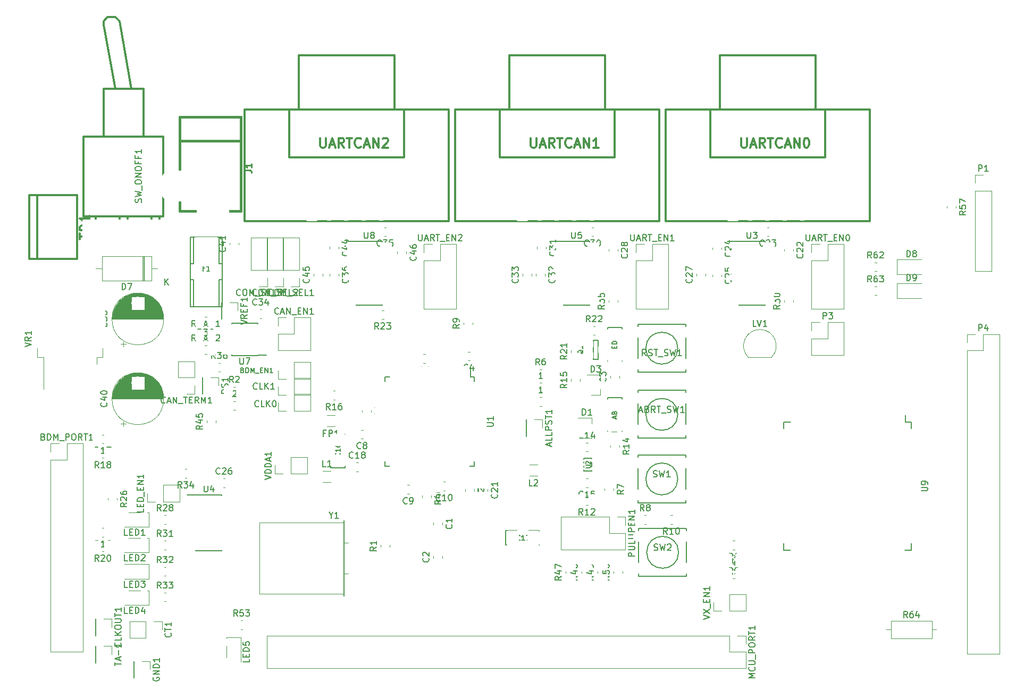
<source format=gto>
G04 #@! TF.GenerationSoftware,KiCad,Pcbnew,5.1.10-88a1d61d58~88~ubuntu18.04.1*
G04 #@! TF.CreationDate,2021-06-12T18:10:02+08:00*
G04 #@! TF.ProjectId,kit-dev-coldfire-xilinx_5213,6b69742d-6465-4762-9d63-6f6c64666972,2*
G04 #@! TF.SameCoordinates,Original*
G04 #@! TF.FileFunction,Legend,Top*
G04 #@! TF.FilePolarity,Positive*
%FSLAX46Y46*%
G04 Gerber Fmt 4.6, Leading zero omitted, Abs format (unit mm)*
G04 Created by KiCad (PCBNEW 5.1.10-88a1d61d58~88~ubuntu18.04.1) date 2021-06-12 18:10:02*
%MOMM*%
%LPD*%
G01*
G04 APERTURE LIST*
%ADD10C,0.120000*%
%ADD11C,0.150000*%
%ADD12C,0.127000*%
%ADD13C,0.203200*%
%ADD14C,0.381000*%
%ADD15C,0.304800*%
%ADD16C,0.152400*%
%ADD17C,0.254000*%
%ADD18C,0.190500*%
%ADD19O,2.800000X2.800000*%
%ADD20O,2.000000X2.000000*%
%ADD21C,2.000000*%
%ADD22C,1.400000*%
%ADD23O,2.100000X2.100000*%
%ADD24C,1.900000*%
%ADD25C,5.200600*%
%ADD26C,2.940000*%
%ADD27C,4.210000*%
%ADD28C,1.924000*%
%ADD29C,1.797000*%
G04 APERTURE END LIST*
D10*
X161161000Y-104069000D02*
X161161000Y-103139000D01*
X161161000Y-100909000D02*
X161161000Y-101839000D01*
X161161000Y-100909000D02*
X159001000Y-100909000D01*
X161161000Y-104069000D02*
X159701000Y-104069000D01*
X162558000Y-97211000D02*
X162558000Y-96281000D01*
X162558000Y-94051000D02*
X162558000Y-94981000D01*
X162558000Y-94051000D02*
X160398000Y-94051000D01*
X162558000Y-97211000D02*
X161098000Y-97211000D01*
X91042000Y-79009000D02*
X91042000Y-75169000D01*
X91042000Y-75169000D02*
X83202000Y-75169000D01*
X83202000Y-75169000D02*
X83202000Y-79009000D01*
X83202000Y-79009000D02*
X91042000Y-79009000D01*
X92032000Y-77089000D02*
X91042000Y-77089000D01*
X82212000Y-77089000D02*
X83202000Y-77089000D01*
X89782000Y-79009000D02*
X89782000Y-75169000D01*
X89662000Y-79009000D02*
X89662000Y-75169000D01*
X89902000Y-79009000D02*
X89902000Y-75169000D01*
X208820000Y-133250000D02*
X208820000Y-135990000D01*
X208820000Y-135990000D02*
X215360000Y-135990000D01*
X215360000Y-135990000D02*
X215360000Y-133250000D01*
X215360000Y-133250000D02*
X208820000Y-133250000D01*
X208050000Y-134620000D02*
X208820000Y-134620000D01*
X216130000Y-134620000D02*
X215360000Y-134620000D01*
D11*
X107993000Y-90967000D02*
X107993000Y-90917000D01*
X103843000Y-90967000D02*
X103843000Y-90822000D01*
X103843000Y-85817000D02*
X103843000Y-85962000D01*
X107993000Y-85817000D02*
X107993000Y-85962000D01*
X107993000Y-90967000D02*
X103843000Y-90967000D01*
X107993000Y-85817000D02*
X103843000Y-85817000D01*
X107993000Y-90917000D02*
X109393000Y-90917000D01*
D10*
X82355000Y-91215000D02*
X82355000Y-92315000D01*
X83305000Y-91215000D02*
X82355000Y-91215000D01*
X83305000Y-89715000D02*
X83305000Y-91215000D01*
X73855000Y-91215000D02*
X73855000Y-96340000D01*
X72905000Y-91215000D02*
X73855000Y-91215000D01*
X72905000Y-89715000D02*
X72905000Y-91215000D01*
X93020000Y-97830000D02*
G75*
G03*
X93020000Y-97830000I-4120000J0D01*
G01*
X84820000Y-97830000D02*
X92980000Y-97830000D01*
X84820000Y-97790000D02*
X92980000Y-97790000D01*
X84820000Y-97750000D02*
X92980000Y-97750000D01*
X84821000Y-97710000D02*
X92979000Y-97710000D01*
X84823000Y-97670000D02*
X92977000Y-97670000D01*
X84824000Y-97630000D02*
X92976000Y-97630000D01*
X84826000Y-97590000D02*
X92974000Y-97590000D01*
X84829000Y-97550000D02*
X92971000Y-97550000D01*
X84832000Y-97510000D02*
X92968000Y-97510000D01*
X84835000Y-97470000D02*
X92965000Y-97470000D01*
X84839000Y-97430000D02*
X92961000Y-97430000D01*
X84843000Y-97390000D02*
X92957000Y-97390000D01*
X84848000Y-97350000D02*
X92952000Y-97350000D01*
X84852000Y-97310000D02*
X92948000Y-97310000D01*
X84858000Y-97270000D02*
X92942000Y-97270000D01*
X84863000Y-97230000D02*
X92937000Y-97230000D01*
X84870000Y-97190000D02*
X92930000Y-97190000D01*
X84876000Y-97150000D02*
X92924000Y-97150000D01*
X84883000Y-97109000D02*
X92917000Y-97109000D01*
X84890000Y-97069000D02*
X92910000Y-97069000D01*
X84898000Y-97029000D02*
X92902000Y-97029000D01*
X84906000Y-96989000D02*
X92894000Y-96989000D01*
X84915000Y-96949000D02*
X92885000Y-96949000D01*
X84924000Y-96909000D02*
X92876000Y-96909000D01*
X84933000Y-96869000D02*
X92867000Y-96869000D01*
X84943000Y-96829000D02*
X92857000Y-96829000D01*
X84953000Y-96789000D02*
X92847000Y-96789000D01*
X84964000Y-96749000D02*
X92836000Y-96749000D01*
X84975000Y-96709000D02*
X92825000Y-96709000D01*
X84986000Y-96669000D02*
X92814000Y-96669000D01*
X84998000Y-96629000D02*
X92802000Y-96629000D01*
X85011000Y-96589000D02*
X92789000Y-96589000D01*
X85023000Y-96549000D02*
X92777000Y-96549000D01*
X85037000Y-96509000D02*
X92763000Y-96509000D01*
X85050000Y-96469000D02*
X92750000Y-96469000D01*
X85065000Y-96429000D02*
X92735000Y-96429000D01*
X85079000Y-96389000D02*
X92721000Y-96389000D01*
X85095000Y-96349000D02*
X87860000Y-96349000D01*
X89940000Y-96349000D02*
X92705000Y-96349000D01*
X85110000Y-96309000D02*
X87860000Y-96309000D01*
X89940000Y-96309000D02*
X92690000Y-96309000D01*
X85126000Y-96269000D02*
X87860000Y-96269000D01*
X89940000Y-96269000D02*
X92674000Y-96269000D01*
X85143000Y-96229000D02*
X87860000Y-96229000D01*
X89940000Y-96229000D02*
X92657000Y-96229000D01*
X85160000Y-96189000D02*
X87860000Y-96189000D01*
X89940000Y-96189000D02*
X92640000Y-96189000D01*
X85178000Y-96149000D02*
X87860000Y-96149000D01*
X89940000Y-96149000D02*
X92622000Y-96149000D01*
X85196000Y-96109000D02*
X87860000Y-96109000D01*
X89940000Y-96109000D02*
X92604000Y-96109000D01*
X85214000Y-96069000D02*
X87860000Y-96069000D01*
X89940000Y-96069000D02*
X92586000Y-96069000D01*
X85234000Y-96029000D02*
X87860000Y-96029000D01*
X89940000Y-96029000D02*
X92566000Y-96029000D01*
X85253000Y-95989000D02*
X87860000Y-95989000D01*
X89940000Y-95989000D02*
X92547000Y-95989000D01*
X85273000Y-95949000D02*
X87860000Y-95949000D01*
X89940000Y-95949000D02*
X92527000Y-95949000D01*
X85294000Y-95909000D02*
X87860000Y-95909000D01*
X89940000Y-95909000D02*
X92506000Y-95909000D01*
X85316000Y-95869000D02*
X87860000Y-95869000D01*
X89940000Y-95869000D02*
X92484000Y-95869000D01*
X85338000Y-95829000D02*
X87860000Y-95829000D01*
X89940000Y-95829000D02*
X92462000Y-95829000D01*
X85360000Y-95789000D02*
X87860000Y-95789000D01*
X89940000Y-95789000D02*
X92440000Y-95789000D01*
X85383000Y-95749000D02*
X87860000Y-95749000D01*
X89940000Y-95749000D02*
X92417000Y-95749000D01*
X85407000Y-95709000D02*
X87860000Y-95709000D01*
X89940000Y-95709000D02*
X92393000Y-95709000D01*
X85431000Y-95669000D02*
X87860000Y-95669000D01*
X89940000Y-95669000D02*
X92369000Y-95669000D01*
X85456000Y-95629000D02*
X87860000Y-95629000D01*
X89940000Y-95629000D02*
X92344000Y-95629000D01*
X85482000Y-95589000D02*
X87860000Y-95589000D01*
X89940000Y-95589000D02*
X92318000Y-95589000D01*
X85508000Y-95549000D02*
X87860000Y-95549000D01*
X89940000Y-95549000D02*
X92292000Y-95549000D01*
X85535000Y-95509000D02*
X87860000Y-95509000D01*
X89940000Y-95509000D02*
X92265000Y-95509000D01*
X85562000Y-95469000D02*
X87860000Y-95469000D01*
X89940000Y-95469000D02*
X92238000Y-95469000D01*
X85591000Y-95429000D02*
X87860000Y-95429000D01*
X89940000Y-95429000D02*
X92209000Y-95429000D01*
X85620000Y-95389000D02*
X87860000Y-95389000D01*
X89940000Y-95389000D02*
X92180000Y-95389000D01*
X85650000Y-95349000D02*
X87860000Y-95349000D01*
X89940000Y-95349000D02*
X92150000Y-95349000D01*
X85680000Y-95309000D02*
X87860000Y-95309000D01*
X89940000Y-95309000D02*
X92120000Y-95309000D01*
X85711000Y-95269000D02*
X87860000Y-95269000D01*
X89940000Y-95269000D02*
X92089000Y-95269000D01*
X85744000Y-95229000D02*
X87860000Y-95229000D01*
X89940000Y-95229000D02*
X92056000Y-95229000D01*
X85776000Y-95189000D02*
X87860000Y-95189000D01*
X89940000Y-95189000D02*
X92024000Y-95189000D01*
X85810000Y-95149000D02*
X87860000Y-95149000D01*
X89940000Y-95149000D02*
X91990000Y-95149000D01*
X85845000Y-95109000D02*
X87860000Y-95109000D01*
X89940000Y-95109000D02*
X91955000Y-95109000D01*
X85881000Y-95069000D02*
X87860000Y-95069000D01*
X89940000Y-95069000D02*
X91919000Y-95069000D01*
X85917000Y-95029000D02*
X87860000Y-95029000D01*
X89940000Y-95029000D02*
X91883000Y-95029000D01*
X85955000Y-94989000D02*
X87860000Y-94989000D01*
X89940000Y-94989000D02*
X91845000Y-94989000D01*
X85993000Y-94949000D02*
X87860000Y-94949000D01*
X89940000Y-94949000D02*
X91807000Y-94949000D01*
X86033000Y-94909000D02*
X87860000Y-94909000D01*
X89940000Y-94909000D02*
X91767000Y-94909000D01*
X86074000Y-94869000D02*
X87860000Y-94869000D01*
X89940000Y-94869000D02*
X91726000Y-94869000D01*
X86116000Y-94829000D02*
X87860000Y-94829000D01*
X89940000Y-94829000D02*
X91684000Y-94829000D01*
X86159000Y-94789000D02*
X87860000Y-94789000D01*
X89940000Y-94789000D02*
X91641000Y-94789000D01*
X86203000Y-94749000D02*
X87860000Y-94749000D01*
X89940000Y-94749000D02*
X91597000Y-94749000D01*
X86249000Y-94709000D02*
X87860000Y-94709000D01*
X89940000Y-94709000D02*
X91551000Y-94709000D01*
X86296000Y-94669000D02*
X87860000Y-94669000D01*
X89940000Y-94669000D02*
X91504000Y-94669000D01*
X86344000Y-94629000D02*
X87860000Y-94629000D01*
X89940000Y-94629000D02*
X91456000Y-94629000D01*
X86395000Y-94589000D02*
X87860000Y-94589000D01*
X89940000Y-94589000D02*
X91405000Y-94589000D01*
X86446000Y-94549000D02*
X87860000Y-94549000D01*
X89940000Y-94549000D02*
X91354000Y-94549000D01*
X86500000Y-94509000D02*
X87860000Y-94509000D01*
X89940000Y-94509000D02*
X91300000Y-94509000D01*
X86555000Y-94469000D02*
X87860000Y-94469000D01*
X89940000Y-94469000D02*
X91245000Y-94469000D01*
X86613000Y-94429000D02*
X87860000Y-94429000D01*
X89940000Y-94429000D02*
X91187000Y-94429000D01*
X86672000Y-94389000D02*
X87860000Y-94389000D01*
X89940000Y-94389000D02*
X91128000Y-94389000D01*
X86734000Y-94349000D02*
X87860000Y-94349000D01*
X89940000Y-94349000D02*
X91066000Y-94349000D01*
X86798000Y-94309000D02*
X87860000Y-94309000D01*
X89940000Y-94309000D02*
X91002000Y-94309000D01*
X86866000Y-94269000D02*
X90934000Y-94269000D01*
X86936000Y-94229000D02*
X90864000Y-94229000D01*
X87010000Y-94189000D02*
X90790000Y-94189000D01*
X87087000Y-94149000D02*
X90713000Y-94149000D01*
X87169000Y-94109000D02*
X90631000Y-94109000D01*
X87255000Y-94069000D02*
X90545000Y-94069000D01*
X87348000Y-94029000D02*
X90452000Y-94029000D01*
X87447000Y-93989000D02*
X90353000Y-93989000D01*
X87554000Y-93949000D02*
X90246000Y-93949000D01*
X87671000Y-93909000D02*
X90129000Y-93909000D01*
X87802000Y-93869000D02*
X89998000Y-93869000D01*
X87952000Y-93829000D02*
X89848000Y-93829000D01*
X88132000Y-93789000D02*
X89668000Y-93789000D01*
X88367000Y-93749000D02*
X89433000Y-93749000D01*
X86585000Y-102239698D02*
X86585000Y-101439698D01*
X86185000Y-101839698D02*
X86985000Y-101839698D01*
X93020000Y-85130000D02*
G75*
G03*
X93020000Y-85130000I-4120000J0D01*
G01*
X84820000Y-85130000D02*
X92980000Y-85130000D01*
X84820000Y-85090000D02*
X92980000Y-85090000D01*
X84820000Y-85050000D02*
X92980000Y-85050000D01*
X84821000Y-85010000D02*
X92979000Y-85010000D01*
X84823000Y-84970000D02*
X92977000Y-84970000D01*
X84824000Y-84930000D02*
X92976000Y-84930000D01*
X84826000Y-84890000D02*
X92974000Y-84890000D01*
X84829000Y-84850000D02*
X92971000Y-84850000D01*
X84832000Y-84810000D02*
X92968000Y-84810000D01*
X84835000Y-84770000D02*
X92965000Y-84770000D01*
X84839000Y-84730000D02*
X92961000Y-84730000D01*
X84843000Y-84690000D02*
X92957000Y-84690000D01*
X84848000Y-84650000D02*
X92952000Y-84650000D01*
X84852000Y-84610000D02*
X92948000Y-84610000D01*
X84858000Y-84570000D02*
X92942000Y-84570000D01*
X84863000Y-84530000D02*
X92937000Y-84530000D01*
X84870000Y-84490000D02*
X92930000Y-84490000D01*
X84876000Y-84450000D02*
X92924000Y-84450000D01*
X84883000Y-84409000D02*
X92917000Y-84409000D01*
X84890000Y-84369000D02*
X92910000Y-84369000D01*
X84898000Y-84329000D02*
X92902000Y-84329000D01*
X84906000Y-84289000D02*
X92894000Y-84289000D01*
X84915000Y-84249000D02*
X92885000Y-84249000D01*
X84924000Y-84209000D02*
X92876000Y-84209000D01*
X84933000Y-84169000D02*
X92867000Y-84169000D01*
X84943000Y-84129000D02*
X92857000Y-84129000D01*
X84953000Y-84089000D02*
X92847000Y-84089000D01*
X84964000Y-84049000D02*
X92836000Y-84049000D01*
X84975000Y-84009000D02*
X92825000Y-84009000D01*
X84986000Y-83969000D02*
X92814000Y-83969000D01*
X84998000Y-83929000D02*
X92802000Y-83929000D01*
X85011000Y-83889000D02*
X92789000Y-83889000D01*
X85023000Y-83849000D02*
X92777000Y-83849000D01*
X85037000Y-83809000D02*
X92763000Y-83809000D01*
X85050000Y-83769000D02*
X92750000Y-83769000D01*
X85065000Y-83729000D02*
X92735000Y-83729000D01*
X85079000Y-83689000D02*
X92721000Y-83689000D01*
X85095000Y-83649000D02*
X87860000Y-83649000D01*
X89940000Y-83649000D02*
X92705000Y-83649000D01*
X85110000Y-83609000D02*
X87860000Y-83609000D01*
X89940000Y-83609000D02*
X92690000Y-83609000D01*
X85126000Y-83569000D02*
X87860000Y-83569000D01*
X89940000Y-83569000D02*
X92674000Y-83569000D01*
X85143000Y-83529000D02*
X87860000Y-83529000D01*
X89940000Y-83529000D02*
X92657000Y-83529000D01*
X85160000Y-83489000D02*
X87860000Y-83489000D01*
X89940000Y-83489000D02*
X92640000Y-83489000D01*
X85178000Y-83449000D02*
X87860000Y-83449000D01*
X89940000Y-83449000D02*
X92622000Y-83449000D01*
X85196000Y-83409000D02*
X87860000Y-83409000D01*
X89940000Y-83409000D02*
X92604000Y-83409000D01*
X85214000Y-83369000D02*
X87860000Y-83369000D01*
X89940000Y-83369000D02*
X92586000Y-83369000D01*
X85234000Y-83329000D02*
X87860000Y-83329000D01*
X89940000Y-83329000D02*
X92566000Y-83329000D01*
X85253000Y-83289000D02*
X87860000Y-83289000D01*
X89940000Y-83289000D02*
X92547000Y-83289000D01*
X85273000Y-83249000D02*
X87860000Y-83249000D01*
X89940000Y-83249000D02*
X92527000Y-83249000D01*
X85294000Y-83209000D02*
X87860000Y-83209000D01*
X89940000Y-83209000D02*
X92506000Y-83209000D01*
X85316000Y-83169000D02*
X87860000Y-83169000D01*
X89940000Y-83169000D02*
X92484000Y-83169000D01*
X85338000Y-83129000D02*
X87860000Y-83129000D01*
X89940000Y-83129000D02*
X92462000Y-83129000D01*
X85360000Y-83089000D02*
X87860000Y-83089000D01*
X89940000Y-83089000D02*
X92440000Y-83089000D01*
X85383000Y-83049000D02*
X87860000Y-83049000D01*
X89940000Y-83049000D02*
X92417000Y-83049000D01*
X85407000Y-83009000D02*
X87860000Y-83009000D01*
X89940000Y-83009000D02*
X92393000Y-83009000D01*
X85431000Y-82969000D02*
X87860000Y-82969000D01*
X89940000Y-82969000D02*
X92369000Y-82969000D01*
X85456000Y-82929000D02*
X87860000Y-82929000D01*
X89940000Y-82929000D02*
X92344000Y-82929000D01*
X85482000Y-82889000D02*
X87860000Y-82889000D01*
X89940000Y-82889000D02*
X92318000Y-82889000D01*
X85508000Y-82849000D02*
X87860000Y-82849000D01*
X89940000Y-82849000D02*
X92292000Y-82849000D01*
X85535000Y-82809000D02*
X87860000Y-82809000D01*
X89940000Y-82809000D02*
X92265000Y-82809000D01*
X85562000Y-82769000D02*
X87860000Y-82769000D01*
X89940000Y-82769000D02*
X92238000Y-82769000D01*
X85591000Y-82729000D02*
X87860000Y-82729000D01*
X89940000Y-82729000D02*
X92209000Y-82729000D01*
X85620000Y-82689000D02*
X87860000Y-82689000D01*
X89940000Y-82689000D02*
X92180000Y-82689000D01*
X85650000Y-82649000D02*
X87860000Y-82649000D01*
X89940000Y-82649000D02*
X92150000Y-82649000D01*
X85680000Y-82609000D02*
X87860000Y-82609000D01*
X89940000Y-82609000D02*
X92120000Y-82609000D01*
X85711000Y-82569000D02*
X87860000Y-82569000D01*
X89940000Y-82569000D02*
X92089000Y-82569000D01*
X85744000Y-82529000D02*
X87860000Y-82529000D01*
X89940000Y-82529000D02*
X92056000Y-82529000D01*
X85776000Y-82489000D02*
X87860000Y-82489000D01*
X89940000Y-82489000D02*
X92024000Y-82489000D01*
X85810000Y-82449000D02*
X87860000Y-82449000D01*
X89940000Y-82449000D02*
X91990000Y-82449000D01*
X85845000Y-82409000D02*
X87860000Y-82409000D01*
X89940000Y-82409000D02*
X91955000Y-82409000D01*
X85881000Y-82369000D02*
X87860000Y-82369000D01*
X89940000Y-82369000D02*
X91919000Y-82369000D01*
X85917000Y-82329000D02*
X87860000Y-82329000D01*
X89940000Y-82329000D02*
X91883000Y-82329000D01*
X85955000Y-82289000D02*
X87860000Y-82289000D01*
X89940000Y-82289000D02*
X91845000Y-82289000D01*
X85993000Y-82249000D02*
X87860000Y-82249000D01*
X89940000Y-82249000D02*
X91807000Y-82249000D01*
X86033000Y-82209000D02*
X87860000Y-82209000D01*
X89940000Y-82209000D02*
X91767000Y-82209000D01*
X86074000Y-82169000D02*
X87860000Y-82169000D01*
X89940000Y-82169000D02*
X91726000Y-82169000D01*
X86116000Y-82129000D02*
X87860000Y-82129000D01*
X89940000Y-82129000D02*
X91684000Y-82129000D01*
X86159000Y-82089000D02*
X87860000Y-82089000D01*
X89940000Y-82089000D02*
X91641000Y-82089000D01*
X86203000Y-82049000D02*
X87860000Y-82049000D01*
X89940000Y-82049000D02*
X91597000Y-82049000D01*
X86249000Y-82009000D02*
X87860000Y-82009000D01*
X89940000Y-82009000D02*
X91551000Y-82009000D01*
X86296000Y-81969000D02*
X87860000Y-81969000D01*
X89940000Y-81969000D02*
X91504000Y-81969000D01*
X86344000Y-81929000D02*
X87860000Y-81929000D01*
X89940000Y-81929000D02*
X91456000Y-81929000D01*
X86395000Y-81889000D02*
X87860000Y-81889000D01*
X89940000Y-81889000D02*
X91405000Y-81889000D01*
X86446000Y-81849000D02*
X87860000Y-81849000D01*
X89940000Y-81849000D02*
X91354000Y-81849000D01*
X86500000Y-81809000D02*
X87860000Y-81809000D01*
X89940000Y-81809000D02*
X91300000Y-81809000D01*
X86555000Y-81769000D02*
X87860000Y-81769000D01*
X89940000Y-81769000D02*
X91245000Y-81769000D01*
X86613000Y-81729000D02*
X87860000Y-81729000D01*
X89940000Y-81729000D02*
X91187000Y-81729000D01*
X86672000Y-81689000D02*
X87860000Y-81689000D01*
X89940000Y-81689000D02*
X91128000Y-81689000D01*
X86734000Y-81649000D02*
X87860000Y-81649000D01*
X89940000Y-81649000D02*
X91066000Y-81649000D01*
X86798000Y-81609000D02*
X87860000Y-81609000D01*
X89940000Y-81609000D02*
X91002000Y-81609000D01*
X86866000Y-81569000D02*
X90934000Y-81569000D01*
X86936000Y-81529000D02*
X90864000Y-81529000D01*
X87010000Y-81489000D02*
X90790000Y-81489000D01*
X87087000Y-81449000D02*
X90713000Y-81449000D01*
X87169000Y-81409000D02*
X90631000Y-81409000D01*
X87255000Y-81369000D02*
X90545000Y-81369000D01*
X87348000Y-81329000D02*
X90452000Y-81329000D01*
X87447000Y-81289000D02*
X90353000Y-81289000D01*
X87554000Y-81249000D02*
X90246000Y-81249000D01*
X87671000Y-81209000D02*
X90129000Y-81209000D01*
X87802000Y-81169000D02*
X89998000Y-81169000D01*
X87952000Y-81129000D02*
X89848000Y-81129000D01*
X88132000Y-81089000D02*
X89668000Y-81089000D01*
X88367000Y-81049000D02*
X89433000Y-81049000D01*
X86585000Y-89539698D02*
X86585000Y-88739698D01*
X86185000Y-89139698D02*
X86985000Y-89139698D01*
D11*
X98128000Y-113152000D02*
X98128000Y-113177000D01*
X102278000Y-113152000D02*
X102278000Y-113267000D01*
X102278000Y-122052000D02*
X102278000Y-121937000D01*
X98128000Y-122052000D02*
X98128000Y-121937000D01*
X98128000Y-113152000D02*
X102278000Y-113152000D01*
X98128000Y-122052000D02*
X102278000Y-122052000D01*
X98128000Y-113177000D02*
X96753000Y-113177000D01*
D10*
X86792000Y-122318000D02*
X90692000Y-122318000D01*
X90692000Y-122318000D02*
X90692000Y-119998000D01*
X90692000Y-119998000D02*
X86792000Y-119998000D01*
X86792000Y-118254000D02*
X90692000Y-118254000D01*
X90692000Y-118254000D02*
X90692000Y-115934000D01*
X90692000Y-115934000D02*
X86792000Y-115934000D01*
X213690000Y-79485000D02*
X209790000Y-79485000D01*
X209790000Y-79485000D02*
X209790000Y-81805000D01*
X209790000Y-81805000D02*
X213690000Y-81805000D01*
X213690000Y-75675000D02*
X209790000Y-75675000D01*
X209790000Y-75675000D02*
X209790000Y-77995000D01*
X209790000Y-77995000D02*
X213690000Y-77995000D01*
X105300000Y-139776000D02*
X105300000Y-135876000D01*
X105300000Y-135876000D02*
X102980000Y-135876000D01*
X102980000Y-135876000D02*
X102980000Y-139776000D01*
X86792000Y-126509000D02*
X90692000Y-126509000D01*
X90692000Y-126509000D02*
X90692000Y-124189000D01*
X90692000Y-124189000D02*
X86792000Y-124189000D01*
X86792000Y-130700000D02*
X90692000Y-130700000D01*
X90692000Y-130700000D02*
X90692000Y-128380000D01*
X90692000Y-128380000D02*
X86792000Y-128380000D01*
D12*
X165989000Y-88392000D02*
X165989000Y-86741000D01*
X163703000Y-91821000D02*
X163703000Y-90170000D01*
X165989000Y-91821000D02*
X163703000Y-91821000D01*
X165989000Y-90170000D02*
X165989000Y-91821000D01*
X163703000Y-86741000D02*
X163703000Y-88392000D01*
X165989000Y-86741000D02*
X163703000Y-86741000D01*
X163703000Y-86487000D02*
X163703000Y-86741000D01*
X165989000Y-86487000D02*
X163703000Y-86487000D01*
X165989000Y-86741000D02*
X165989000Y-86487000D01*
X165989000Y-99568000D02*
X165989000Y-97917000D01*
X163703000Y-102997000D02*
X163703000Y-101346000D01*
X165989000Y-102997000D02*
X163703000Y-102997000D01*
X165989000Y-101346000D02*
X165989000Y-102997000D01*
X163703000Y-97917000D02*
X163703000Y-99568000D01*
X165989000Y-97917000D02*
X163703000Y-97917000D01*
X163703000Y-97663000D02*
X163703000Y-97917000D01*
X165989000Y-97663000D02*
X163703000Y-97663000D01*
X165989000Y-97917000D02*
X165989000Y-97663000D01*
X149352000Y-118872000D02*
X147701000Y-118872000D01*
X152781000Y-121158000D02*
X151130000Y-121158000D01*
X152781000Y-118872000D02*
X152781000Y-121158000D01*
X151130000Y-118872000D02*
X152781000Y-118872000D01*
X147701000Y-121158000D02*
X149352000Y-121158000D01*
X147701000Y-118872000D02*
X147701000Y-121158000D01*
X147447000Y-121158000D02*
X147701000Y-121158000D01*
X147447000Y-118872000D02*
X147447000Y-121158000D01*
X147701000Y-118872000D02*
X147447000Y-118872000D01*
X119634000Y-106934000D02*
X119634000Y-108585000D01*
X121920000Y-103505000D02*
X121920000Y-105156000D01*
X119634000Y-103505000D02*
X121920000Y-103505000D01*
X119634000Y-105156000D02*
X119634000Y-103505000D01*
X121920000Y-108585000D02*
X121920000Y-106934000D01*
X119634000Y-108585000D02*
X121920000Y-108585000D01*
X121920000Y-108839000D02*
X121920000Y-108585000D01*
X119634000Y-108839000D02*
X121920000Y-108839000D01*
X119634000Y-108585000D02*
X119634000Y-108839000D01*
D10*
X150689000Y-101159000D02*
X150689000Y-103819000D01*
X150749000Y-101159000D02*
X150689000Y-101159000D01*
X150749000Y-103819000D02*
X150689000Y-103819000D01*
X150749000Y-101159000D02*
X150749000Y-103819000D01*
X152019000Y-101159000D02*
X153349000Y-101159000D01*
X153349000Y-101159000D02*
X153349000Y-102489000D01*
X82109000Y-132909000D02*
X82109000Y-135569000D01*
X82169000Y-132909000D02*
X82109000Y-132909000D01*
X82169000Y-135569000D02*
X82109000Y-135569000D01*
X82169000Y-132909000D02*
X82169000Y-135569000D01*
X83439000Y-132909000D02*
X84769000Y-132909000D01*
X84769000Y-132909000D02*
X84769000Y-134239000D01*
X88205000Y-139640000D02*
X88205000Y-142300000D01*
X88265000Y-139640000D02*
X88205000Y-139640000D01*
X88265000Y-142300000D02*
X88205000Y-142300000D01*
X88265000Y-139640000D02*
X88265000Y-142300000D01*
X89535000Y-139640000D02*
X90865000Y-139640000D01*
X90865000Y-139640000D02*
X90865000Y-140970000D01*
X99127000Y-94428000D02*
X99127000Y-97088000D01*
X99187000Y-94428000D02*
X99127000Y-94428000D01*
X99187000Y-97088000D02*
X99127000Y-97088000D01*
X99187000Y-94428000D02*
X99187000Y-97088000D01*
X100457000Y-94428000D02*
X101787000Y-94428000D01*
X101787000Y-94428000D02*
X101787000Y-95758000D01*
X82109000Y-137227000D02*
X82109000Y-139887000D01*
X82169000Y-137227000D02*
X82109000Y-137227000D01*
X82169000Y-139887000D02*
X82109000Y-139887000D01*
X82169000Y-137227000D02*
X82169000Y-139887000D01*
X83439000Y-137227000D02*
X84769000Y-137227000D01*
X84769000Y-137227000D02*
X84769000Y-138557000D01*
X102175000Y-82490000D02*
X102175000Y-85150000D01*
X102235000Y-82490000D02*
X102175000Y-82490000D01*
X102235000Y-85150000D02*
X102175000Y-85150000D01*
X102235000Y-82490000D02*
X102235000Y-85150000D01*
X103505000Y-82490000D02*
X104835000Y-82490000D01*
X104835000Y-82490000D02*
X104835000Y-83820000D01*
D11*
X142507000Y-94348000D02*
X141857000Y-94348000D01*
X142507000Y-108598000D02*
X141747000Y-108598000D01*
X128257000Y-108598000D02*
X129017000Y-108598000D01*
X128257000Y-94348000D02*
X129017000Y-94348000D01*
X142507000Y-94348000D02*
X142507000Y-95108000D01*
X128257000Y-94348000D02*
X128257000Y-95108000D01*
X128257000Y-108598000D02*
X128257000Y-107838000D01*
X142507000Y-108598000D02*
X142507000Y-107838000D01*
X141857000Y-94348000D02*
X141857000Y-92823000D01*
D10*
X120284000Y-102256000D02*
X118984000Y-102256000D01*
X120284000Y-100436000D02*
X118984000Y-100436000D01*
X118349000Y-109326000D02*
X119649000Y-109326000D01*
X118349000Y-111146000D02*
X119649000Y-111146000D01*
X152542000Y-110130000D02*
X151242000Y-110130000D01*
X152542000Y-108310000D02*
X151242000Y-108310000D01*
X186160000Y-91258000D02*
X189760000Y-91258000D01*
X186121522Y-91246478D02*
G75*
G02*
X187960000Y-86808000I1838478J1838478D01*
G01*
X189798478Y-91246478D02*
G75*
G03*
X187960000Y-86808000I-1838478J1838478D01*
G01*
D11*
X212105000Y-101585000D02*
X211105000Y-101585000D01*
X212105000Y-121935000D02*
X211030000Y-121935000D01*
X191755000Y-121935000D02*
X192830000Y-121935000D01*
X191755000Y-101585000D02*
X192830000Y-101585000D01*
X212105000Y-101585000D02*
X212105000Y-102660000D01*
X191755000Y-101585000D02*
X191755000Y-102660000D01*
X191755000Y-121935000D02*
X191755000Y-120860000D01*
X212105000Y-121935000D02*
X212105000Y-120860000D01*
X211105000Y-101585000D02*
X211105000Y-100485000D01*
X184615000Y-72776000D02*
X184615000Y-72801000D01*
X188765000Y-72776000D02*
X188765000Y-72881000D01*
X188765000Y-82926000D02*
X188765000Y-82821000D01*
X184615000Y-82926000D02*
X184615000Y-82821000D01*
X184615000Y-72776000D02*
X188765000Y-72776000D01*
X184615000Y-82926000D02*
X188765000Y-82926000D01*
X184615000Y-72801000D02*
X183240000Y-72801000D01*
X156675000Y-72776000D02*
X156675000Y-72801000D01*
X160825000Y-72776000D02*
X160825000Y-72881000D01*
X160825000Y-82926000D02*
X160825000Y-82821000D01*
X156675000Y-82926000D02*
X156675000Y-82821000D01*
X156675000Y-72776000D02*
X160825000Y-72776000D01*
X156675000Y-82926000D02*
X160825000Y-82926000D01*
X156675000Y-72801000D02*
X155300000Y-72801000D01*
X123655000Y-72776000D02*
X123655000Y-72801000D01*
X127805000Y-72776000D02*
X127805000Y-72881000D01*
X127805000Y-82926000D02*
X127805000Y-82821000D01*
X123655000Y-82926000D02*
X123655000Y-82821000D01*
X123655000Y-72776000D02*
X127805000Y-72776000D01*
X123655000Y-82926000D02*
X127805000Y-82926000D01*
X123655000Y-72801000D02*
X122280000Y-72801000D01*
D10*
X114614000Y-72203000D02*
X111954000Y-72203000D01*
X114614000Y-77343000D02*
X114614000Y-72203000D01*
X111954000Y-77343000D02*
X111954000Y-72203000D01*
X114614000Y-77343000D02*
X111954000Y-77343000D01*
X114614000Y-78613000D02*
X114614000Y-79943000D01*
X114614000Y-79943000D02*
X113284000Y-79943000D01*
X112074000Y-72203000D02*
X109414000Y-72203000D01*
X112074000Y-77343000D02*
X112074000Y-72203000D01*
X109414000Y-77343000D02*
X109414000Y-72203000D01*
X112074000Y-77343000D02*
X109414000Y-77343000D01*
X112074000Y-78613000D02*
X112074000Y-79943000D01*
X112074000Y-79943000D02*
X110744000Y-79943000D01*
X109534000Y-72203000D02*
X106874000Y-72203000D01*
X109534000Y-77343000D02*
X109534000Y-72203000D01*
X106874000Y-77343000D02*
X106874000Y-72203000D01*
X109534000Y-77343000D02*
X106874000Y-77343000D01*
X109534000Y-78613000D02*
X109534000Y-79943000D01*
X109534000Y-79943000D02*
X108204000Y-79943000D01*
X137362000Y-117579000D02*
X137362000Y-117879000D01*
X135942000Y-117579000D02*
X135942000Y-117879000D01*
X135942000Y-123213000D02*
X135942000Y-122913000D01*
X137362000Y-123213000D02*
X137362000Y-122913000D01*
X164136000Y-94511000D02*
X164136000Y-94211000D01*
X165556000Y-94511000D02*
X165556000Y-94211000D01*
X141755000Y-91769000D02*
X141455000Y-91769000D01*
X141755000Y-90349000D02*
X141455000Y-90349000D01*
X134643000Y-92150000D02*
X134343000Y-92150000D01*
X134643000Y-90730000D02*
X134343000Y-90730000D01*
X126059000Y-99672000D02*
X126059000Y-99972000D01*
X124639000Y-99672000D02*
X124639000Y-99972000D01*
X124737000Y-104215000D02*
X124437000Y-104215000D01*
X124737000Y-102795000D02*
X124437000Y-102795000D01*
X132103000Y-112978000D02*
X131803000Y-112978000D01*
X132103000Y-111558000D02*
X131803000Y-111558000D01*
X137818000Y-112470000D02*
X137518000Y-112470000D01*
X137818000Y-111050000D02*
X137518000Y-111050000D01*
X160251000Y-104827000D02*
X160551000Y-104827000D01*
X160251000Y-106247000D02*
X160551000Y-106247000D01*
X160551000Y-111962000D02*
X160251000Y-111962000D01*
X160551000Y-110542000D02*
X160251000Y-110542000D01*
X123675000Y-108002000D02*
X123975000Y-108002000D01*
X123675000Y-109422000D02*
X123975000Y-109422000D01*
X142442000Y-112245000D02*
X142442000Y-112545000D01*
X141022000Y-112245000D02*
X141022000Y-112545000D01*
X144601000Y-112245000D02*
X144601000Y-112545000D01*
X143181000Y-112245000D02*
X143181000Y-112545000D01*
X193242000Y-74018000D02*
X193242000Y-74318000D01*
X191822000Y-74018000D02*
X191822000Y-74318000D01*
X189380000Y-71957000D02*
X189080000Y-71957000D01*
X189380000Y-70537000D02*
X189080000Y-70537000D01*
X181812000Y-73764000D02*
X181812000Y-74064000D01*
X180392000Y-73764000D02*
X180392000Y-74064000D01*
X181812000Y-78082000D02*
X181812000Y-78382000D01*
X180392000Y-78082000D02*
X180392000Y-78382000D01*
X102466000Y-110542000D02*
X102766000Y-110542000D01*
X102466000Y-111962000D02*
X102766000Y-111962000D01*
X177852000Y-78255000D02*
X177852000Y-77955000D01*
X179272000Y-78255000D02*
X179272000Y-77955000D01*
X165302000Y-74018000D02*
X165302000Y-74318000D01*
X163882000Y-74018000D02*
X163882000Y-74318000D01*
X161440000Y-71957000D02*
X161140000Y-71957000D01*
X161440000Y-70537000D02*
X161140000Y-70537000D01*
X153872000Y-73637000D02*
X153872000Y-73937000D01*
X152452000Y-73637000D02*
X152452000Y-73937000D01*
X153745000Y-77955000D02*
X153745000Y-78255000D01*
X152325000Y-77955000D02*
X152325000Y-78255000D01*
X150166000Y-78255000D02*
X150166000Y-77955000D01*
X151586000Y-78255000D02*
X151586000Y-77955000D01*
X108308000Y-83618000D02*
X108608000Y-83618000D01*
X108308000Y-85038000D02*
X108608000Y-85038000D01*
X128420000Y-71957000D02*
X128120000Y-71957000D01*
X128420000Y-70537000D02*
X128120000Y-70537000D01*
X120852000Y-77955000D02*
X120852000Y-78255000D01*
X119432000Y-77955000D02*
X119432000Y-78255000D01*
X103557000Y-73302000D02*
X103557000Y-73002000D01*
X104977000Y-73302000D02*
X104977000Y-73002000D01*
X183619000Y-125020000D02*
X183919000Y-125020000D01*
X183619000Y-126440000D02*
X183919000Y-126440000D01*
X120852000Y-73637000D02*
X120852000Y-73937000D01*
X119432000Y-73637000D02*
X119432000Y-73937000D01*
X116892000Y-78255000D02*
X116892000Y-77955000D01*
X118312000Y-78255000D02*
X118312000Y-77955000D01*
X131647000Y-74399000D02*
X131647000Y-74699000D01*
X130227000Y-74399000D02*
X130227000Y-74699000D01*
X127560000Y-121435000D02*
X127560000Y-121135000D01*
X128980000Y-121435000D02*
X128980000Y-121135000D01*
X104117000Y-95937000D02*
X104417000Y-95937000D01*
X104117000Y-97357000D02*
X104417000Y-97357000D01*
X183919000Y-121868000D02*
X183619000Y-121868000D01*
X183919000Y-120448000D02*
X183619000Y-120448000D01*
X183919000Y-124154000D02*
X183619000Y-124154000D01*
X183919000Y-122734000D02*
X183619000Y-122734000D01*
X152885000Y-93143000D02*
X153185000Y-93143000D01*
X152885000Y-94563000D02*
X153185000Y-94563000D01*
X164667000Y-112118000D02*
X164667000Y-112418000D01*
X163247000Y-112118000D02*
X163247000Y-112418000D01*
X169522000Y-116384000D02*
X169822000Y-116384000D01*
X169522000Y-117804000D02*
X169822000Y-117804000D01*
X140768000Y-86002000D02*
X140768000Y-85702000D01*
X142188000Y-86002000D02*
X142188000Y-85702000D01*
X174013000Y-117804000D02*
X173713000Y-117804000D01*
X174013000Y-116384000D02*
X173713000Y-116384000D01*
X152885000Y-97588000D02*
X153185000Y-97588000D01*
X152885000Y-99008000D02*
X153185000Y-99008000D01*
X160551000Y-114756000D02*
X160251000Y-114756000D01*
X160551000Y-113336000D02*
X160251000Y-113336000D01*
X152885000Y-95302000D02*
X153185000Y-95302000D01*
X152885000Y-96722000D02*
X153185000Y-96722000D01*
X165556000Y-105260000D02*
X165556000Y-105560000D01*
X164136000Y-105260000D02*
X164136000Y-105560000D01*
X157913000Y-95019000D02*
X157913000Y-94719000D01*
X159333000Y-95019000D02*
X159333000Y-94719000D01*
X120292000Y-97992000D02*
X119992000Y-97992000D01*
X120292000Y-96572000D02*
X119992000Y-96572000D01*
X83462000Y-104977000D02*
X83162000Y-104977000D01*
X83462000Y-103557000D02*
X83162000Y-103557000D01*
X83462000Y-107263000D02*
X83162000Y-107263000D01*
X83462000Y-105843000D02*
X83162000Y-105843000D01*
X83462000Y-119836000D02*
X83162000Y-119836000D01*
X83462000Y-118416000D02*
X83162000Y-118416000D01*
X83462000Y-122122000D02*
X83162000Y-122122000D01*
X83462000Y-120702000D02*
X83162000Y-120702000D01*
X157913000Y-90447000D02*
X157913000Y-90147000D01*
X159333000Y-90447000D02*
X159333000Y-90147000D01*
X161394000Y-86285000D02*
X161694000Y-86285000D01*
X161394000Y-87705000D02*
X161694000Y-87705000D01*
X128039000Y-85165000D02*
X127739000Y-85165000D01*
X128039000Y-83745000D02*
X127739000Y-83745000D01*
X104117000Y-98223000D02*
X104417000Y-98223000D01*
X104117000Y-99643000D02*
X104417000Y-99643000D01*
X85546000Y-113642000D02*
X85546000Y-113942000D01*
X84126000Y-113642000D02*
X84126000Y-113942000D01*
X93068000Y-116384000D02*
X93368000Y-116384000D01*
X93068000Y-117804000D02*
X93368000Y-117804000D01*
X191822000Y-82446000D02*
X191822000Y-82146000D01*
X193242000Y-82446000D02*
X193242000Y-82146000D01*
X93068000Y-120448000D02*
X93368000Y-120448000D01*
X93068000Y-121868000D02*
X93368000Y-121868000D01*
X93068000Y-124639000D02*
X93368000Y-124639000D01*
X93068000Y-126059000D02*
X93368000Y-126059000D01*
X93068000Y-128703000D02*
X93368000Y-128703000D01*
X93068000Y-130123000D02*
X93368000Y-130123000D01*
X96670000Y-110438000D02*
X96370000Y-110438000D01*
X96670000Y-109018000D02*
X96370000Y-109018000D01*
X163882000Y-82446000D02*
X163882000Y-82146000D01*
X165302000Y-82446000D02*
X165302000Y-82146000D01*
X101704000Y-92127000D02*
X102004000Y-92127000D01*
X101704000Y-93547000D02*
X102004000Y-93547000D01*
X99845000Y-86181000D02*
X99545000Y-86181000D01*
X99845000Y-84761000D02*
X99545000Y-84761000D01*
X99874000Y-101623000D02*
X99874000Y-101323000D01*
X101294000Y-101623000D02*
X101294000Y-101323000D01*
X135584000Y-113261000D02*
X135584000Y-113561000D01*
X134164000Y-113261000D02*
X134164000Y-113561000D01*
X157024000Y-125626000D02*
X157024000Y-125326000D01*
X158444000Y-125626000D02*
X158444000Y-125326000D01*
X159564000Y-125626000D02*
X159564000Y-125326000D01*
X160984000Y-125626000D02*
X160984000Y-125326000D01*
X162104000Y-125626000D02*
X162104000Y-125326000D01*
X163524000Y-125626000D02*
X163524000Y-125326000D01*
X164644000Y-125626000D02*
X164644000Y-125326000D01*
X166064000Y-125626000D02*
X166064000Y-125326000D01*
X105260000Y-133148000D02*
X105560000Y-133148000D01*
X105260000Y-134568000D02*
X105560000Y-134568000D01*
X219150000Y-67160000D02*
X219150000Y-67460000D01*
X217730000Y-67160000D02*
X217730000Y-67460000D01*
X206225000Y-76125000D02*
X206525000Y-76125000D01*
X206225000Y-77545000D02*
X206525000Y-77545000D01*
X206225000Y-79935000D02*
X206525000Y-79935000D01*
X206225000Y-81355000D02*
X206525000Y-81355000D01*
X99545000Y-87047000D02*
X99845000Y-87047000D01*
X99545000Y-88467000D02*
X99845000Y-88467000D01*
X99545000Y-89333000D02*
X99845000Y-89333000D01*
X99545000Y-90753000D02*
X99845000Y-90753000D01*
X121644000Y-117577000D02*
X108244000Y-117577000D01*
X108244000Y-117577000D02*
X108244000Y-128877000D01*
X108244000Y-128877000D02*
X121644000Y-128877000D01*
X121644000Y-128877000D02*
X121644000Y-117577000D01*
X121644000Y-120777000D02*
X122494000Y-120777000D01*
X122494000Y-120777000D02*
X122494000Y-120777000D01*
X121644000Y-125677000D02*
X122494000Y-125677000D01*
X122494000Y-125677000D02*
X122494000Y-125677000D01*
X121644000Y-117227000D02*
X121764000Y-117227000D01*
X121764000Y-117227000D02*
X121764000Y-129227000D01*
X121764000Y-129227000D02*
X121644000Y-129227000D01*
X121644000Y-129227000D02*
X121644000Y-117227000D01*
X116392000Y-94675000D02*
X116392000Y-92015000D01*
X113792000Y-94675000D02*
X116392000Y-94675000D01*
X113792000Y-92015000D02*
X116392000Y-92015000D01*
X113792000Y-94675000D02*
X113792000Y-92015000D01*
X112522000Y-94675000D02*
X111192000Y-94675000D01*
X111192000Y-94675000D02*
X111192000Y-93345000D01*
X97977000Y-91888000D02*
X95317000Y-91888000D01*
X97977000Y-94488000D02*
X97977000Y-91888000D01*
X95317000Y-94488000D02*
X95317000Y-91888000D01*
X97977000Y-94488000D02*
X95317000Y-94488000D01*
X97977000Y-95758000D02*
X97977000Y-97088000D01*
X97977000Y-97088000D02*
X96647000Y-97088000D01*
X116392000Y-99755000D02*
X116392000Y-97095000D01*
X113792000Y-99755000D02*
X116392000Y-99755000D01*
X113792000Y-97095000D02*
X116392000Y-97095000D01*
X113792000Y-99755000D02*
X113792000Y-97095000D01*
X112522000Y-99755000D02*
X111192000Y-99755000D01*
X111192000Y-99755000D02*
X111192000Y-98425000D01*
X116392000Y-97215000D02*
X116392000Y-94555000D01*
X113792000Y-97215000D02*
X116392000Y-97215000D01*
X113792000Y-94555000D02*
X116392000Y-94555000D01*
X113792000Y-97215000D02*
X113792000Y-94555000D01*
X112522000Y-97215000D02*
X111192000Y-97215000D01*
X111192000Y-97215000D02*
X111192000Y-95885000D01*
X87570000Y-133290000D02*
X87570000Y-135950000D01*
X90170000Y-133290000D02*
X87570000Y-133290000D01*
X90170000Y-135950000D02*
X87570000Y-135950000D01*
X90170000Y-133290000D02*
X90170000Y-135950000D01*
X91440000Y-133290000D02*
X92770000Y-133290000D01*
X92770000Y-133290000D02*
X92770000Y-134620000D01*
X95564000Y-114233000D02*
X95564000Y-111573000D01*
X92964000Y-114233000D02*
X95564000Y-114233000D01*
X92964000Y-111573000D02*
X95564000Y-111573000D01*
X92964000Y-114233000D02*
X92964000Y-111573000D01*
X91694000Y-114233000D02*
X90364000Y-114233000D01*
X90364000Y-114233000D02*
X90364000Y-112903000D01*
X115884000Y-109788000D02*
X115884000Y-107128000D01*
X113284000Y-109788000D02*
X115884000Y-109788000D01*
X113284000Y-107128000D02*
X115884000Y-107128000D01*
X113284000Y-109788000D02*
X113284000Y-107128000D01*
X112014000Y-109788000D02*
X110684000Y-109788000D01*
X110684000Y-109788000D02*
X110684000Y-108458000D01*
X185734000Y-131632000D02*
X185734000Y-128972000D01*
X183134000Y-131632000D02*
X185734000Y-131632000D01*
X183134000Y-128972000D02*
X185734000Y-128972000D01*
X183134000Y-131632000D02*
X183134000Y-128972000D01*
X181864000Y-131632000D02*
X180534000Y-131632000D01*
X180534000Y-131632000D02*
X180534000Y-130302000D01*
X222190000Y-77530000D02*
X224850000Y-77530000D01*
X222190000Y-64770000D02*
X222190000Y-77530000D01*
X224850000Y-64770000D02*
X224850000Y-77530000D01*
X222190000Y-64770000D02*
X224850000Y-64770000D01*
X222190000Y-63500000D02*
X222190000Y-62170000D01*
X222190000Y-62170000D02*
X223520000Y-62170000D01*
X111192000Y-90103000D02*
X116392000Y-90103000D01*
X111192000Y-87503000D02*
X111192000Y-90103000D01*
X116392000Y-84903000D02*
X116392000Y-90103000D01*
X111192000Y-87503000D02*
X113792000Y-87503000D01*
X113792000Y-87503000D02*
X113792000Y-84903000D01*
X113792000Y-84903000D02*
X116392000Y-84903000D01*
X111192000Y-86233000D02*
X111192000Y-84903000D01*
X111192000Y-84903000D02*
X112522000Y-84903000D01*
X196155000Y-90865000D02*
X201355000Y-90865000D01*
X196155000Y-88265000D02*
X196155000Y-90865000D01*
X201355000Y-85665000D02*
X201355000Y-90865000D01*
X196155000Y-88265000D02*
X198755000Y-88265000D01*
X198755000Y-88265000D02*
X198755000Y-85665000D01*
X198755000Y-85665000D02*
X201355000Y-85665000D01*
X196155000Y-86995000D02*
X196155000Y-85665000D01*
X196155000Y-85665000D02*
X197485000Y-85665000D01*
X156277000Y-116653000D02*
X156277000Y-121853000D01*
X163957000Y-116653000D02*
X156277000Y-116653000D01*
X166557000Y-121853000D02*
X156277000Y-121853000D01*
X163957000Y-116653000D02*
X163957000Y-119253000D01*
X163957000Y-119253000D02*
X166557000Y-119253000D01*
X166557000Y-119253000D02*
X166557000Y-121853000D01*
X165227000Y-116653000D02*
X166557000Y-116653000D01*
X166557000Y-116653000D02*
X166557000Y-117983000D01*
X196155000Y-83499000D02*
X201355000Y-83499000D01*
X196155000Y-75819000D02*
X196155000Y-83499000D01*
X201355000Y-73219000D02*
X201355000Y-83499000D01*
X196155000Y-75819000D02*
X198755000Y-75819000D01*
X198755000Y-75819000D02*
X198755000Y-73219000D01*
X198755000Y-73219000D02*
X201355000Y-73219000D01*
X196155000Y-74549000D02*
X196155000Y-73219000D01*
X196155000Y-73219000D02*
X197485000Y-73219000D01*
X168215000Y-83499000D02*
X173415000Y-83499000D01*
X168215000Y-75819000D02*
X168215000Y-83499000D01*
X173415000Y-73219000D02*
X173415000Y-83499000D01*
X168215000Y-75819000D02*
X170815000Y-75819000D01*
X170815000Y-75819000D02*
X170815000Y-73219000D01*
X170815000Y-73219000D02*
X173415000Y-73219000D01*
X168215000Y-74549000D02*
X168215000Y-73219000D01*
X168215000Y-73219000D02*
X169545000Y-73219000D01*
X134433000Y-83499000D02*
X139633000Y-83499000D01*
X134433000Y-75819000D02*
X134433000Y-83499000D01*
X139633000Y-73219000D02*
X139633000Y-83499000D01*
X134433000Y-75819000D02*
X137033000Y-75819000D01*
X137033000Y-75819000D02*
X137033000Y-73219000D01*
X137033000Y-73219000D02*
X139633000Y-73219000D01*
X134433000Y-74549000D02*
X134433000Y-73219000D01*
X134433000Y-73219000D02*
X135763000Y-73219000D01*
X74997000Y-138109000D02*
X80197000Y-138109000D01*
X74997000Y-107569000D02*
X74997000Y-138109000D01*
X80197000Y-104969000D02*
X80197000Y-138109000D01*
X74997000Y-107569000D02*
X77597000Y-107569000D01*
X77597000Y-107569000D02*
X77597000Y-104969000D01*
X77597000Y-104969000D02*
X80197000Y-104969000D01*
X74997000Y-106299000D02*
X74997000Y-104969000D01*
X74997000Y-104969000D02*
X76327000Y-104969000D01*
X109414000Y-135576000D02*
X109414000Y-140776000D01*
X183134000Y-135576000D02*
X109414000Y-135576000D01*
X185734000Y-140776000D02*
X109414000Y-140776000D01*
X183134000Y-135576000D02*
X183134000Y-138176000D01*
X183134000Y-138176000D02*
X185734000Y-138176000D01*
X185734000Y-138176000D02*
X185734000Y-140776000D01*
X184404000Y-135576000D02*
X185734000Y-135576000D01*
X185734000Y-135576000D02*
X185734000Y-136906000D01*
X220920000Y-138490000D02*
X226120000Y-138490000D01*
X220920000Y-90170000D02*
X220920000Y-138490000D01*
X226120000Y-87570000D02*
X226120000Y-138490000D01*
X220920000Y-90170000D02*
X223520000Y-90170000D01*
X223520000Y-90170000D02*
X223520000Y-87570000D01*
X223520000Y-87570000D02*
X226120000Y-87570000D01*
X220920000Y-88900000D02*
X220920000Y-87570000D01*
X220920000Y-87570000D02*
X222250000Y-87570000D01*
D13*
X97260000Y-72139000D02*
X102340000Y-72139000D01*
X102340000Y-83188000D02*
X97260000Y-83188000D01*
X102340000Y-83188000D02*
X102340000Y-72139000D01*
X97260000Y-72139000D02*
X97260000Y-83188000D01*
X97768000Y-76330000D02*
X97260000Y-76330000D01*
X97768000Y-72139000D02*
X97768000Y-76330000D01*
X101832000Y-76330000D02*
X102340000Y-76330000D01*
X101832000Y-72139000D02*
X101832000Y-76330000D01*
X101832000Y-78870000D02*
X102340000Y-78870000D01*
X101832000Y-83188000D02*
X101832000Y-78870000D01*
X97768000Y-78870000D02*
X97260000Y-78870000D01*
X97768000Y-83188000D02*
X97768000Y-78870000D01*
D14*
X105265000Y-52933000D02*
X105265000Y-67933000D01*
X95565000Y-52933000D02*
X95565000Y-67933000D01*
X105265000Y-67933000D02*
X95565000Y-67933000D01*
X105265000Y-56733000D02*
X95565000Y-56733000D01*
X105283000Y-52959000D02*
X95665000Y-52933000D01*
D12*
X162179000Y-91567000D02*
X161417000Y-91567000D01*
X162179000Y-88519000D02*
X162179000Y-91567000D01*
X161417000Y-88519000D02*
X162179000Y-88519000D01*
X161417000Y-91567000D02*
X161417000Y-88519000D01*
D15*
X85979000Y-37719000D02*
X87884000Y-48514000D01*
X85344000Y-37084000D02*
X85979000Y-37719000D01*
X84709000Y-37084000D02*
X85344000Y-37084000D01*
X84074000Y-37084000D02*
X84709000Y-37084000D01*
X83439000Y-37719000D02*
X84074000Y-37084000D01*
X83439000Y-38354000D02*
X83439000Y-37719000D01*
X85344000Y-48514000D02*
X83439000Y-38354000D01*
X89789000Y-48514000D02*
X89789000Y-56134000D01*
X83439000Y-48514000D02*
X89789000Y-48514000D01*
X83439000Y-56134000D02*
X83439000Y-48514000D01*
X80264000Y-56134000D02*
X80264000Y-68834000D01*
X92964000Y-56134000D02*
X80264000Y-56134000D01*
X92964000Y-68834000D02*
X92964000Y-56134000D01*
X80264000Y-68834000D02*
X92964000Y-68834000D01*
X92329000Y-72644000D02*
X92329000Y-68834000D01*
X91059000Y-72644000D02*
X92329000Y-72644000D01*
X91059000Y-68834000D02*
X91059000Y-72644000D01*
X87249000Y-72644000D02*
X87249000Y-68834000D01*
X85979000Y-72644000D02*
X87249000Y-72644000D01*
X85979000Y-68834000D02*
X85979000Y-72644000D01*
X80899000Y-72644000D02*
X80899000Y-68834000D01*
X82169000Y-72644000D02*
X82169000Y-68834000D01*
X81534000Y-72644000D02*
X82169000Y-72644000D01*
X80899000Y-72644000D02*
X81534000Y-72644000D01*
X71628000Y-65405000D02*
X71628000Y-75565000D01*
X79248000Y-65405000D02*
X71628000Y-65405000D01*
X79248000Y-75565000D02*
X79248000Y-65405000D01*
X71628000Y-75565000D02*
X79248000Y-75565000D01*
X72898000Y-75565000D02*
X72898000Y-65405000D01*
D16*
X159893000Y-109347000D02*
X161163000Y-109347000D01*
X159893000Y-107315000D02*
X159893000Y-109347000D01*
X161163000Y-107315000D02*
X159893000Y-107315000D01*
X161163000Y-109347000D02*
X161163000Y-107315000D01*
D15*
X196850000Y-43180000D02*
X196850000Y-51816000D01*
X181610000Y-43180000D02*
X196850000Y-43180000D01*
X181610000Y-51816000D02*
X181610000Y-43180000D01*
X198374000Y-59436000D02*
X198374000Y-51816000D01*
X180086000Y-59436000D02*
X198374000Y-59436000D01*
X180086000Y-51816000D02*
X180086000Y-59436000D01*
X172974000Y-51816000D02*
X172974000Y-69596000D01*
X205486000Y-51816000D02*
X172974000Y-51816000D01*
X205486000Y-69596000D02*
X205486000Y-51816000D01*
X172974000Y-69596000D02*
X205486000Y-69596000D01*
X163322000Y-43180000D02*
X163322000Y-51816000D01*
X148082000Y-43180000D02*
X163322000Y-43180000D01*
X148082000Y-51816000D02*
X148082000Y-43180000D01*
X164846000Y-59436000D02*
X164846000Y-51816000D01*
X146558000Y-59436000D02*
X164846000Y-59436000D01*
X146558000Y-51816000D02*
X146558000Y-59436000D01*
X139446000Y-51816000D02*
X139446000Y-69596000D01*
X171958000Y-51816000D02*
X139446000Y-51816000D01*
X171958000Y-69596000D02*
X171958000Y-51816000D01*
X139446000Y-69596000D02*
X171958000Y-69596000D01*
X129794000Y-43180000D02*
X129794000Y-51816000D01*
X114554000Y-43180000D02*
X129794000Y-43180000D01*
X114554000Y-51816000D02*
X114554000Y-43180000D01*
X131318000Y-59436000D02*
X131318000Y-51816000D01*
X113030000Y-59436000D02*
X131318000Y-59436000D01*
X113030000Y-51816000D02*
X113030000Y-59436000D01*
X105918000Y-51816000D02*
X105918000Y-69596000D01*
X138430000Y-51816000D02*
X105918000Y-51816000D01*
X138430000Y-69596000D02*
X138430000Y-51816000D01*
X105918000Y-69596000D02*
X138430000Y-69596000D01*
D12*
X168529000Y-96520000D02*
X168529000Y-104140000D01*
X176149000Y-104140000D02*
X168529000Y-104140000D01*
X176149000Y-96520000D02*
X176149000Y-104140000D01*
X168529000Y-96520000D02*
X176149000Y-96520000D01*
X174879000Y-100330000D02*
G75*
G03*
X174879000Y-100330000I-2540000J0D01*
G01*
X176149000Y-93599000D02*
X176149000Y-85979000D01*
X168529000Y-85979000D02*
X176149000Y-85979000D01*
X168529000Y-93599000D02*
X168529000Y-85979000D01*
X176149000Y-93599000D02*
X168529000Y-93599000D01*
X174879000Y-89789000D02*
G75*
G03*
X174879000Y-89789000I-2540000J0D01*
G01*
X168529000Y-106807000D02*
X168529000Y-114427000D01*
X176149000Y-114427000D02*
X168529000Y-114427000D01*
X176149000Y-106807000D02*
X176149000Y-114427000D01*
X168529000Y-106807000D02*
X176149000Y-106807000D01*
X174879000Y-110617000D02*
G75*
G03*
X174879000Y-110617000I-2540000J0D01*
G01*
X168656000Y-118491000D02*
X168656000Y-126111000D01*
X176276000Y-126111000D02*
X168656000Y-126111000D01*
X176276000Y-118491000D02*
X176276000Y-126111000D01*
X168656000Y-118491000D02*
X176276000Y-118491000D01*
X175006000Y-122301000D02*
G75*
G03*
X175006000Y-122301000I-2540000J0D01*
G01*
D11*
X159662904Y-100441380D02*
X159662904Y-99441380D01*
X159901000Y-99441380D01*
X160043857Y-99489000D01*
X160139095Y-99584238D01*
X160186714Y-99679476D01*
X160234333Y-99869952D01*
X160234333Y-100012809D01*
X160186714Y-100203285D01*
X160139095Y-100298523D01*
X160043857Y-100393761D01*
X159901000Y-100441380D01*
X159662904Y-100441380D01*
X161186714Y-100441380D02*
X160615285Y-100441380D01*
X160901000Y-100441380D02*
X160901000Y-99441380D01*
X160805761Y-99584238D01*
X160710523Y-99679476D01*
X160615285Y-99727095D01*
X161059904Y-93583380D02*
X161059904Y-92583380D01*
X161298000Y-92583380D01*
X161440857Y-92631000D01*
X161536095Y-92726238D01*
X161583714Y-92821476D01*
X161631333Y-93011952D01*
X161631333Y-93154809D01*
X161583714Y-93345285D01*
X161536095Y-93440523D01*
X161440857Y-93535761D01*
X161298000Y-93583380D01*
X161059904Y-93583380D01*
X161964666Y-92583380D02*
X162583714Y-92583380D01*
X162250380Y-92964333D01*
X162393238Y-92964333D01*
X162488476Y-93011952D01*
X162536095Y-93059571D01*
X162583714Y-93154809D01*
X162583714Y-93392904D01*
X162536095Y-93488142D01*
X162488476Y-93535761D01*
X162393238Y-93583380D01*
X162107523Y-93583380D01*
X162012285Y-93535761D01*
X161964666Y-93488142D01*
X86383904Y-80461380D02*
X86383904Y-79461380D01*
X86622000Y-79461380D01*
X86764857Y-79509000D01*
X86860095Y-79604238D01*
X86907714Y-79699476D01*
X86955333Y-79889952D01*
X86955333Y-80032809D01*
X86907714Y-80223285D01*
X86860095Y-80318523D01*
X86764857Y-80413761D01*
X86622000Y-80461380D01*
X86383904Y-80461380D01*
X87288666Y-79461380D02*
X87955333Y-79461380D01*
X87526761Y-80461380D01*
X93210095Y-79741380D02*
X93210095Y-78741380D01*
X93781523Y-79741380D02*
X93352952Y-79169952D01*
X93781523Y-78741380D02*
X93210095Y-79312809D01*
X211447142Y-132702380D02*
X211113809Y-132226190D01*
X210875714Y-132702380D02*
X210875714Y-131702380D01*
X211256666Y-131702380D01*
X211351904Y-131750000D01*
X211399523Y-131797619D01*
X211447142Y-131892857D01*
X211447142Y-132035714D01*
X211399523Y-132130952D01*
X211351904Y-132178571D01*
X211256666Y-132226190D01*
X210875714Y-132226190D01*
X212304285Y-131702380D02*
X212113809Y-131702380D01*
X212018571Y-131750000D01*
X211970952Y-131797619D01*
X211875714Y-131940476D01*
X211828095Y-132130952D01*
X211828095Y-132511904D01*
X211875714Y-132607142D01*
X211923333Y-132654761D01*
X212018571Y-132702380D01*
X212209047Y-132702380D01*
X212304285Y-132654761D01*
X212351904Y-132607142D01*
X212399523Y-132511904D01*
X212399523Y-132273809D01*
X212351904Y-132178571D01*
X212304285Y-132130952D01*
X212209047Y-132083333D01*
X212018571Y-132083333D01*
X211923333Y-132130952D01*
X211875714Y-132178571D01*
X211828095Y-132273809D01*
X213256666Y-132035714D02*
X213256666Y-132702380D01*
X213018571Y-131654761D02*
X212780476Y-132369047D01*
X213399523Y-132369047D01*
X105156095Y-91344380D02*
X105156095Y-92153904D01*
X105203714Y-92249142D01*
X105251333Y-92296761D01*
X105346571Y-92344380D01*
X105537047Y-92344380D01*
X105632285Y-92296761D01*
X105679904Y-92249142D01*
X105727523Y-92153904D01*
X105727523Y-91344380D01*
X106108476Y-91344380D02*
X106775142Y-91344380D01*
X106346571Y-92344380D01*
X70907380Y-89574523D02*
X71907380Y-89241190D01*
X70907380Y-88907857D01*
X71907380Y-88003095D02*
X71431190Y-88336428D01*
X71907380Y-88574523D02*
X70907380Y-88574523D01*
X70907380Y-88193571D01*
X70955000Y-88098333D01*
X71002619Y-88050714D01*
X71097857Y-88003095D01*
X71240714Y-88003095D01*
X71335952Y-88050714D01*
X71383571Y-88098333D01*
X71431190Y-88193571D01*
X71431190Y-88574523D01*
X71907380Y-87050714D02*
X71907380Y-87622142D01*
X71907380Y-87336428D02*
X70907380Y-87336428D01*
X71050238Y-87431666D01*
X71145476Y-87526904D01*
X71193095Y-87622142D01*
X83887142Y-98472857D02*
X83934761Y-98520476D01*
X83982380Y-98663333D01*
X83982380Y-98758571D01*
X83934761Y-98901428D01*
X83839523Y-98996666D01*
X83744285Y-99044285D01*
X83553809Y-99091904D01*
X83410952Y-99091904D01*
X83220476Y-99044285D01*
X83125238Y-98996666D01*
X83030000Y-98901428D01*
X82982380Y-98758571D01*
X82982380Y-98663333D01*
X83030000Y-98520476D01*
X83077619Y-98472857D01*
X83315714Y-97615714D02*
X83982380Y-97615714D01*
X82934761Y-97853809D02*
X83649047Y-98091904D01*
X83649047Y-97472857D01*
X82982380Y-96901428D02*
X82982380Y-96806190D01*
X83030000Y-96710952D01*
X83077619Y-96663333D01*
X83172857Y-96615714D01*
X83363333Y-96568095D01*
X83601428Y-96568095D01*
X83791904Y-96615714D01*
X83887142Y-96663333D01*
X83934761Y-96710952D01*
X83982380Y-96806190D01*
X83982380Y-96901428D01*
X83934761Y-96996666D01*
X83887142Y-97044285D01*
X83791904Y-97091904D01*
X83601428Y-97139523D01*
X83363333Y-97139523D01*
X83172857Y-97091904D01*
X83077619Y-97044285D01*
X83030000Y-96996666D01*
X82982380Y-96901428D01*
X83887142Y-85772857D02*
X83934761Y-85820476D01*
X83982380Y-85963333D01*
X83982380Y-86058571D01*
X83934761Y-86201428D01*
X83839523Y-86296666D01*
X83744285Y-86344285D01*
X83553809Y-86391904D01*
X83410952Y-86391904D01*
X83220476Y-86344285D01*
X83125238Y-86296666D01*
X83030000Y-86201428D01*
X82982380Y-86058571D01*
X82982380Y-85963333D01*
X83030000Y-85820476D01*
X83077619Y-85772857D01*
X82982380Y-85439523D02*
X82982380Y-84820476D01*
X83363333Y-85153809D01*
X83363333Y-85010952D01*
X83410952Y-84915714D01*
X83458571Y-84868095D01*
X83553809Y-84820476D01*
X83791904Y-84820476D01*
X83887142Y-84868095D01*
X83934761Y-84915714D01*
X83982380Y-85010952D01*
X83982380Y-85296666D01*
X83934761Y-85391904D01*
X83887142Y-85439523D01*
X83410952Y-84249047D02*
X83363333Y-84344285D01*
X83315714Y-84391904D01*
X83220476Y-84439523D01*
X83172857Y-84439523D01*
X83077619Y-84391904D01*
X83030000Y-84344285D01*
X82982380Y-84249047D01*
X82982380Y-84058571D01*
X83030000Y-83963333D01*
X83077619Y-83915714D01*
X83172857Y-83868095D01*
X83220476Y-83868095D01*
X83315714Y-83915714D01*
X83363333Y-83963333D01*
X83410952Y-84058571D01*
X83410952Y-84249047D01*
X83458571Y-84344285D01*
X83506190Y-84391904D01*
X83601428Y-84439523D01*
X83791904Y-84439523D01*
X83887142Y-84391904D01*
X83934761Y-84344285D01*
X83982380Y-84249047D01*
X83982380Y-84058571D01*
X83934761Y-83963333D01*
X83887142Y-83915714D01*
X83791904Y-83868095D01*
X83601428Y-83868095D01*
X83506190Y-83915714D01*
X83458571Y-83963333D01*
X83410952Y-84058571D01*
X99441095Y-111679380D02*
X99441095Y-112488904D01*
X99488714Y-112584142D01*
X99536333Y-112631761D01*
X99631571Y-112679380D01*
X99822047Y-112679380D01*
X99917285Y-112631761D01*
X99964904Y-112584142D01*
X100012523Y-112488904D01*
X100012523Y-111679380D01*
X100917285Y-112012714D02*
X100917285Y-112679380D01*
X100679190Y-111631761D02*
X100441095Y-112346047D01*
X101060142Y-112346047D01*
X87272952Y-123660380D02*
X86796761Y-123660380D01*
X86796761Y-122660380D01*
X87606285Y-123136571D02*
X87939619Y-123136571D01*
X88082476Y-123660380D02*
X87606285Y-123660380D01*
X87606285Y-122660380D01*
X88082476Y-122660380D01*
X88511047Y-123660380D02*
X88511047Y-122660380D01*
X88749142Y-122660380D01*
X88892000Y-122708000D01*
X88987238Y-122803238D01*
X89034857Y-122898476D01*
X89082476Y-123088952D01*
X89082476Y-123231809D01*
X89034857Y-123422285D01*
X88987238Y-123517523D01*
X88892000Y-123612761D01*
X88749142Y-123660380D01*
X88511047Y-123660380D01*
X89463428Y-122755619D02*
X89511047Y-122708000D01*
X89606285Y-122660380D01*
X89844380Y-122660380D01*
X89939619Y-122708000D01*
X89987238Y-122755619D01*
X90034857Y-122850857D01*
X90034857Y-122946095D01*
X89987238Y-123088952D01*
X89415809Y-123660380D01*
X90034857Y-123660380D01*
X87272952Y-119596380D02*
X86796761Y-119596380D01*
X86796761Y-118596380D01*
X87606285Y-119072571D02*
X87939619Y-119072571D01*
X88082476Y-119596380D02*
X87606285Y-119596380D01*
X87606285Y-118596380D01*
X88082476Y-118596380D01*
X88511047Y-119596380D02*
X88511047Y-118596380D01*
X88749142Y-118596380D01*
X88892000Y-118644000D01*
X88987238Y-118739238D01*
X89034857Y-118834476D01*
X89082476Y-119024952D01*
X89082476Y-119167809D01*
X89034857Y-119358285D01*
X88987238Y-119453523D01*
X88892000Y-119548761D01*
X88749142Y-119596380D01*
X88511047Y-119596380D01*
X90034857Y-119596380D02*
X89463428Y-119596380D01*
X89749142Y-119596380D02*
X89749142Y-118596380D01*
X89653904Y-118739238D01*
X89558666Y-118834476D01*
X89463428Y-118882095D01*
X211351904Y-79047380D02*
X211351904Y-78047380D01*
X211590000Y-78047380D01*
X211732857Y-78095000D01*
X211828095Y-78190238D01*
X211875714Y-78285476D01*
X211923333Y-78475952D01*
X211923333Y-78618809D01*
X211875714Y-78809285D01*
X211828095Y-78904523D01*
X211732857Y-78999761D01*
X211590000Y-79047380D01*
X211351904Y-79047380D01*
X212399523Y-79047380D02*
X212590000Y-79047380D01*
X212685238Y-78999761D01*
X212732857Y-78952142D01*
X212828095Y-78809285D01*
X212875714Y-78618809D01*
X212875714Y-78237857D01*
X212828095Y-78142619D01*
X212780476Y-78095000D01*
X212685238Y-78047380D01*
X212494761Y-78047380D01*
X212399523Y-78095000D01*
X212351904Y-78142619D01*
X212304285Y-78237857D01*
X212304285Y-78475952D01*
X212351904Y-78571190D01*
X212399523Y-78618809D01*
X212494761Y-78666428D01*
X212685238Y-78666428D01*
X212780476Y-78618809D01*
X212828095Y-78571190D01*
X212875714Y-78475952D01*
X211351904Y-75237380D02*
X211351904Y-74237380D01*
X211590000Y-74237380D01*
X211732857Y-74285000D01*
X211828095Y-74380238D01*
X211875714Y-74475476D01*
X211923333Y-74665952D01*
X211923333Y-74808809D01*
X211875714Y-74999285D01*
X211828095Y-75094523D01*
X211732857Y-75189761D01*
X211590000Y-75237380D01*
X211351904Y-75237380D01*
X212494761Y-74665952D02*
X212399523Y-74618333D01*
X212351904Y-74570714D01*
X212304285Y-74475476D01*
X212304285Y-74427857D01*
X212351904Y-74332619D01*
X212399523Y-74285000D01*
X212494761Y-74237380D01*
X212685238Y-74237380D01*
X212780476Y-74285000D01*
X212828095Y-74332619D01*
X212875714Y-74427857D01*
X212875714Y-74475476D01*
X212828095Y-74570714D01*
X212780476Y-74618333D01*
X212685238Y-74665952D01*
X212494761Y-74665952D01*
X212399523Y-74713571D01*
X212351904Y-74761190D01*
X212304285Y-74856428D01*
X212304285Y-75046904D01*
X212351904Y-75142142D01*
X212399523Y-75189761D01*
X212494761Y-75237380D01*
X212685238Y-75237380D01*
X212780476Y-75189761D01*
X212828095Y-75142142D01*
X212875714Y-75046904D01*
X212875714Y-74856428D01*
X212828095Y-74761190D01*
X212780476Y-74713571D01*
X212685238Y-74665952D01*
X106642380Y-139295047D02*
X106642380Y-139771238D01*
X105642380Y-139771238D01*
X106118571Y-138961714D02*
X106118571Y-138628380D01*
X106642380Y-138485523D02*
X106642380Y-138961714D01*
X105642380Y-138961714D01*
X105642380Y-138485523D01*
X106642380Y-138056952D02*
X105642380Y-138056952D01*
X105642380Y-137818857D01*
X105690000Y-137676000D01*
X105785238Y-137580761D01*
X105880476Y-137533142D01*
X106070952Y-137485523D01*
X106213809Y-137485523D01*
X106404285Y-137533142D01*
X106499523Y-137580761D01*
X106594761Y-137676000D01*
X106642380Y-137818857D01*
X106642380Y-138056952D01*
X105642380Y-136580761D02*
X105642380Y-137056952D01*
X106118571Y-137104571D01*
X106070952Y-137056952D01*
X106023333Y-136961714D01*
X106023333Y-136723619D01*
X106070952Y-136628380D01*
X106118571Y-136580761D01*
X106213809Y-136533142D01*
X106451904Y-136533142D01*
X106547142Y-136580761D01*
X106594761Y-136628380D01*
X106642380Y-136723619D01*
X106642380Y-136961714D01*
X106594761Y-137056952D01*
X106547142Y-137104571D01*
X87272952Y-127851380D02*
X86796761Y-127851380D01*
X86796761Y-126851380D01*
X87606285Y-127327571D02*
X87939619Y-127327571D01*
X88082476Y-127851380D02*
X87606285Y-127851380D01*
X87606285Y-126851380D01*
X88082476Y-126851380D01*
X88511047Y-127851380D02*
X88511047Y-126851380D01*
X88749142Y-126851380D01*
X88892000Y-126899000D01*
X88987238Y-126994238D01*
X89034857Y-127089476D01*
X89082476Y-127279952D01*
X89082476Y-127422809D01*
X89034857Y-127613285D01*
X88987238Y-127708523D01*
X88892000Y-127803761D01*
X88749142Y-127851380D01*
X88511047Y-127851380D01*
X89415809Y-126851380D02*
X90034857Y-126851380D01*
X89701523Y-127232333D01*
X89844380Y-127232333D01*
X89939619Y-127279952D01*
X89987238Y-127327571D01*
X90034857Y-127422809D01*
X90034857Y-127660904D01*
X89987238Y-127756142D01*
X89939619Y-127803761D01*
X89844380Y-127851380D01*
X89558666Y-127851380D01*
X89463428Y-127803761D01*
X89415809Y-127756142D01*
X87272952Y-132042380D02*
X86796761Y-132042380D01*
X86796761Y-131042380D01*
X87606285Y-131518571D02*
X87939619Y-131518571D01*
X88082476Y-132042380D02*
X87606285Y-132042380D01*
X87606285Y-131042380D01*
X88082476Y-131042380D01*
X88511047Y-132042380D02*
X88511047Y-131042380D01*
X88749142Y-131042380D01*
X88892000Y-131090000D01*
X88987238Y-131185238D01*
X89034857Y-131280476D01*
X89082476Y-131470952D01*
X89082476Y-131613809D01*
X89034857Y-131804285D01*
X88987238Y-131899523D01*
X88892000Y-131994761D01*
X88749142Y-132042380D01*
X88511047Y-132042380D01*
X89939619Y-131375714D02*
X89939619Y-132042380D01*
X89701523Y-130994761D02*
X89463428Y-131709047D01*
X90082476Y-131709047D01*
D12*
X165190714Y-90133714D02*
X164827857Y-90387714D01*
X165190714Y-90569142D02*
X164428714Y-90569142D01*
X164428714Y-90278857D01*
X164465000Y-90206285D01*
X164501285Y-90170000D01*
X164573857Y-90133714D01*
X164682714Y-90133714D01*
X164755285Y-90170000D01*
X164791571Y-90206285D01*
X164827857Y-90278857D01*
X164827857Y-90569142D01*
X164791571Y-89807142D02*
X164791571Y-89553142D01*
X165190714Y-89444285D02*
X165190714Y-89807142D01*
X164428714Y-89807142D01*
X164428714Y-89444285D01*
X165190714Y-89117714D02*
X164428714Y-89117714D01*
X164428714Y-88936285D01*
X164465000Y-88827428D01*
X164537571Y-88754857D01*
X164610142Y-88718571D01*
X164755285Y-88682285D01*
X164864142Y-88682285D01*
X165009285Y-88718571D01*
X165081857Y-88754857D01*
X165154428Y-88827428D01*
X165190714Y-88936285D01*
X165190714Y-89117714D01*
X165190714Y-87956571D02*
X165190714Y-88392000D01*
X165190714Y-88174285D02*
X164428714Y-88174285D01*
X164537571Y-88246857D01*
X164610142Y-88319428D01*
X164646428Y-88392000D01*
X165190714Y-102688571D02*
X165190714Y-103051428D01*
X164428714Y-103051428D01*
X164791571Y-102434571D02*
X164791571Y-102180571D01*
X165190714Y-102071714D02*
X165190714Y-102434571D01*
X164428714Y-102434571D01*
X164428714Y-102071714D01*
X165190714Y-101745142D02*
X164428714Y-101745142D01*
X164428714Y-101563714D01*
X164465000Y-101454857D01*
X164537571Y-101382285D01*
X164610142Y-101346000D01*
X164755285Y-101309714D01*
X164864142Y-101309714D01*
X165009285Y-101346000D01*
X165081857Y-101382285D01*
X165154428Y-101454857D01*
X165190714Y-101563714D01*
X165190714Y-101745142D01*
X164973000Y-101019428D02*
X164973000Y-100656571D01*
X165190714Y-101092000D02*
X164428714Y-100838000D01*
X165190714Y-100584000D01*
X164791571Y-100076000D02*
X164827857Y-99967142D01*
X164864142Y-99930857D01*
X164936714Y-99894571D01*
X165045571Y-99894571D01*
X165118142Y-99930857D01*
X165154428Y-99967142D01*
X165190714Y-100039714D01*
X165190714Y-100330000D01*
X164428714Y-100330000D01*
X164428714Y-100076000D01*
X164465000Y-100003428D01*
X164501285Y-99967142D01*
X164573857Y-99930857D01*
X164646428Y-99930857D01*
X164719000Y-99967142D01*
X164755285Y-100003428D01*
X164791571Y-100076000D01*
X164791571Y-100330000D01*
X165190714Y-99132571D02*
X164827857Y-99386571D01*
X165190714Y-99568000D02*
X164428714Y-99568000D01*
X164428714Y-99277714D01*
X164465000Y-99205142D01*
X164501285Y-99168857D01*
X164573857Y-99132571D01*
X164682714Y-99132571D01*
X164755285Y-99168857D01*
X164791571Y-99205142D01*
X164827857Y-99277714D01*
X164827857Y-99568000D01*
X164428714Y-98914857D02*
X164428714Y-98479428D01*
X165190714Y-98697142D02*
X164428714Y-98697142D01*
X165190714Y-97826285D02*
X165190714Y-98261714D01*
X165190714Y-98044000D02*
X164428714Y-98044000D01*
X164537571Y-98116571D01*
X164610142Y-98189142D01*
X164646428Y-98261714D01*
X149751142Y-120287142D02*
X149714857Y-120323428D01*
X149606000Y-120359714D01*
X149533428Y-120359714D01*
X149424571Y-120323428D01*
X149352000Y-120250857D01*
X149315714Y-120178285D01*
X149279428Y-120033142D01*
X149279428Y-119924285D01*
X149315714Y-119779142D01*
X149352000Y-119706571D01*
X149424571Y-119634000D01*
X149533428Y-119597714D01*
X149606000Y-119597714D01*
X149714857Y-119634000D01*
X149751142Y-119670285D01*
X150476857Y-120359714D02*
X150041428Y-120359714D01*
X150259142Y-120359714D02*
X150259142Y-119597714D01*
X150186571Y-119706571D01*
X150114000Y-119779142D01*
X150041428Y-119815428D01*
X150730857Y-119597714D02*
X151238857Y-119597714D01*
X150912285Y-120359714D01*
X121049142Y-106534857D02*
X121085428Y-106571142D01*
X121121714Y-106680000D01*
X121121714Y-106752571D01*
X121085428Y-106861428D01*
X121012857Y-106934000D01*
X120940285Y-106970285D01*
X120795142Y-107006571D01*
X120686285Y-107006571D01*
X120541142Y-106970285D01*
X120468571Y-106934000D01*
X120396000Y-106861428D01*
X120359714Y-106752571D01*
X120359714Y-106680000D01*
X120396000Y-106571142D01*
X120432285Y-106534857D01*
X121121714Y-105809142D02*
X121121714Y-106244571D01*
X121121714Y-106026857D02*
X120359714Y-106026857D01*
X120468571Y-106099428D01*
X120541142Y-106172000D01*
X120577428Y-106244571D01*
X120359714Y-105156000D02*
X120359714Y-105301142D01*
X120396000Y-105373714D01*
X120432285Y-105410000D01*
X120541142Y-105482571D01*
X120686285Y-105518857D01*
X120976571Y-105518857D01*
X121049142Y-105482571D01*
X121085428Y-105446285D01*
X121121714Y-105373714D01*
X121121714Y-105228571D01*
X121085428Y-105156000D01*
X121049142Y-105119714D01*
X120976571Y-105083428D01*
X120795142Y-105083428D01*
X120722571Y-105119714D01*
X120686285Y-105156000D01*
X120650000Y-105228571D01*
X120650000Y-105373714D01*
X120686285Y-105446285D01*
X120722571Y-105482571D01*
X120795142Y-105518857D01*
D11*
X154515666Y-105369952D02*
X154515666Y-104893761D01*
X154801380Y-105465190D02*
X153801380Y-105131857D01*
X154801380Y-104798523D01*
X154801380Y-103989000D02*
X154801380Y-104465190D01*
X153801380Y-104465190D01*
X154801380Y-103179476D02*
X154801380Y-103655666D01*
X153801380Y-103655666D01*
X154801380Y-102846142D02*
X153801380Y-102846142D01*
X153801380Y-102465190D01*
X153849000Y-102369952D01*
X153896619Y-102322333D01*
X153991857Y-102274714D01*
X154134714Y-102274714D01*
X154229952Y-102322333D01*
X154277571Y-102369952D01*
X154325190Y-102465190D01*
X154325190Y-102846142D01*
X154753761Y-101893761D02*
X154801380Y-101750904D01*
X154801380Y-101512809D01*
X154753761Y-101417571D01*
X154706142Y-101369952D01*
X154610904Y-101322333D01*
X154515666Y-101322333D01*
X154420428Y-101369952D01*
X154372809Y-101417571D01*
X154325190Y-101512809D01*
X154277571Y-101703285D01*
X154229952Y-101798523D01*
X154182333Y-101846142D01*
X154087095Y-101893761D01*
X153991857Y-101893761D01*
X153896619Y-101846142D01*
X153849000Y-101798523D01*
X153801380Y-101703285D01*
X153801380Y-101465190D01*
X153849000Y-101322333D01*
X153801380Y-101036619D02*
X153801380Y-100465190D01*
X154801380Y-100750904D02*
X153801380Y-100750904D01*
X154801380Y-99608047D02*
X154801380Y-100179476D01*
X154801380Y-99893761D02*
X153801380Y-99893761D01*
X153944238Y-99989000D01*
X154039476Y-100084238D01*
X154087095Y-100179476D01*
X86126142Y-136739000D02*
X86173761Y-136786619D01*
X86221380Y-136929476D01*
X86221380Y-137024714D01*
X86173761Y-137167571D01*
X86078523Y-137262809D01*
X85983285Y-137310428D01*
X85792809Y-137358047D01*
X85649952Y-137358047D01*
X85459476Y-137310428D01*
X85364238Y-137262809D01*
X85269000Y-137167571D01*
X85221380Y-137024714D01*
X85221380Y-136929476D01*
X85269000Y-136786619D01*
X85316619Y-136739000D01*
X86221380Y-135834238D02*
X86221380Y-136310428D01*
X85221380Y-136310428D01*
X86221380Y-135500904D02*
X85221380Y-135500904D01*
X86221380Y-134929476D02*
X85649952Y-135358047D01*
X85221380Y-134929476D02*
X85792809Y-135500904D01*
X85221380Y-134310428D02*
X85221380Y-134119952D01*
X85269000Y-134024714D01*
X85364238Y-133929476D01*
X85554714Y-133881857D01*
X85888047Y-133881857D01*
X86078523Y-133929476D01*
X86173761Y-134024714D01*
X86221380Y-134119952D01*
X86221380Y-134310428D01*
X86173761Y-134405666D01*
X86078523Y-134500904D01*
X85888047Y-134548523D01*
X85554714Y-134548523D01*
X85364238Y-134500904D01*
X85269000Y-134405666D01*
X85221380Y-134310428D01*
X85221380Y-133453285D02*
X86030904Y-133453285D01*
X86126142Y-133405666D01*
X86173761Y-133358047D01*
X86221380Y-133262809D01*
X86221380Y-133072333D01*
X86173761Y-132977095D01*
X86126142Y-132929476D01*
X86030904Y-132881857D01*
X85221380Y-132881857D01*
X85221380Y-132548523D02*
X85221380Y-131977095D01*
X86221380Y-132262809D02*
X85221380Y-132262809D01*
X86221380Y-131119952D02*
X86221380Y-131691380D01*
X86221380Y-131405666D02*
X85221380Y-131405666D01*
X85364238Y-131500904D01*
X85459476Y-131596142D01*
X85507095Y-131691380D01*
X91365000Y-142208095D02*
X91317380Y-142303333D01*
X91317380Y-142446190D01*
X91365000Y-142589047D01*
X91460238Y-142684285D01*
X91555476Y-142731904D01*
X91745952Y-142779523D01*
X91888809Y-142779523D01*
X92079285Y-142731904D01*
X92174523Y-142684285D01*
X92269761Y-142589047D01*
X92317380Y-142446190D01*
X92317380Y-142350952D01*
X92269761Y-142208095D01*
X92222142Y-142160476D01*
X91888809Y-142160476D01*
X91888809Y-142350952D01*
X92317380Y-141731904D02*
X91317380Y-141731904D01*
X92317380Y-141160476D01*
X91317380Y-141160476D01*
X92317380Y-140684285D02*
X91317380Y-140684285D01*
X91317380Y-140446190D01*
X91365000Y-140303333D01*
X91460238Y-140208095D01*
X91555476Y-140160476D01*
X91745952Y-140112857D01*
X91888809Y-140112857D01*
X92079285Y-140160476D01*
X92174523Y-140208095D01*
X92269761Y-140303333D01*
X92317380Y-140446190D01*
X92317380Y-140684285D01*
X92317380Y-139160476D02*
X92317380Y-139731904D01*
X92317380Y-139446190D02*
X91317380Y-139446190D01*
X91460238Y-139541428D01*
X91555476Y-139636666D01*
X91603095Y-139731904D01*
X103239380Y-96400857D02*
X102763190Y-96734190D01*
X103239380Y-96972285D02*
X102239380Y-96972285D01*
X102239380Y-96591333D01*
X102287000Y-96496095D01*
X102334619Y-96448476D01*
X102429857Y-96400857D01*
X102572714Y-96400857D01*
X102667952Y-96448476D01*
X102715571Y-96496095D01*
X102763190Y-96591333D01*
X102763190Y-96972285D01*
X103191761Y-96019904D02*
X103239380Y-95877047D01*
X103239380Y-95638952D01*
X103191761Y-95543714D01*
X103144142Y-95496095D01*
X103048904Y-95448476D01*
X102953666Y-95448476D01*
X102858428Y-95496095D01*
X102810809Y-95543714D01*
X102763190Y-95638952D01*
X102715571Y-95829428D01*
X102667952Y-95924666D01*
X102620333Y-95972285D01*
X102525095Y-96019904D01*
X102429857Y-96019904D01*
X102334619Y-95972285D01*
X102287000Y-95924666D01*
X102239380Y-95829428D01*
X102239380Y-95591333D01*
X102287000Y-95448476D01*
X103239380Y-94496095D02*
X103239380Y-95067523D01*
X103239380Y-94781809D02*
X102239380Y-94781809D01*
X102382238Y-94877047D01*
X102477476Y-94972285D01*
X102525095Y-95067523D01*
X85221380Y-140366523D02*
X85221380Y-139795095D01*
X86221380Y-140080809D02*
X85221380Y-140080809D01*
X85935666Y-139509380D02*
X85935666Y-139033190D01*
X86221380Y-139604619D02*
X85221380Y-139271285D01*
X86221380Y-138937952D01*
X85840428Y-138604619D02*
X85840428Y-137842714D01*
X86221380Y-136842714D02*
X86221380Y-137414142D01*
X86221380Y-137128428D02*
X85221380Y-137128428D01*
X85364238Y-137223666D01*
X85459476Y-137318904D01*
X85507095Y-137414142D01*
X105287380Y-86010476D02*
X106287380Y-85677142D01*
X105287380Y-85343809D01*
X106287380Y-84439047D02*
X105811190Y-84772380D01*
X106287380Y-85010476D02*
X105287380Y-85010476D01*
X105287380Y-84629523D01*
X105335000Y-84534285D01*
X105382619Y-84486666D01*
X105477857Y-84439047D01*
X105620714Y-84439047D01*
X105715952Y-84486666D01*
X105763571Y-84534285D01*
X105811190Y-84629523D01*
X105811190Y-85010476D01*
X105763571Y-84010476D02*
X105763571Y-83677142D01*
X106287380Y-83534285D02*
X106287380Y-84010476D01*
X105287380Y-84010476D01*
X105287380Y-83534285D01*
X105763571Y-82772380D02*
X105763571Y-83105714D01*
X106287380Y-83105714D02*
X105287380Y-83105714D01*
X105287380Y-82629523D01*
X106287380Y-81724761D02*
X106287380Y-82296190D01*
X106287380Y-82010476D02*
X105287380Y-82010476D01*
X105430238Y-82105714D01*
X105525476Y-82200952D01*
X105573095Y-82296190D01*
X144484380Y-102234904D02*
X145293904Y-102234904D01*
X145389142Y-102187285D01*
X145436761Y-102139666D01*
X145484380Y-102044428D01*
X145484380Y-101853952D01*
X145436761Y-101758714D01*
X145389142Y-101711095D01*
X145293904Y-101663476D01*
X144484380Y-101663476D01*
X145484380Y-100663476D02*
X145484380Y-101234904D01*
X145484380Y-100949190D02*
X144484380Y-100949190D01*
X144627238Y-101044428D01*
X144722476Y-101139666D01*
X144770095Y-101234904D01*
X118800666Y-103324571D02*
X118467333Y-103324571D01*
X118467333Y-103848380D02*
X118467333Y-102848380D01*
X118943523Y-102848380D01*
X119657809Y-103324571D02*
X119800666Y-103372190D01*
X119848285Y-103419809D01*
X119895904Y-103515047D01*
X119895904Y-103657904D01*
X119848285Y-103753142D01*
X119800666Y-103800761D01*
X119705428Y-103848380D01*
X119324476Y-103848380D01*
X119324476Y-102848380D01*
X119657809Y-102848380D01*
X119753047Y-102896000D01*
X119800666Y-102943619D01*
X119848285Y-103038857D01*
X119848285Y-103134095D01*
X119800666Y-103229333D01*
X119753047Y-103276952D01*
X119657809Y-103324571D01*
X119324476Y-103324571D01*
X120848285Y-103848380D02*
X120276857Y-103848380D01*
X120562571Y-103848380D02*
X120562571Y-102848380D01*
X120467333Y-102991238D01*
X120372095Y-103086476D01*
X120276857Y-103134095D01*
X118832333Y-108638380D02*
X118356142Y-108638380D01*
X118356142Y-107638380D01*
X119689476Y-108638380D02*
X119118047Y-108638380D01*
X119403761Y-108638380D02*
X119403761Y-107638380D01*
X119308523Y-107781238D01*
X119213285Y-107876476D01*
X119118047Y-107924095D01*
X151725333Y-111722380D02*
X151249142Y-111722380D01*
X151249142Y-110722380D01*
X152011047Y-110817619D02*
X152058666Y-110770000D01*
X152153904Y-110722380D01*
X152392000Y-110722380D01*
X152487238Y-110770000D01*
X152534857Y-110817619D01*
X152582476Y-110912857D01*
X152582476Y-111008095D01*
X152534857Y-111150952D01*
X151963428Y-111722380D01*
X152582476Y-111722380D01*
X187364761Y-86300380D02*
X186888571Y-86300380D01*
X186888571Y-85300380D01*
X187555238Y-85300380D02*
X187888571Y-86300380D01*
X188221904Y-85300380D01*
X189079047Y-86300380D02*
X188507619Y-86300380D01*
X188793333Y-86300380D02*
X188793333Y-85300380D01*
X188698095Y-85443238D01*
X188602857Y-85538476D01*
X188507619Y-85586095D01*
X213657380Y-112521904D02*
X214466904Y-112521904D01*
X214562142Y-112474285D01*
X214609761Y-112426666D01*
X214657380Y-112331428D01*
X214657380Y-112140952D01*
X214609761Y-112045714D01*
X214562142Y-111998095D01*
X214466904Y-111950476D01*
X213657380Y-111950476D01*
X214657380Y-111426666D02*
X214657380Y-111236190D01*
X214609761Y-111140952D01*
X214562142Y-111093333D01*
X214419285Y-110998095D01*
X214228809Y-110950476D01*
X213847857Y-110950476D01*
X213752619Y-110998095D01*
X213705000Y-111045714D01*
X213657380Y-111140952D01*
X213657380Y-111331428D01*
X213705000Y-111426666D01*
X213752619Y-111474285D01*
X213847857Y-111521904D01*
X214085952Y-111521904D01*
X214181190Y-111474285D01*
X214228809Y-111426666D01*
X214276428Y-111331428D01*
X214276428Y-111140952D01*
X214228809Y-111045714D01*
X214181190Y-110998095D01*
X214085952Y-110950476D01*
X185928095Y-71303380D02*
X185928095Y-72112904D01*
X185975714Y-72208142D01*
X186023333Y-72255761D01*
X186118571Y-72303380D01*
X186309047Y-72303380D01*
X186404285Y-72255761D01*
X186451904Y-72208142D01*
X186499523Y-72112904D01*
X186499523Y-71303380D01*
X186880476Y-71303380D02*
X187499523Y-71303380D01*
X187166190Y-71684333D01*
X187309047Y-71684333D01*
X187404285Y-71731952D01*
X187451904Y-71779571D01*
X187499523Y-71874809D01*
X187499523Y-72112904D01*
X187451904Y-72208142D01*
X187404285Y-72255761D01*
X187309047Y-72303380D01*
X187023333Y-72303380D01*
X186928095Y-72255761D01*
X186880476Y-72208142D01*
X157988095Y-71303380D02*
X157988095Y-72112904D01*
X158035714Y-72208142D01*
X158083333Y-72255761D01*
X158178571Y-72303380D01*
X158369047Y-72303380D01*
X158464285Y-72255761D01*
X158511904Y-72208142D01*
X158559523Y-72112904D01*
X158559523Y-71303380D01*
X159511904Y-71303380D02*
X159035714Y-71303380D01*
X158988095Y-71779571D01*
X159035714Y-71731952D01*
X159130952Y-71684333D01*
X159369047Y-71684333D01*
X159464285Y-71731952D01*
X159511904Y-71779571D01*
X159559523Y-71874809D01*
X159559523Y-72112904D01*
X159511904Y-72208142D01*
X159464285Y-72255761D01*
X159369047Y-72303380D01*
X159130952Y-72303380D01*
X159035714Y-72255761D01*
X158988095Y-72208142D01*
X124968095Y-71303380D02*
X124968095Y-72112904D01*
X125015714Y-72208142D01*
X125063333Y-72255761D01*
X125158571Y-72303380D01*
X125349047Y-72303380D01*
X125444285Y-72255761D01*
X125491904Y-72208142D01*
X125539523Y-72112904D01*
X125539523Y-71303380D01*
X126158571Y-71731952D02*
X126063333Y-71684333D01*
X126015714Y-71636714D01*
X125968095Y-71541476D01*
X125968095Y-71493857D01*
X126015714Y-71398619D01*
X126063333Y-71351000D01*
X126158571Y-71303380D01*
X126349047Y-71303380D01*
X126444285Y-71351000D01*
X126491904Y-71398619D01*
X126539523Y-71493857D01*
X126539523Y-71541476D01*
X126491904Y-71636714D01*
X126444285Y-71684333D01*
X126349047Y-71731952D01*
X126158571Y-71731952D01*
X126063333Y-71779571D01*
X126015714Y-71827190D01*
X125968095Y-71922428D01*
X125968095Y-72112904D01*
X126015714Y-72208142D01*
X126063333Y-72255761D01*
X126158571Y-72303380D01*
X126349047Y-72303380D01*
X126444285Y-72255761D01*
X126491904Y-72208142D01*
X126539523Y-72112904D01*
X126539523Y-71922428D01*
X126491904Y-71827190D01*
X126444285Y-71779571D01*
X126349047Y-71731952D01*
X110307809Y-81300142D02*
X110260190Y-81347761D01*
X110117333Y-81395380D01*
X110022095Y-81395380D01*
X109879238Y-81347761D01*
X109784000Y-81252523D01*
X109736380Y-81157285D01*
X109688761Y-80966809D01*
X109688761Y-80823952D01*
X109736380Y-80633476D01*
X109784000Y-80538238D01*
X109879238Y-80443000D01*
X110022095Y-80395380D01*
X110117333Y-80395380D01*
X110260190Y-80443000D01*
X110307809Y-80490619D01*
X110926857Y-80395380D02*
X111117333Y-80395380D01*
X111212571Y-80443000D01*
X111307809Y-80538238D01*
X111355428Y-80728714D01*
X111355428Y-81062047D01*
X111307809Y-81252523D01*
X111212571Y-81347761D01*
X111117333Y-81395380D01*
X110926857Y-81395380D01*
X110831619Y-81347761D01*
X110736380Y-81252523D01*
X110688761Y-81062047D01*
X110688761Y-80728714D01*
X110736380Y-80538238D01*
X110831619Y-80443000D01*
X110926857Y-80395380D01*
X111784000Y-81395380D02*
X111784000Y-80395380D01*
X112117333Y-81109666D01*
X112450666Y-80395380D01*
X112450666Y-81395380D01*
X112688761Y-81490619D02*
X113450666Y-81490619D01*
X113641142Y-81347761D02*
X113784000Y-81395380D01*
X114022095Y-81395380D01*
X114117333Y-81347761D01*
X114164952Y-81300142D01*
X114212571Y-81204904D01*
X114212571Y-81109666D01*
X114164952Y-81014428D01*
X114117333Y-80966809D01*
X114022095Y-80919190D01*
X113831619Y-80871571D01*
X113736380Y-80823952D01*
X113688761Y-80776333D01*
X113641142Y-80681095D01*
X113641142Y-80585857D01*
X113688761Y-80490619D01*
X113736380Y-80443000D01*
X113831619Y-80395380D01*
X114069714Y-80395380D01*
X114212571Y-80443000D01*
X114641142Y-80871571D02*
X114974476Y-80871571D01*
X115117333Y-81395380D02*
X114641142Y-81395380D01*
X114641142Y-80395380D01*
X115117333Y-80395380D01*
X116022095Y-81395380D02*
X115545904Y-81395380D01*
X115545904Y-80395380D01*
X116879238Y-81395380D02*
X116307809Y-81395380D01*
X116593523Y-81395380D02*
X116593523Y-80395380D01*
X116498285Y-80538238D01*
X116403047Y-80633476D01*
X116307809Y-80681095D01*
X107767809Y-81300142D02*
X107720190Y-81347761D01*
X107577333Y-81395380D01*
X107482095Y-81395380D01*
X107339238Y-81347761D01*
X107244000Y-81252523D01*
X107196380Y-81157285D01*
X107148761Y-80966809D01*
X107148761Y-80823952D01*
X107196380Y-80633476D01*
X107244000Y-80538238D01*
X107339238Y-80443000D01*
X107482095Y-80395380D01*
X107577333Y-80395380D01*
X107720190Y-80443000D01*
X107767809Y-80490619D01*
X108386857Y-80395380D02*
X108577333Y-80395380D01*
X108672571Y-80443000D01*
X108767809Y-80538238D01*
X108815428Y-80728714D01*
X108815428Y-81062047D01*
X108767809Y-81252523D01*
X108672571Y-81347761D01*
X108577333Y-81395380D01*
X108386857Y-81395380D01*
X108291619Y-81347761D01*
X108196380Y-81252523D01*
X108148761Y-81062047D01*
X108148761Y-80728714D01*
X108196380Y-80538238D01*
X108291619Y-80443000D01*
X108386857Y-80395380D01*
X109244000Y-81395380D02*
X109244000Y-80395380D01*
X109577333Y-81109666D01*
X109910666Y-80395380D01*
X109910666Y-81395380D01*
X110148761Y-81490619D02*
X110910666Y-81490619D01*
X111101142Y-81347761D02*
X111244000Y-81395380D01*
X111482095Y-81395380D01*
X111577333Y-81347761D01*
X111624952Y-81300142D01*
X111672571Y-81204904D01*
X111672571Y-81109666D01*
X111624952Y-81014428D01*
X111577333Y-80966809D01*
X111482095Y-80919190D01*
X111291619Y-80871571D01*
X111196380Y-80823952D01*
X111148761Y-80776333D01*
X111101142Y-80681095D01*
X111101142Y-80585857D01*
X111148761Y-80490619D01*
X111196380Y-80443000D01*
X111291619Y-80395380D01*
X111529714Y-80395380D01*
X111672571Y-80443000D01*
X112101142Y-80871571D02*
X112434476Y-80871571D01*
X112577333Y-81395380D02*
X112101142Y-81395380D01*
X112101142Y-80395380D01*
X112577333Y-80395380D01*
X113482095Y-81395380D02*
X113005904Y-81395380D01*
X113005904Y-80395380D01*
X113767809Y-80490619D02*
X113815428Y-80443000D01*
X113910666Y-80395380D01*
X114148761Y-80395380D01*
X114244000Y-80443000D01*
X114291619Y-80490619D01*
X114339238Y-80585857D01*
X114339238Y-80681095D01*
X114291619Y-80823952D01*
X113720190Y-81395380D01*
X114339238Y-81395380D01*
X105227809Y-81300142D02*
X105180190Y-81347761D01*
X105037333Y-81395380D01*
X104942095Y-81395380D01*
X104799238Y-81347761D01*
X104704000Y-81252523D01*
X104656380Y-81157285D01*
X104608761Y-80966809D01*
X104608761Y-80823952D01*
X104656380Y-80633476D01*
X104704000Y-80538238D01*
X104799238Y-80443000D01*
X104942095Y-80395380D01*
X105037333Y-80395380D01*
X105180190Y-80443000D01*
X105227809Y-80490619D01*
X105846857Y-80395380D02*
X106037333Y-80395380D01*
X106132571Y-80443000D01*
X106227809Y-80538238D01*
X106275428Y-80728714D01*
X106275428Y-81062047D01*
X106227809Y-81252523D01*
X106132571Y-81347761D01*
X106037333Y-81395380D01*
X105846857Y-81395380D01*
X105751619Y-81347761D01*
X105656380Y-81252523D01*
X105608761Y-81062047D01*
X105608761Y-80728714D01*
X105656380Y-80538238D01*
X105751619Y-80443000D01*
X105846857Y-80395380D01*
X106704000Y-81395380D02*
X106704000Y-80395380D01*
X107037333Y-81109666D01*
X107370666Y-80395380D01*
X107370666Y-81395380D01*
X107608761Y-81490619D02*
X108370666Y-81490619D01*
X108561142Y-81347761D02*
X108704000Y-81395380D01*
X108942095Y-81395380D01*
X109037333Y-81347761D01*
X109084952Y-81300142D01*
X109132571Y-81204904D01*
X109132571Y-81109666D01*
X109084952Y-81014428D01*
X109037333Y-80966809D01*
X108942095Y-80919190D01*
X108751619Y-80871571D01*
X108656380Y-80823952D01*
X108608761Y-80776333D01*
X108561142Y-80681095D01*
X108561142Y-80585857D01*
X108608761Y-80490619D01*
X108656380Y-80443000D01*
X108751619Y-80395380D01*
X108989714Y-80395380D01*
X109132571Y-80443000D01*
X109561142Y-80871571D02*
X109894476Y-80871571D01*
X110037333Y-81395380D02*
X109561142Y-81395380D01*
X109561142Y-80395380D01*
X110037333Y-80395380D01*
X110942095Y-81395380D02*
X110465904Y-81395380D01*
X110465904Y-80395380D01*
X111180190Y-80395380D02*
X111799238Y-80395380D01*
X111465904Y-80776333D01*
X111608761Y-80776333D01*
X111704000Y-80823952D01*
X111751619Y-80871571D01*
X111799238Y-80966809D01*
X111799238Y-81204904D01*
X111751619Y-81300142D01*
X111704000Y-81347761D01*
X111608761Y-81395380D01*
X111323047Y-81395380D01*
X111227809Y-81347761D01*
X111180190Y-81300142D01*
X138859142Y-117895666D02*
X138906761Y-117943285D01*
X138954380Y-118086142D01*
X138954380Y-118181380D01*
X138906761Y-118324238D01*
X138811523Y-118419476D01*
X138716285Y-118467095D01*
X138525809Y-118514714D01*
X138382952Y-118514714D01*
X138192476Y-118467095D01*
X138097238Y-118419476D01*
X138002000Y-118324238D01*
X137954380Y-118181380D01*
X137954380Y-118086142D01*
X138002000Y-117943285D01*
X138049619Y-117895666D01*
X138954380Y-116943285D02*
X138954380Y-117514714D01*
X138954380Y-117229000D02*
X137954380Y-117229000D01*
X138097238Y-117324238D01*
X138192476Y-117419476D01*
X138240095Y-117514714D01*
X135159142Y-123229666D02*
X135206761Y-123277285D01*
X135254380Y-123420142D01*
X135254380Y-123515380D01*
X135206761Y-123658238D01*
X135111523Y-123753476D01*
X135016285Y-123801095D01*
X134825809Y-123848714D01*
X134682952Y-123848714D01*
X134492476Y-123801095D01*
X134397238Y-123753476D01*
X134302000Y-123658238D01*
X134254380Y-123515380D01*
X134254380Y-123420142D01*
X134302000Y-123277285D01*
X134349619Y-123229666D01*
X134349619Y-122848714D02*
X134302000Y-122801095D01*
X134254380Y-122705857D01*
X134254380Y-122467761D01*
X134302000Y-122372523D01*
X134349619Y-122324904D01*
X134444857Y-122277285D01*
X134540095Y-122277285D01*
X134682952Y-122324904D01*
X135254380Y-122896333D01*
X135254380Y-122277285D01*
X163353142Y-94527666D02*
X163400761Y-94575285D01*
X163448380Y-94718142D01*
X163448380Y-94813380D01*
X163400761Y-94956238D01*
X163305523Y-95051476D01*
X163210285Y-95099095D01*
X163019809Y-95146714D01*
X162876952Y-95146714D01*
X162686476Y-95099095D01*
X162591238Y-95051476D01*
X162496000Y-94956238D01*
X162448380Y-94813380D01*
X162448380Y-94718142D01*
X162496000Y-94575285D01*
X162543619Y-94527666D01*
X162448380Y-94194333D02*
X162448380Y-93575285D01*
X162829333Y-93908619D01*
X162829333Y-93765761D01*
X162876952Y-93670523D01*
X162924571Y-93622904D01*
X163019809Y-93575285D01*
X163257904Y-93575285D01*
X163353142Y-93622904D01*
X163400761Y-93670523D01*
X163448380Y-93765761D01*
X163448380Y-94051476D01*
X163400761Y-94146714D01*
X163353142Y-94194333D01*
X141438333Y-93266142D02*
X141390714Y-93313761D01*
X141247857Y-93361380D01*
X141152619Y-93361380D01*
X141009761Y-93313761D01*
X140914523Y-93218523D01*
X140866904Y-93123285D01*
X140819285Y-92932809D01*
X140819285Y-92789952D01*
X140866904Y-92599476D01*
X140914523Y-92504238D01*
X141009761Y-92409000D01*
X141152619Y-92361380D01*
X141247857Y-92361380D01*
X141390714Y-92409000D01*
X141438333Y-92456619D01*
X142295476Y-92694714D02*
X142295476Y-93361380D01*
X142057380Y-92313761D02*
X141819285Y-93028047D01*
X142438333Y-93028047D01*
X134326333Y-93647142D02*
X134278714Y-93694761D01*
X134135857Y-93742380D01*
X134040619Y-93742380D01*
X133897761Y-93694761D01*
X133802523Y-93599523D01*
X133754904Y-93504285D01*
X133707285Y-93313809D01*
X133707285Y-93170952D01*
X133754904Y-92980476D01*
X133802523Y-92885238D01*
X133897761Y-92790000D01*
X134040619Y-92742380D01*
X134135857Y-92742380D01*
X134278714Y-92790000D01*
X134326333Y-92837619D01*
X135231095Y-92742380D02*
X134754904Y-92742380D01*
X134707285Y-93218571D01*
X134754904Y-93170952D01*
X134850142Y-93123333D01*
X135088238Y-93123333D01*
X135183476Y-93170952D01*
X135231095Y-93218571D01*
X135278714Y-93313809D01*
X135278714Y-93551904D01*
X135231095Y-93647142D01*
X135183476Y-93694761D01*
X135088238Y-93742380D01*
X134850142Y-93742380D01*
X134754904Y-93694761D01*
X134707285Y-93647142D01*
X127556142Y-99988666D02*
X127603761Y-100036285D01*
X127651380Y-100179142D01*
X127651380Y-100274380D01*
X127603761Y-100417238D01*
X127508523Y-100512476D01*
X127413285Y-100560095D01*
X127222809Y-100607714D01*
X127079952Y-100607714D01*
X126889476Y-100560095D01*
X126794238Y-100512476D01*
X126699000Y-100417238D01*
X126651380Y-100274380D01*
X126651380Y-100179142D01*
X126699000Y-100036285D01*
X126746619Y-99988666D01*
X126651380Y-99655333D02*
X126651380Y-98988666D01*
X127651380Y-99417238D01*
X124420333Y-105712142D02*
X124372714Y-105759761D01*
X124229857Y-105807380D01*
X124134619Y-105807380D01*
X123991761Y-105759761D01*
X123896523Y-105664523D01*
X123848904Y-105569285D01*
X123801285Y-105378809D01*
X123801285Y-105235952D01*
X123848904Y-105045476D01*
X123896523Y-104950238D01*
X123991761Y-104855000D01*
X124134619Y-104807380D01*
X124229857Y-104807380D01*
X124372714Y-104855000D01*
X124420333Y-104902619D01*
X124991761Y-105235952D02*
X124896523Y-105188333D01*
X124848904Y-105140714D01*
X124801285Y-105045476D01*
X124801285Y-104997857D01*
X124848904Y-104902619D01*
X124896523Y-104855000D01*
X124991761Y-104807380D01*
X125182238Y-104807380D01*
X125277476Y-104855000D01*
X125325095Y-104902619D01*
X125372714Y-104997857D01*
X125372714Y-105045476D01*
X125325095Y-105140714D01*
X125277476Y-105188333D01*
X125182238Y-105235952D01*
X124991761Y-105235952D01*
X124896523Y-105283571D01*
X124848904Y-105331190D01*
X124801285Y-105426428D01*
X124801285Y-105616904D01*
X124848904Y-105712142D01*
X124896523Y-105759761D01*
X124991761Y-105807380D01*
X125182238Y-105807380D01*
X125277476Y-105759761D01*
X125325095Y-105712142D01*
X125372714Y-105616904D01*
X125372714Y-105426428D01*
X125325095Y-105331190D01*
X125277476Y-105283571D01*
X125182238Y-105235952D01*
X131786333Y-114475142D02*
X131738714Y-114522761D01*
X131595857Y-114570380D01*
X131500619Y-114570380D01*
X131357761Y-114522761D01*
X131262523Y-114427523D01*
X131214904Y-114332285D01*
X131167285Y-114141809D01*
X131167285Y-113998952D01*
X131214904Y-113808476D01*
X131262523Y-113713238D01*
X131357761Y-113618000D01*
X131500619Y-113570380D01*
X131595857Y-113570380D01*
X131738714Y-113618000D01*
X131786333Y-113665619D01*
X132262523Y-114570380D02*
X132453000Y-114570380D01*
X132548238Y-114522761D01*
X132595857Y-114475142D01*
X132691095Y-114332285D01*
X132738714Y-114141809D01*
X132738714Y-113760857D01*
X132691095Y-113665619D01*
X132643476Y-113618000D01*
X132548238Y-113570380D01*
X132357761Y-113570380D01*
X132262523Y-113618000D01*
X132214904Y-113665619D01*
X132167285Y-113760857D01*
X132167285Y-113998952D01*
X132214904Y-114094190D01*
X132262523Y-114141809D01*
X132357761Y-114189428D01*
X132548238Y-114189428D01*
X132643476Y-114141809D01*
X132691095Y-114094190D01*
X132738714Y-113998952D01*
X137025142Y-113967142D02*
X136977523Y-114014761D01*
X136834666Y-114062380D01*
X136739428Y-114062380D01*
X136596571Y-114014761D01*
X136501333Y-113919523D01*
X136453714Y-113824285D01*
X136406095Y-113633809D01*
X136406095Y-113490952D01*
X136453714Y-113300476D01*
X136501333Y-113205238D01*
X136596571Y-113110000D01*
X136739428Y-113062380D01*
X136834666Y-113062380D01*
X136977523Y-113110000D01*
X137025142Y-113157619D01*
X137977523Y-114062380D02*
X137406095Y-114062380D01*
X137691809Y-114062380D02*
X137691809Y-113062380D01*
X137596571Y-113205238D01*
X137501333Y-113300476D01*
X137406095Y-113348095D01*
X138596571Y-113062380D02*
X138691809Y-113062380D01*
X138787047Y-113110000D01*
X138834666Y-113157619D01*
X138882285Y-113252857D01*
X138929904Y-113443333D01*
X138929904Y-113681428D01*
X138882285Y-113871904D01*
X138834666Y-113967142D01*
X138787047Y-114014761D01*
X138691809Y-114062380D01*
X138596571Y-114062380D01*
X138501333Y-114014761D01*
X138453714Y-113967142D01*
X138406095Y-113871904D01*
X138358476Y-113681428D01*
X138358476Y-113443333D01*
X138406095Y-113252857D01*
X138453714Y-113157619D01*
X138501333Y-113110000D01*
X138596571Y-113062380D01*
X159758142Y-104044142D02*
X159710523Y-104091761D01*
X159567666Y-104139380D01*
X159472428Y-104139380D01*
X159329571Y-104091761D01*
X159234333Y-103996523D01*
X159186714Y-103901285D01*
X159139095Y-103710809D01*
X159139095Y-103567952D01*
X159186714Y-103377476D01*
X159234333Y-103282238D01*
X159329571Y-103187000D01*
X159472428Y-103139380D01*
X159567666Y-103139380D01*
X159710523Y-103187000D01*
X159758142Y-103234619D01*
X160710523Y-104139380D02*
X160139095Y-104139380D01*
X160424809Y-104139380D02*
X160424809Y-103139380D01*
X160329571Y-103282238D01*
X160234333Y-103377476D01*
X160139095Y-103425095D01*
X161567666Y-103472714D02*
X161567666Y-104139380D01*
X161329571Y-103091761D02*
X161091476Y-103806047D01*
X161710523Y-103806047D01*
X159758142Y-113459142D02*
X159710523Y-113506761D01*
X159567666Y-113554380D01*
X159472428Y-113554380D01*
X159329571Y-113506761D01*
X159234333Y-113411523D01*
X159186714Y-113316285D01*
X159139095Y-113125809D01*
X159139095Y-112982952D01*
X159186714Y-112792476D01*
X159234333Y-112697238D01*
X159329571Y-112602000D01*
X159472428Y-112554380D01*
X159567666Y-112554380D01*
X159710523Y-112602000D01*
X159758142Y-112649619D01*
X160710523Y-113554380D02*
X160139095Y-113554380D01*
X160424809Y-113554380D02*
X160424809Y-112554380D01*
X160329571Y-112697238D01*
X160234333Y-112792476D01*
X160139095Y-112840095D01*
X161615285Y-112554380D02*
X161139095Y-112554380D01*
X161091476Y-113030571D01*
X161139095Y-112982952D01*
X161234333Y-112935333D01*
X161472428Y-112935333D01*
X161567666Y-112982952D01*
X161615285Y-113030571D01*
X161662904Y-113125809D01*
X161662904Y-113363904D01*
X161615285Y-113459142D01*
X161567666Y-113506761D01*
X161472428Y-113554380D01*
X161234333Y-113554380D01*
X161139095Y-113506761D01*
X161091476Y-113459142D01*
X123182142Y-107219142D02*
X123134523Y-107266761D01*
X122991666Y-107314380D01*
X122896428Y-107314380D01*
X122753571Y-107266761D01*
X122658333Y-107171523D01*
X122610714Y-107076285D01*
X122563095Y-106885809D01*
X122563095Y-106742952D01*
X122610714Y-106552476D01*
X122658333Y-106457238D01*
X122753571Y-106362000D01*
X122896428Y-106314380D01*
X122991666Y-106314380D01*
X123134523Y-106362000D01*
X123182142Y-106409619D01*
X124134523Y-107314380D02*
X123563095Y-107314380D01*
X123848809Y-107314380D02*
X123848809Y-106314380D01*
X123753571Y-106457238D01*
X123658333Y-106552476D01*
X123563095Y-106600095D01*
X124705952Y-106742952D02*
X124610714Y-106695333D01*
X124563095Y-106647714D01*
X124515476Y-106552476D01*
X124515476Y-106504857D01*
X124563095Y-106409619D01*
X124610714Y-106362000D01*
X124705952Y-106314380D01*
X124896428Y-106314380D01*
X124991666Y-106362000D01*
X125039285Y-106409619D01*
X125086904Y-106504857D01*
X125086904Y-106552476D01*
X125039285Y-106647714D01*
X124991666Y-106695333D01*
X124896428Y-106742952D01*
X124705952Y-106742952D01*
X124610714Y-106790571D01*
X124563095Y-106838190D01*
X124515476Y-106933428D01*
X124515476Y-107123904D01*
X124563095Y-107219142D01*
X124610714Y-107266761D01*
X124705952Y-107314380D01*
X124896428Y-107314380D01*
X124991666Y-107266761D01*
X125039285Y-107219142D01*
X125086904Y-107123904D01*
X125086904Y-106933428D01*
X125039285Y-106838190D01*
X124991666Y-106790571D01*
X124896428Y-106742952D01*
X143939142Y-113037857D02*
X143986761Y-113085476D01*
X144034380Y-113228333D01*
X144034380Y-113323571D01*
X143986761Y-113466428D01*
X143891523Y-113561666D01*
X143796285Y-113609285D01*
X143605809Y-113656904D01*
X143462952Y-113656904D01*
X143272476Y-113609285D01*
X143177238Y-113561666D01*
X143082000Y-113466428D01*
X143034380Y-113323571D01*
X143034380Y-113228333D01*
X143082000Y-113085476D01*
X143129619Y-113037857D01*
X143129619Y-112656904D02*
X143082000Y-112609285D01*
X143034380Y-112514047D01*
X143034380Y-112275952D01*
X143082000Y-112180714D01*
X143129619Y-112133095D01*
X143224857Y-112085476D01*
X143320095Y-112085476D01*
X143462952Y-112133095D01*
X144034380Y-112704523D01*
X144034380Y-112085476D01*
X143034380Y-111466428D02*
X143034380Y-111371190D01*
X143082000Y-111275952D01*
X143129619Y-111228333D01*
X143224857Y-111180714D01*
X143415333Y-111133095D01*
X143653428Y-111133095D01*
X143843904Y-111180714D01*
X143939142Y-111228333D01*
X143986761Y-111275952D01*
X144034380Y-111371190D01*
X144034380Y-111466428D01*
X143986761Y-111561666D01*
X143939142Y-111609285D01*
X143843904Y-111656904D01*
X143653428Y-111704523D01*
X143415333Y-111704523D01*
X143224857Y-111656904D01*
X143129619Y-111609285D01*
X143082000Y-111561666D01*
X143034380Y-111466428D01*
X146098142Y-113037857D02*
X146145761Y-113085476D01*
X146193380Y-113228333D01*
X146193380Y-113323571D01*
X146145761Y-113466428D01*
X146050523Y-113561666D01*
X145955285Y-113609285D01*
X145764809Y-113656904D01*
X145621952Y-113656904D01*
X145431476Y-113609285D01*
X145336238Y-113561666D01*
X145241000Y-113466428D01*
X145193380Y-113323571D01*
X145193380Y-113228333D01*
X145241000Y-113085476D01*
X145288619Y-113037857D01*
X145288619Y-112656904D02*
X145241000Y-112609285D01*
X145193380Y-112514047D01*
X145193380Y-112275952D01*
X145241000Y-112180714D01*
X145288619Y-112133095D01*
X145383857Y-112085476D01*
X145479095Y-112085476D01*
X145621952Y-112133095D01*
X146193380Y-112704523D01*
X146193380Y-112085476D01*
X146193380Y-111133095D02*
X146193380Y-111704523D01*
X146193380Y-111418809D02*
X145193380Y-111418809D01*
X145336238Y-111514047D01*
X145431476Y-111609285D01*
X145479095Y-111704523D01*
X194739142Y-74810857D02*
X194786761Y-74858476D01*
X194834380Y-75001333D01*
X194834380Y-75096571D01*
X194786761Y-75239428D01*
X194691523Y-75334666D01*
X194596285Y-75382285D01*
X194405809Y-75429904D01*
X194262952Y-75429904D01*
X194072476Y-75382285D01*
X193977238Y-75334666D01*
X193882000Y-75239428D01*
X193834380Y-75096571D01*
X193834380Y-75001333D01*
X193882000Y-74858476D01*
X193929619Y-74810857D01*
X193929619Y-74429904D02*
X193882000Y-74382285D01*
X193834380Y-74287047D01*
X193834380Y-74048952D01*
X193882000Y-73953714D01*
X193929619Y-73906095D01*
X194024857Y-73858476D01*
X194120095Y-73858476D01*
X194262952Y-73906095D01*
X194834380Y-74477523D01*
X194834380Y-73858476D01*
X193929619Y-73477523D02*
X193882000Y-73429904D01*
X193834380Y-73334666D01*
X193834380Y-73096571D01*
X193882000Y-73001333D01*
X193929619Y-72953714D01*
X194024857Y-72906095D01*
X194120095Y-72906095D01*
X194262952Y-72953714D01*
X194834380Y-73525142D01*
X194834380Y-72906095D01*
X188587142Y-73454142D02*
X188539523Y-73501761D01*
X188396666Y-73549380D01*
X188301428Y-73549380D01*
X188158571Y-73501761D01*
X188063333Y-73406523D01*
X188015714Y-73311285D01*
X187968095Y-73120809D01*
X187968095Y-72977952D01*
X188015714Y-72787476D01*
X188063333Y-72692238D01*
X188158571Y-72597000D01*
X188301428Y-72549380D01*
X188396666Y-72549380D01*
X188539523Y-72597000D01*
X188587142Y-72644619D01*
X188968095Y-72644619D02*
X189015714Y-72597000D01*
X189110952Y-72549380D01*
X189349047Y-72549380D01*
X189444285Y-72597000D01*
X189491904Y-72644619D01*
X189539523Y-72739857D01*
X189539523Y-72835095D01*
X189491904Y-72977952D01*
X188920476Y-73549380D01*
X189539523Y-73549380D01*
X189872857Y-72549380D02*
X190491904Y-72549380D01*
X190158571Y-72930333D01*
X190301428Y-72930333D01*
X190396666Y-72977952D01*
X190444285Y-73025571D01*
X190491904Y-73120809D01*
X190491904Y-73358904D01*
X190444285Y-73454142D01*
X190396666Y-73501761D01*
X190301428Y-73549380D01*
X190015714Y-73549380D01*
X189920476Y-73501761D01*
X189872857Y-73454142D01*
X183309142Y-74556857D02*
X183356761Y-74604476D01*
X183404380Y-74747333D01*
X183404380Y-74842571D01*
X183356761Y-74985428D01*
X183261523Y-75080666D01*
X183166285Y-75128285D01*
X182975809Y-75175904D01*
X182832952Y-75175904D01*
X182642476Y-75128285D01*
X182547238Y-75080666D01*
X182452000Y-74985428D01*
X182404380Y-74842571D01*
X182404380Y-74747333D01*
X182452000Y-74604476D01*
X182499619Y-74556857D01*
X182499619Y-74175904D02*
X182452000Y-74128285D01*
X182404380Y-74033047D01*
X182404380Y-73794952D01*
X182452000Y-73699714D01*
X182499619Y-73652095D01*
X182594857Y-73604476D01*
X182690095Y-73604476D01*
X182832952Y-73652095D01*
X183404380Y-74223523D01*
X183404380Y-73604476D01*
X182737714Y-72747333D02*
X183404380Y-72747333D01*
X182356761Y-72985428D02*
X183071047Y-73223523D01*
X183071047Y-72604476D01*
X183309142Y-78874857D02*
X183356761Y-78922476D01*
X183404380Y-79065333D01*
X183404380Y-79160571D01*
X183356761Y-79303428D01*
X183261523Y-79398666D01*
X183166285Y-79446285D01*
X182975809Y-79493904D01*
X182832952Y-79493904D01*
X182642476Y-79446285D01*
X182547238Y-79398666D01*
X182452000Y-79303428D01*
X182404380Y-79160571D01*
X182404380Y-79065333D01*
X182452000Y-78922476D01*
X182499619Y-78874857D01*
X182499619Y-78493904D02*
X182452000Y-78446285D01*
X182404380Y-78351047D01*
X182404380Y-78112952D01*
X182452000Y-78017714D01*
X182499619Y-77970095D01*
X182594857Y-77922476D01*
X182690095Y-77922476D01*
X182832952Y-77970095D01*
X183404380Y-78541523D01*
X183404380Y-77922476D01*
X182404380Y-77017714D02*
X182404380Y-77493904D01*
X182880571Y-77541523D01*
X182832952Y-77493904D01*
X182785333Y-77398666D01*
X182785333Y-77160571D01*
X182832952Y-77065333D01*
X182880571Y-77017714D01*
X182975809Y-76970095D01*
X183213904Y-76970095D01*
X183309142Y-77017714D01*
X183356761Y-77065333D01*
X183404380Y-77160571D01*
X183404380Y-77398666D01*
X183356761Y-77493904D01*
X183309142Y-77541523D01*
X101973142Y-109759142D02*
X101925523Y-109806761D01*
X101782666Y-109854380D01*
X101687428Y-109854380D01*
X101544571Y-109806761D01*
X101449333Y-109711523D01*
X101401714Y-109616285D01*
X101354095Y-109425809D01*
X101354095Y-109282952D01*
X101401714Y-109092476D01*
X101449333Y-108997238D01*
X101544571Y-108902000D01*
X101687428Y-108854380D01*
X101782666Y-108854380D01*
X101925523Y-108902000D01*
X101973142Y-108949619D01*
X102354095Y-108949619D02*
X102401714Y-108902000D01*
X102496952Y-108854380D01*
X102735047Y-108854380D01*
X102830285Y-108902000D01*
X102877904Y-108949619D01*
X102925523Y-109044857D01*
X102925523Y-109140095D01*
X102877904Y-109282952D01*
X102306476Y-109854380D01*
X102925523Y-109854380D01*
X103782666Y-108854380D02*
X103592190Y-108854380D01*
X103496952Y-108902000D01*
X103449333Y-108949619D01*
X103354095Y-109092476D01*
X103306476Y-109282952D01*
X103306476Y-109663904D01*
X103354095Y-109759142D01*
X103401714Y-109806761D01*
X103496952Y-109854380D01*
X103687428Y-109854380D01*
X103782666Y-109806761D01*
X103830285Y-109759142D01*
X103877904Y-109663904D01*
X103877904Y-109425809D01*
X103830285Y-109330571D01*
X103782666Y-109282952D01*
X103687428Y-109235333D01*
X103496952Y-109235333D01*
X103401714Y-109282952D01*
X103354095Y-109330571D01*
X103306476Y-109425809D01*
X177069142Y-78747857D02*
X177116761Y-78795476D01*
X177164380Y-78938333D01*
X177164380Y-79033571D01*
X177116761Y-79176428D01*
X177021523Y-79271666D01*
X176926285Y-79319285D01*
X176735809Y-79366904D01*
X176592952Y-79366904D01*
X176402476Y-79319285D01*
X176307238Y-79271666D01*
X176212000Y-79176428D01*
X176164380Y-79033571D01*
X176164380Y-78938333D01*
X176212000Y-78795476D01*
X176259619Y-78747857D01*
X176259619Y-78366904D02*
X176212000Y-78319285D01*
X176164380Y-78224047D01*
X176164380Y-77985952D01*
X176212000Y-77890714D01*
X176259619Y-77843095D01*
X176354857Y-77795476D01*
X176450095Y-77795476D01*
X176592952Y-77843095D01*
X177164380Y-78414523D01*
X177164380Y-77795476D01*
X176164380Y-77462142D02*
X176164380Y-76795476D01*
X177164380Y-77224047D01*
X166799142Y-74810857D02*
X166846761Y-74858476D01*
X166894380Y-75001333D01*
X166894380Y-75096571D01*
X166846761Y-75239428D01*
X166751523Y-75334666D01*
X166656285Y-75382285D01*
X166465809Y-75429904D01*
X166322952Y-75429904D01*
X166132476Y-75382285D01*
X166037238Y-75334666D01*
X165942000Y-75239428D01*
X165894380Y-75096571D01*
X165894380Y-75001333D01*
X165942000Y-74858476D01*
X165989619Y-74810857D01*
X165989619Y-74429904D02*
X165942000Y-74382285D01*
X165894380Y-74287047D01*
X165894380Y-74048952D01*
X165942000Y-73953714D01*
X165989619Y-73906095D01*
X166084857Y-73858476D01*
X166180095Y-73858476D01*
X166322952Y-73906095D01*
X166894380Y-74477523D01*
X166894380Y-73858476D01*
X166322952Y-73287047D02*
X166275333Y-73382285D01*
X166227714Y-73429904D01*
X166132476Y-73477523D01*
X166084857Y-73477523D01*
X165989619Y-73429904D01*
X165942000Y-73382285D01*
X165894380Y-73287047D01*
X165894380Y-73096571D01*
X165942000Y-73001333D01*
X165989619Y-72953714D01*
X166084857Y-72906095D01*
X166132476Y-72906095D01*
X166227714Y-72953714D01*
X166275333Y-73001333D01*
X166322952Y-73096571D01*
X166322952Y-73287047D01*
X166370571Y-73382285D01*
X166418190Y-73429904D01*
X166513428Y-73477523D01*
X166703904Y-73477523D01*
X166799142Y-73429904D01*
X166846761Y-73382285D01*
X166894380Y-73287047D01*
X166894380Y-73096571D01*
X166846761Y-73001333D01*
X166799142Y-72953714D01*
X166703904Y-72906095D01*
X166513428Y-72906095D01*
X166418190Y-72953714D01*
X166370571Y-73001333D01*
X166322952Y-73096571D01*
X160647142Y-73454142D02*
X160599523Y-73501761D01*
X160456666Y-73549380D01*
X160361428Y-73549380D01*
X160218571Y-73501761D01*
X160123333Y-73406523D01*
X160075714Y-73311285D01*
X160028095Y-73120809D01*
X160028095Y-72977952D01*
X160075714Y-72787476D01*
X160123333Y-72692238D01*
X160218571Y-72597000D01*
X160361428Y-72549380D01*
X160456666Y-72549380D01*
X160599523Y-72597000D01*
X160647142Y-72644619D01*
X160980476Y-72549380D02*
X161599523Y-72549380D01*
X161266190Y-72930333D01*
X161409047Y-72930333D01*
X161504285Y-72977952D01*
X161551904Y-73025571D01*
X161599523Y-73120809D01*
X161599523Y-73358904D01*
X161551904Y-73454142D01*
X161504285Y-73501761D01*
X161409047Y-73549380D01*
X161123333Y-73549380D01*
X161028095Y-73501761D01*
X160980476Y-73454142D01*
X162218571Y-72549380D02*
X162313809Y-72549380D01*
X162409047Y-72597000D01*
X162456666Y-72644619D01*
X162504285Y-72739857D01*
X162551904Y-72930333D01*
X162551904Y-73168428D01*
X162504285Y-73358904D01*
X162456666Y-73454142D01*
X162409047Y-73501761D01*
X162313809Y-73549380D01*
X162218571Y-73549380D01*
X162123333Y-73501761D01*
X162075714Y-73454142D01*
X162028095Y-73358904D01*
X161980476Y-73168428D01*
X161980476Y-72930333D01*
X162028095Y-72739857D01*
X162075714Y-72644619D01*
X162123333Y-72597000D01*
X162218571Y-72549380D01*
X155369142Y-74429857D02*
X155416761Y-74477476D01*
X155464380Y-74620333D01*
X155464380Y-74715571D01*
X155416761Y-74858428D01*
X155321523Y-74953666D01*
X155226285Y-75001285D01*
X155035809Y-75048904D01*
X154892952Y-75048904D01*
X154702476Y-75001285D01*
X154607238Y-74953666D01*
X154512000Y-74858428D01*
X154464380Y-74715571D01*
X154464380Y-74620333D01*
X154512000Y-74477476D01*
X154559619Y-74429857D01*
X154464380Y-74096523D02*
X154464380Y-73477476D01*
X154845333Y-73810809D01*
X154845333Y-73667952D01*
X154892952Y-73572714D01*
X154940571Y-73525095D01*
X155035809Y-73477476D01*
X155273904Y-73477476D01*
X155369142Y-73525095D01*
X155416761Y-73572714D01*
X155464380Y-73667952D01*
X155464380Y-73953666D01*
X155416761Y-74048904D01*
X155369142Y-74096523D01*
X155464380Y-72525095D02*
X155464380Y-73096523D01*
X155464380Y-72810809D02*
X154464380Y-72810809D01*
X154607238Y-72906047D01*
X154702476Y-73001285D01*
X154750095Y-73096523D01*
X155242142Y-78747857D02*
X155289761Y-78795476D01*
X155337380Y-78938333D01*
X155337380Y-79033571D01*
X155289761Y-79176428D01*
X155194523Y-79271666D01*
X155099285Y-79319285D01*
X154908809Y-79366904D01*
X154765952Y-79366904D01*
X154575476Y-79319285D01*
X154480238Y-79271666D01*
X154385000Y-79176428D01*
X154337380Y-79033571D01*
X154337380Y-78938333D01*
X154385000Y-78795476D01*
X154432619Y-78747857D01*
X154337380Y-78414523D02*
X154337380Y-77795476D01*
X154718333Y-78128809D01*
X154718333Y-77985952D01*
X154765952Y-77890714D01*
X154813571Y-77843095D01*
X154908809Y-77795476D01*
X155146904Y-77795476D01*
X155242142Y-77843095D01*
X155289761Y-77890714D01*
X155337380Y-77985952D01*
X155337380Y-78271666D01*
X155289761Y-78366904D01*
X155242142Y-78414523D01*
X154432619Y-77414523D02*
X154385000Y-77366904D01*
X154337380Y-77271666D01*
X154337380Y-77033571D01*
X154385000Y-76938333D01*
X154432619Y-76890714D01*
X154527857Y-76843095D01*
X154623095Y-76843095D01*
X154765952Y-76890714D01*
X155337380Y-77462142D01*
X155337380Y-76843095D01*
X149383142Y-78747857D02*
X149430761Y-78795476D01*
X149478380Y-78938333D01*
X149478380Y-79033571D01*
X149430761Y-79176428D01*
X149335523Y-79271666D01*
X149240285Y-79319285D01*
X149049809Y-79366904D01*
X148906952Y-79366904D01*
X148716476Y-79319285D01*
X148621238Y-79271666D01*
X148526000Y-79176428D01*
X148478380Y-79033571D01*
X148478380Y-78938333D01*
X148526000Y-78795476D01*
X148573619Y-78747857D01*
X148478380Y-78414523D02*
X148478380Y-77795476D01*
X148859333Y-78128809D01*
X148859333Y-77985952D01*
X148906952Y-77890714D01*
X148954571Y-77843095D01*
X149049809Y-77795476D01*
X149287904Y-77795476D01*
X149383142Y-77843095D01*
X149430761Y-77890714D01*
X149478380Y-77985952D01*
X149478380Y-78271666D01*
X149430761Y-78366904D01*
X149383142Y-78414523D01*
X148478380Y-77462142D02*
X148478380Y-76843095D01*
X148859333Y-77176428D01*
X148859333Y-77033571D01*
X148906952Y-76938333D01*
X148954571Y-76890714D01*
X149049809Y-76843095D01*
X149287904Y-76843095D01*
X149383142Y-76890714D01*
X149430761Y-76938333D01*
X149478380Y-77033571D01*
X149478380Y-77319285D01*
X149430761Y-77414523D01*
X149383142Y-77462142D01*
X107815142Y-82835142D02*
X107767523Y-82882761D01*
X107624666Y-82930380D01*
X107529428Y-82930380D01*
X107386571Y-82882761D01*
X107291333Y-82787523D01*
X107243714Y-82692285D01*
X107196095Y-82501809D01*
X107196095Y-82358952D01*
X107243714Y-82168476D01*
X107291333Y-82073238D01*
X107386571Y-81978000D01*
X107529428Y-81930380D01*
X107624666Y-81930380D01*
X107767523Y-81978000D01*
X107815142Y-82025619D01*
X108148476Y-81930380D02*
X108767523Y-81930380D01*
X108434190Y-82311333D01*
X108577047Y-82311333D01*
X108672285Y-82358952D01*
X108719904Y-82406571D01*
X108767523Y-82501809D01*
X108767523Y-82739904D01*
X108719904Y-82835142D01*
X108672285Y-82882761D01*
X108577047Y-82930380D01*
X108291333Y-82930380D01*
X108196095Y-82882761D01*
X108148476Y-82835142D01*
X109624666Y-82263714D02*
X109624666Y-82930380D01*
X109386571Y-81882761D02*
X109148476Y-82597047D01*
X109767523Y-82597047D01*
X127627142Y-73454142D02*
X127579523Y-73501761D01*
X127436666Y-73549380D01*
X127341428Y-73549380D01*
X127198571Y-73501761D01*
X127103333Y-73406523D01*
X127055714Y-73311285D01*
X127008095Y-73120809D01*
X127008095Y-72977952D01*
X127055714Y-72787476D01*
X127103333Y-72692238D01*
X127198571Y-72597000D01*
X127341428Y-72549380D01*
X127436666Y-72549380D01*
X127579523Y-72597000D01*
X127627142Y-72644619D01*
X127960476Y-72549380D02*
X128579523Y-72549380D01*
X128246190Y-72930333D01*
X128389047Y-72930333D01*
X128484285Y-72977952D01*
X128531904Y-73025571D01*
X128579523Y-73120809D01*
X128579523Y-73358904D01*
X128531904Y-73454142D01*
X128484285Y-73501761D01*
X128389047Y-73549380D01*
X128103333Y-73549380D01*
X128008095Y-73501761D01*
X127960476Y-73454142D01*
X129484285Y-72549380D02*
X129008095Y-72549380D01*
X128960476Y-73025571D01*
X129008095Y-72977952D01*
X129103333Y-72930333D01*
X129341428Y-72930333D01*
X129436666Y-72977952D01*
X129484285Y-73025571D01*
X129531904Y-73120809D01*
X129531904Y-73358904D01*
X129484285Y-73454142D01*
X129436666Y-73501761D01*
X129341428Y-73549380D01*
X129103333Y-73549380D01*
X129008095Y-73501761D01*
X128960476Y-73454142D01*
X122349142Y-78747857D02*
X122396761Y-78795476D01*
X122444380Y-78938333D01*
X122444380Y-79033571D01*
X122396761Y-79176428D01*
X122301523Y-79271666D01*
X122206285Y-79319285D01*
X122015809Y-79366904D01*
X121872952Y-79366904D01*
X121682476Y-79319285D01*
X121587238Y-79271666D01*
X121492000Y-79176428D01*
X121444380Y-79033571D01*
X121444380Y-78938333D01*
X121492000Y-78795476D01*
X121539619Y-78747857D01*
X121444380Y-78414523D02*
X121444380Y-77795476D01*
X121825333Y-78128809D01*
X121825333Y-77985952D01*
X121872952Y-77890714D01*
X121920571Y-77843095D01*
X122015809Y-77795476D01*
X122253904Y-77795476D01*
X122349142Y-77843095D01*
X122396761Y-77890714D01*
X122444380Y-77985952D01*
X122444380Y-78271666D01*
X122396761Y-78366904D01*
X122349142Y-78414523D01*
X121444380Y-76938333D02*
X121444380Y-77128809D01*
X121492000Y-77224047D01*
X121539619Y-77271666D01*
X121682476Y-77366904D01*
X121872952Y-77414523D01*
X122253904Y-77414523D01*
X122349142Y-77366904D01*
X122396761Y-77319285D01*
X122444380Y-77224047D01*
X122444380Y-77033571D01*
X122396761Y-76938333D01*
X122349142Y-76890714D01*
X122253904Y-76843095D01*
X122015809Y-76843095D01*
X121920571Y-76890714D01*
X121872952Y-76938333D01*
X121825333Y-77033571D01*
X121825333Y-77224047D01*
X121872952Y-77319285D01*
X121920571Y-77366904D01*
X122015809Y-77414523D01*
X102774142Y-73794857D02*
X102821761Y-73842476D01*
X102869380Y-73985333D01*
X102869380Y-74080571D01*
X102821761Y-74223428D01*
X102726523Y-74318666D01*
X102631285Y-74366285D01*
X102440809Y-74413904D01*
X102297952Y-74413904D01*
X102107476Y-74366285D01*
X102012238Y-74318666D01*
X101917000Y-74223428D01*
X101869380Y-74080571D01*
X101869380Y-73985333D01*
X101917000Y-73842476D01*
X101964619Y-73794857D01*
X102202714Y-72937714D02*
X102869380Y-72937714D01*
X101821761Y-73175809D02*
X102536047Y-73413904D01*
X102536047Y-72794857D01*
X102869380Y-71890095D02*
X102869380Y-72461523D01*
X102869380Y-72175809D02*
X101869380Y-72175809D01*
X102012238Y-72271047D01*
X102107476Y-72366285D01*
X102155095Y-72461523D01*
X183126142Y-124237142D02*
X183078523Y-124284761D01*
X182935666Y-124332380D01*
X182840428Y-124332380D01*
X182697571Y-124284761D01*
X182602333Y-124189523D01*
X182554714Y-124094285D01*
X182507095Y-123903809D01*
X182507095Y-123760952D01*
X182554714Y-123570476D01*
X182602333Y-123475238D01*
X182697571Y-123380000D01*
X182840428Y-123332380D01*
X182935666Y-123332380D01*
X183078523Y-123380000D01*
X183126142Y-123427619D01*
X183983285Y-123665714D02*
X183983285Y-124332380D01*
X183745190Y-123284761D02*
X183507095Y-123999047D01*
X184126142Y-123999047D01*
X184411857Y-123332380D02*
X185030904Y-123332380D01*
X184697571Y-123713333D01*
X184840428Y-123713333D01*
X184935666Y-123760952D01*
X184983285Y-123808571D01*
X185030904Y-123903809D01*
X185030904Y-124141904D01*
X184983285Y-124237142D01*
X184935666Y-124284761D01*
X184840428Y-124332380D01*
X184554714Y-124332380D01*
X184459476Y-124284761D01*
X184411857Y-124237142D01*
X122349142Y-74429857D02*
X122396761Y-74477476D01*
X122444380Y-74620333D01*
X122444380Y-74715571D01*
X122396761Y-74858428D01*
X122301523Y-74953666D01*
X122206285Y-75001285D01*
X122015809Y-75048904D01*
X121872952Y-75048904D01*
X121682476Y-75001285D01*
X121587238Y-74953666D01*
X121492000Y-74858428D01*
X121444380Y-74715571D01*
X121444380Y-74620333D01*
X121492000Y-74477476D01*
X121539619Y-74429857D01*
X121777714Y-73572714D02*
X122444380Y-73572714D01*
X121396761Y-73810809D02*
X122111047Y-74048904D01*
X122111047Y-73429857D01*
X121777714Y-72620333D02*
X122444380Y-72620333D01*
X121396761Y-72858428D02*
X122111047Y-73096523D01*
X122111047Y-72477476D01*
X116109142Y-78747857D02*
X116156761Y-78795476D01*
X116204380Y-78938333D01*
X116204380Y-79033571D01*
X116156761Y-79176428D01*
X116061523Y-79271666D01*
X115966285Y-79319285D01*
X115775809Y-79366904D01*
X115632952Y-79366904D01*
X115442476Y-79319285D01*
X115347238Y-79271666D01*
X115252000Y-79176428D01*
X115204380Y-79033571D01*
X115204380Y-78938333D01*
X115252000Y-78795476D01*
X115299619Y-78747857D01*
X115537714Y-77890714D02*
X116204380Y-77890714D01*
X115156761Y-78128809D02*
X115871047Y-78366904D01*
X115871047Y-77747857D01*
X115204380Y-76890714D02*
X115204380Y-77366904D01*
X115680571Y-77414523D01*
X115632952Y-77366904D01*
X115585333Y-77271666D01*
X115585333Y-77033571D01*
X115632952Y-76938333D01*
X115680571Y-76890714D01*
X115775809Y-76843095D01*
X116013904Y-76843095D01*
X116109142Y-76890714D01*
X116156761Y-76938333D01*
X116204380Y-77033571D01*
X116204380Y-77271666D01*
X116156761Y-77366904D01*
X116109142Y-77414523D01*
X133144142Y-75191857D02*
X133191761Y-75239476D01*
X133239380Y-75382333D01*
X133239380Y-75477571D01*
X133191761Y-75620428D01*
X133096523Y-75715666D01*
X133001285Y-75763285D01*
X132810809Y-75810904D01*
X132667952Y-75810904D01*
X132477476Y-75763285D01*
X132382238Y-75715666D01*
X132287000Y-75620428D01*
X132239380Y-75477571D01*
X132239380Y-75382333D01*
X132287000Y-75239476D01*
X132334619Y-75191857D01*
X132572714Y-74334714D02*
X133239380Y-74334714D01*
X132191761Y-74572809D02*
X132906047Y-74810904D01*
X132906047Y-74191857D01*
X132239380Y-73382333D02*
X132239380Y-73572809D01*
X132287000Y-73668047D01*
X132334619Y-73715666D01*
X132477476Y-73810904D01*
X132667952Y-73858523D01*
X133048904Y-73858523D01*
X133144142Y-73810904D01*
X133191761Y-73763285D01*
X133239380Y-73668047D01*
X133239380Y-73477571D01*
X133191761Y-73382333D01*
X133144142Y-73334714D01*
X133048904Y-73287095D01*
X132810809Y-73287095D01*
X132715571Y-73334714D01*
X132667952Y-73382333D01*
X132620333Y-73477571D01*
X132620333Y-73668047D01*
X132667952Y-73763285D01*
X132715571Y-73810904D01*
X132810809Y-73858523D01*
X126872380Y-121451666D02*
X126396190Y-121785000D01*
X126872380Y-122023095D02*
X125872380Y-122023095D01*
X125872380Y-121642142D01*
X125920000Y-121546904D01*
X125967619Y-121499285D01*
X126062857Y-121451666D01*
X126205714Y-121451666D01*
X126300952Y-121499285D01*
X126348571Y-121546904D01*
X126396190Y-121642142D01*
X126396190Y-122023095D01*
X126872380Y-120499285D02*
X126872380Y-121070714D01*
X126872380Y-120785000D02*
X125872380Y-120785000D01*
X126015238Y-120880238D01*
X126110476Y-120975476D01*
X126158095Y-121070714D01*
X104100333Y-95249380D02*
X103767000Y-94773190D01*
X103528904Y-95249380D02*
X103528904Y-94249380D01*
X103909857Y-94249380D01*
X104005095Y-94297000D01*
X104052714Y-94344619D01*
X104100333Y-94439857D01*
X104100333Y-94582714D01*
X104052714Y-94677952D01*
X104005095Y-94725571D01*
X103909857Y-94773190D01*
X103528904Y-94773190D01*
X104481285Y-94344619D02*
X104528904Y-94297000D01*
X104624142Y-94249380D01*
X104862238Y-94249380D01*
X104957476Y-94297000D01*
X105005095Y-94344619D01*
X105052714Y-94439857D01*
X105052714Y-94535095D01*
X105005095Y-94677952D01*
X104433666Y-95249380D01*
X105052714Y-95249380D01*
X183602333Y-123460380D02*
X183269000Y-122984190D01*
X183030904Y-123460380D02*
X183030904Y-122460380D01*
X183411857Y-122460380D01*
X183507095Y-122508000D01*
X183554714Y-122555619D01*
X183602333Y-122650857D01*
X183602333Y-122793714D01*
X183554714Y-122888952D01*
X183507095Y-122936571D01*
X183411857Y-122984190D01*
X183030904Y-122984190D01*
X184459476Y-122793714D02*
X184459476Y-123460380D01*
X184221380Y-122412761D02*
X183983285Y-123127047D01*
X184602333Y-123127047D01*
X183602333Y-125746380D02*
X183269000Y-125270190D01*
X183030904Y-125746380D02*
X183030904Y-124746380D01*
X183411857Y-124746380D01*
X183507095Y-124794000D01*
X183554714Y-124841619D01*
X183602333Y-124936857D01*
X183602333Y-125079714D01*
X183554714Y-125174952D01*
X183507095Y-125222571D01*
X183411857Y-125270190D01*
X183030904Y-125270190D01*
X184507095Y-124746380D02*
X184030904Y-124746380D01*
X183983285Y-125222571D01*
X184030904Y-125174952D01*
X184126142Y-125127333D01*
X184364238Y-125127333D01*
X184459476Y-125174952D01*
X184507095Y-125222571D01*
X184554714Y-125317809D01*
X184554714Y-125555904D01*
X184507095Y-125651142D01*
X184459476Y-125698761D01*
X184364238Y-125746380D01*
X184126142Y-125746380D01*
X184030904Y-125698761D01*
X183983285Y-125651142D01*
X152868333Y-92455380D02*
X152535000Y-91979190D01*
X152296904Y-92455380D02*
X152296904Y-91455380D01*
X152677857Y-91455380D01*
X152773095Y-91503000D01*
X152820714Y-91550619D01*
X152868333Y-91645857D01*
X152868333Y-91788714D01*
X152820714Y-91883952D01*
X152773095Y-91931571D01*
X152677857Y-91979190D01*
X152296904Y-91979190D01*
X153725476Y-91455380D02*
X153535000Y-91455380D01*
X153439761Y-91503000D01*
X153392142Y-91550619D01*
X153296904Y-91693476D01*
X153249285Y-91883952D01*
X153249285Y-92264904D01*
X153296904Y-92360142D01*
X153344523Y-92407761D01*
X153439761Y-92455380D01*
X153630238Y-92455380D01*
X153725476Y-92407761D01*
X153773095Y-92360142D01*
X153820714Y-92264904D01*
X153820714Y-92026809D01*
X153773095Y-91931571D01*
X153725476Y-91883952D01*
X153630238Y-91836333D01*
X153439761Y-91836333D01*
X153344523Y-91883952D01*
X153296904Y-91931571D01*
X153249285Y-92026809D01*
X166259380Y-112434666D02*
X165783190Y-112768000D01*
X166259380Y-113006095D02*
X165259380Y-113006095D01*
X165259380Y-112625142D01*
X165307000Y-112529904D01*
X165354619Y-112482285D01*
X165449857Y-112434666D01*
X165592714Y-112434666D01*
X165687952Y-112482285D01*
X165735571Y-112529904D01*
X165783190Y-112625142D01*
X165783190Y-113006095D01*
X165259380Y-112101333D02*
X165259380Y-111434666D01*
X166259380Y-111863238D01*
X169505333Y-115696380D02*
X169172000Y-115220190D01*
X168933904Y-115696380D02*
X168933904Y-114696380D01*
X169314857Y-114696380D01*
X169410095Y-114744000D01*
X169457714Y-114791619D01*
X169505333Y-114886857D01*
X169505333Y-115029714D01*
X169457714Y-115124952D01*
X169410095Y-115172571D01*
X169314857Y-115220190D01*
X168933904Y-115220190D01*
X170076761Y-115124952D02*
X169981523Y-115077333D01*
X169933904Y-115029714D01*
X169886285Y-114934476D01*
X169886285Y-114886857D01*
X169933904Y-114791619D01*
X169981523Y-114744000D01*
X170076761Y-114696380D01*
X170267238Y-114696380D01*
X170362476Y-114744000D01*
X170410095Y-114791619D01*
X170457714Y-114886857D01*
X170457714Y-114934476D01*
X170410095Y-115029714D01*
X170362476Y-115077333D01*
X170267238Y-115124952D01*
X170076761Y-115124952D01*
X169981523Y-115172571D01*
X169933904Y-115220190D01*
X169886285Y-115315428D01*
X169886285Y-115505904D01*
X169933904Y-115601142D01*
X169981523Y-115648761D01*
X170076761Y-115696380D01*
X170267238Y-115696380D01*
X170362476Y-115648761D01*
X170410095Y-115601142D01*
X170457714Y-115505904D01*
X170457714Y-115315428D01*
X170410095Y-115220190D01*
X170362476Y-115172571D01*
X170267238Y-115124952D01*
X140080380Y-86018666D02*
X139604190Y-86352000D01*
X140080380Y-86590095D02*
X139080380Y-86590095D01*
X139080380Y-86209142D01*
X139128000Y-86113904D01*
X139175619Y-86066285D01*
X139270857Y-86018666D01*
X139413714Y-86018666D01*
X139508952Y-86066285D01*
X139556571Y-86113904D01*
X139604190Y-86209142D01*
X139604190Y-86590095D01*
X140080380Y-85542476D02*
X140080380Y-85352000D01*
X140032761Y-85256761D01*
X139985142Y-85209142D01*
X139842285Y-85113904D01*
X139651809Y-85066285D01*
X139270857Y-85066285D01*
X139175619Y-85113904D01*
X139128000Y-85161523D01*
X139080380Y-85256761D01*
X139080380Y-85447238D01*
X139128000Y-85542476D01*
X139175619Y-85590095D01*
X139270857Y-85637714D01*
X139508952Y-85637714D01*
X139604190Y-85590095D01*
X139651809Y-85542476D01*
X139699428Y-85447238D01*
X139699428Y-85256761D01*
X139651809Y-85161523D01*
X139604190Y-85113904D01*
X139508952Y-85066285D01*
X173220142Y-119396380D02*
X172886809Y-118920190D01*
X172648714Y-119396380D02*
X172648714Y-118396380D01*
X173029666Y-118396380D01*
X173124904Y-118444000D01*
X173172523Y-118491619D01*
X173220142Y-118586857D01*
X173220142Y-118729714D01*
X173172523Y-118824952D01*
X173124904Y-118872571D01*
X173029666Y-118920190D01*
X172648714Y-118920190D01*
X174172523Y-119396380D02*
X173601095Y-119396380D01*
X173886809Y-119396380D02*
X173886809Y-118396380D01*
X173791571Y-118539238D01*
X173696333Y-118634476D01*
X173601095Y-118682095D01*
X174791571Y-118396380D02*
X174886809Y-118396380D01*
X174982047Y-118444000D01*
X175029666Y-118491619D01*
X175077285Y-118586857D01*
X175124904Y-118777333D01*
X175124904Y-119015428D01*
X175077285Y-119205904D01*
X175029666Y-119301142D01*
X174982047Y-119348761D01*
X174886809Y-119396380D01*
X174791571Y-119396380D01*
X174696333Y-119348761D01*
X174648714Y-119301142D01*
X174601095Y-119205904D01*
X174553476Y-119015428D01*
X174553476Y-118777333D01*
X174601095Y-118586857D01*
X174648714Y-118491619D01*
X174696333Y-118444000D01*
X174791571Y-118396380D01*
X152392142Y-96900380D02*
X152058809Y-96424190D01*
X151820714Y-96900380D02*
X151820714Y-95900380D01*
X152201666Y-95900380D01*
X152296904Y-95948000D01*
X152344523Y-95995619D01*
X152392142Y-96090857D01*
X152392142Y-96233714D01*
X152344523Y-96328952D01*
X152296904Y-96376571D01*
X152201666Y-96424190D01*
X151820714Y-96424190D01*
X153344523Y-96900380D02*
X152773095Y-96900380D01*
X153058809Y-96900380D02*
X153058809Y-95900380D01*
X152963571Y-96043238D01*
X152868333Y-96138476D01*
X152773095Y-96186095D01*
X154296904Y-96900380D02*
X153725476Y-96900380D01*
X154011190Y-96900380D02*
X154011190Y-95900380D01*
X153915952Y-96043238D01*
X153820714Y-96138476D01*
X153725476Y-96186095D01*
X159758142Y-116348380D02*
X159424809Y-115872190D01*
X159186714Y-116348380D02*
X159186714Y-115348380D01*
X159567666Y-115348380D01*
X159662904Y-115396000D01*
X159710523Y-115443619D01*
X159758142Y-115538857D01*
X159758142Y-115681714D01*
X159710523Y-115776952D01*
X159662904Y-115824571D01*
X159567666Y-115872190D01*
X159186714Y-115872190D01*
X160710523Y-116348380D02*
X160139095Y-116348380D01*
X160424809Y-116348380D02*
X160424809Y-115348380D01*
X160329571Y-115491238D01*
X160234333Y-115586476D01*
X160139095Y-115634095D01*
X161091476Y-115443619D02*
X161139095Y-115396000D01*
X161234333Y-115348380D01*
X161472428Y-115348380D01*
X161567666Y-115396000D01*
X161615285Y-115443619D01*
X161662904Y-115538857D01*
X161662904Y-115634095D01*
X161615285Y-115776952D01*
X161043857Y-116348380D01*
X161662904Y-116348380D01*
X152392142Y-94614380D02*
X152058809Y-94138190D01*
X151820714Y-94614380D02*
X151820714Y-93614380D01*
X152201666Y-93614380D01*
X152296904Y-93662000D01*
X152344523Y-93709619D01*
X152392142Y-93804857D01*
X152392142Y-93947714D01*
X152344523Y-94042952D01*
X152296904Y-94090571D01*
X152201666Y-94138190D01*
X151820714Y-94138190D01*
X153344523Y-94614380D02*
X152773095Y-94614380D01*
X153058809Y-94614380D02*
X153058809Y-93614380D01*
X152963571Y-93757238D01*
X152868333Y-93852476D01*
X152773095Y-93900095D01*
X153677857Y-93614380D02*
X154296904Y-93614380D01*
X153963571Y-93995333D01*
X154106428Y-93995333D01*
X154201666Y-94042952D01*
X154249285Y-94090571D01*
X154296904Y-94185809D01*
X154296904Y-94423904D01*
X154249285Y-94519142D01*
X154201666Y-94566761D01*
X154106428Y-94614380D01*
X153820714Y-94614380D01*
X153725476Y-94566761D01*
X153677857Y-94519142D01*
X167148380Y-106052857D02*
X166672190Y-106386190D01*
X167148380Y-106624285D02*
X166148380Y-106624285D01*
X166148380Y-106243333D01*
X166196000Y-106148095D01*
X166243619Y-106100476D01*
X166338857Y-106052857D01*
X166481714Y-106052857D01*
X166576952Y-106100476D01*
X166624571Y-106148095D01*
X166672190Y-106243333D01*
X166672190Y-106624285D01*
X167148380Y-105100476D02*
X167148380Y-105671904D01*
X167148380Y-105386190D02*
X166148380Y-105386190D01*
X166291238Y-105481428D01*
X166386476Y-105576666D01*
X166434095Y-105671904D01*
X166481714Y-104243333D02*
X167148380Y-104243333D01*
X166100761Y-104481428D02*
X166815047Y-104719523D01*
X166815047Y-104100476D01*
X157225380Y-95511857D02*
X156749190Y-95845190D01*
X157225380Y-96083285D02*
X156225380Y-96083285D01*
X156225380Y-95702333D01*
X156273000Y-95607095D01*
X156320619Y-95559476D01*
X156415857Y-95511857D01*
X156558714Y-95511857D01*
X156653952Y-95559476D01*
X156701571Y-95607095D01*
X156749190Y-95702333D01*
X156749190Y-96083285D01*
X157225380Y-94559476D02*
X157225380Y-95130904D01*
X157225380Y-94845190D02*
X156225380Y-94845190D01*
X156368238Y-94940428D01*
X156463476Y-95035666D01*
X156511095Y-95130904D01*
X156225380Y-93654714D02*
X156225380Y-94130904D01*
X156701571Y-94178523D01*
X156653952Y-94130904D01*
X156606333Y-94035666D01*
X156606333Y-93797571D01*
X156653952Y-93702333D01*
X156701571Y-93654714D01*
X156796809Y-93607095D01*
X157034904Y-93607095D01*
X157130142Y-93654714D01*
X157177761Y-93702333D01*
X157225380Y-93797571D01*
X157225380Y-94035666D01*
X157177761Y-94130904D01*
X157130142Y-94178523D01*
X119499142Y-99584380D02*
X119165809Y-99108190D01*
X118927714Y-99584380D02*
X118927714Y-98584380D01*
X119308666Y-98584380D01*
X119403904Y-98632000D01*
X119451523Y-98679619D01*
X119499142Y-98774857D01*
X119499142Y-98917714D01*
X119451523Y-99012952D01*
X119403904Y-99060571D01*
X119308666Y-99108190D01*
X118927714Y-99108190D01*
X120451523Y-99584380D02*
X119880095Y-99584380D01*
X120165809Y-99584380D02*
X120165809Y-98584380D01*
X120070571Y-98727238D01*
X119975333Y-98822476D01*
X119880095Y-98870095D01*
X121308666Y-98584380D02*
X121118190Y-98584380D01*
X121022952Y-98632000D01*
X120975333Y-98679619D01*
X120880095Y-98822476D01*
X120832476Y-99012952D01*
X120832476Y-99393904D01*
X120880095Y-99489142D01*
X120927714Y-99536761D01*
X121022952Y-99584380D01*
X121213428Y-99584380D01*
X121308666Y-99536761D01*
X121356285Y-99489142D01*
X121403904Y-99393904D01*
X121403904Y-99155809D01*
X121356285Y-99060571D01*
X121308666Y-99012952D01*
X121213428Y-98965333D01*
X121022952Y-98965333D01*
X120927714Y-99012952D01*
X120880095Y-99060571D01*
X120832476Y-99155809D01*
X82669142Y-106569380D02*
X82335809Y-106093190D01*
X82097714Y-106569380D02*
X82097714Y-105569380D01*
X82478666Y-105569380D01*
X82573904Y-105617000D01*
X82621523Y-105664619D01*
X82669142Y-105759857D01*
X82669142Y-105902714D01*
X82621523Y-105997952D01*
X82573904Y-106045571D01*
X82478666Y-106093190D01*
X82097714Y-106093190D01*
X83621523Y-106569380D02*
X83050095Y-106569380D01*
X83335809Y-106569380D02*
X83335809Y-105569380D01*
X83240571Y-105712238D01*
X83145333Y-105807476D01*
X83050095Y-105855095D01*
X83954857Y-105569380D02*
X84621523Y-105569380D01*
X84192952Y-106569380D01*
X82669142Y-108855380D02*
X82335809Y-108379190D01*
X82097714Y-108855380D02*
X82097714Y-107855380D01*
X82478666Y-107855380D01*
X82573904Y-107903000D01*
X82621523Y-107950619D01*
X82669142Y-108045857D01*
X82669142Y-108188714D01*
X82621523Y-108283952D01*
X82573904Y-108331571D01*
X82478666Y-108379190D01*
X82097714Y-108379190D01*
X83621523Y-108855380D02*
X83050095Y-108855380D01*
X83335809Y-108855380D02*
X83335809Y-107855380D01*
X83240571Y-107998238D01*
X83145333Y-108093476D01*
X83050095Y-108141095D01*
X84192952Y-108283952D02*
X84097714Y-108236333D01*
X84050095Y-108188714D01*
X84002476Y-108093476D01*
X84002476Y-108045857D01*
X84050095Y-107950619D01*
X84097714Y-107903000D01*
X84192952Y-107855380D01*
X84383428Y-107855380D01*
X84478666Y-107903000D01*
X84526285Y-107950619D01*
X84573904Y-108045857D01*
X84573904Y-108093476D01*
X84526285Y-108188714D01*
X84478666Y-108236333D01*
X84383428Y-108283952D01*
X84192952Y-108283952D01*
X84097714Y-108331571D01*
X84050095Y-108379190D01*
X84002476Y-108474428D01*
X84002476Y-108664904D01*
X84050095Y-108760142D01*
X84097714Y-108807761D01*
X84192952Y-108855380D01*
X84383428Y-108855380D01*
X84478666Y-108807761D01*
X84526285Y-108760142D01*
X84573904Y-108664904D01*
X84573904Y-108474428D01*
X84526285Y-108379190D01*
X84478666Y-108331571D01*
X84383428Y-108283952D01*
X82669142Y-121428380D02*
X82335809Y-120952190D01*
X82097714Y-121428380D02*
X82097714Y-120428380D01*
X82478666Y-120428380D01*
X82573904Y-120476000D01*
X82621523Y-120523619D01*
X82669142Y-120618857D01*
X82669142Y-120761714D01*
X82621523Y-120856952D01*
X82573904Y-120904571D01*
X82478666Y-120952190D01*
X82097714Y-120952190D01*
X83621523Y-121428380D02*
X83050095Y-121428380D01*
X83335809Y-121428380D02*
X83335809Y-120428380D01*
X83240571Y-120571238D01*
X83145333Y-120666476D01*
X83050095Y-120714095D01*
X84097714Y-121428380D02*
X84288190Y-121428380D01*
X84383428Y-121380761D01*
X84431047Y-121333142D01*
X84526285Y-121190285D01*
X84573904Y-120999809D01*
X84573904Y-120618857D01*
X84526285Y-120523619D01*
X84478666Y-120476000D01*
X84383428Y-120428380D01*
X84192952Y-120428380D01*
X84097714Y-120476000D01*
X84050095Y-120523619D01*
X84002476Y-120618857D01*
X84002476Y-120856952D01*
X84050095Y-120952190D01*
X84097714Y-120999809D01*
X84192952Y-121047428D01*
X84383428Y-121047428D01*
X84478666Y-120999809D01*
X84526285Y-120952190D01*
X84573904Y-120856952D01*
X82669142Y-123714380D02*
X82335809Y-123238190D01*
X82097714Y-123714380D02*
X82097714Y-122714380D01*
X82478666Y-122714380D01*
X82573904Y-122762000D01*
X82621523Y-122809619D01*
X82669142Y-122904857D01*
X82669142Y-123047714D01*
X82621523Y-123142952D01*
X82573904Y-123190571D01*
X82478666Y-123238190D01*
X82097714Y-123238190D01*
X83050095Y-122809619D02*
X83097714Y-122762000D01*
X83192952Y-122714380D01*
X83431047Y-122714380D01*
X83526285Y-122762000D01*
X83573904Y-122809619D01*
X83621523Y-122904857D01*
X83621523Y-123000095D01*
X83573904Y-123142952D01*
X83002476Y-123714380D01*
X83621523Y-123714380D01*
X84240571Y-122714380D02*
X84335809Y-122714380D01*
X84431047Y-122762000D01*
X84478666Y-122809619D01*
X84526285Y-122904857D01*
X84573904Y-123095333D01*
X84573904Y-123333428D01*
X84526285Y-123523904D01*
X84478666Y-123619142D01*
X84431047Y-123666761D01*
X84335809Y-123714380D01*
X84240571Y-123714380D01*
X84145333Y-123666761D01*
X84097714Y-123619142D01*
X84050095Y-123523904D01*
X84002476Y-123333428D01*
X84002476Y-123095333D01*
X84050095Y-122904857D01*
X84097714Y-122809619D01*
X84145333Y-122762000D01*
X84240571Y-122714380D01*
X157225380Y-90939857D02*
X156749190Y-91273190D01*
X157225380Y-91511285D02*
X156225380Y-91511285D01*
X156225380Y-91130333D01*
X156273000Y-91035095D01*
X156320619Y-90987476D01*
X156415857Y-90939857D01*
X156558714Y-90939857D01*
X156653952Y-90987476D01*
X156701571Y-91035095D01*
X156749190Y-91130333D01*
X156749190Y-91511285D01*
X156320619Y-90558904D02*
X156273000Y-90511285D01*
X156225380Y-90416047D01*
X156225380Y-90177952D01*
X156273000Y-90082714D01*
X156320619Y-90035095D01*
X156415857Y-89987476D01*
X156511095Y-89987476D01*
X156653952Y-90035095D01*
X157225380Y-90606523D01*
X157225380Y-89987476D01*
X157225380Y-89035095D02*
X157225380Y-89606523D01*
X157225380Y-89320809D02*
X156225380Y-89320809D01*
X156368238Y-89416047D01*
X156463476Y-89511285D01*
X156511095Y-89606523D01*
X160901142Y-85597380D02*
X160567809Y-85121190D01*
X160329714Y-85597380D02*
X160329714Y-84597380D01*
X160710666Y-84597380D01*
X160805904Y-84645000D01*
X160853523Y-84692619D01*
X160901142Y-84787857D01*
X160901142Y-84930714D01*
X160853523Y-85025952D01*
X160805904Y-85073571D01*
X160710666Y-85121190D01*
X160329714Y-85121190D01*
X161282095Y-84692619D02*
X161329714Y-84645000D01*
X161424952Y-84597380D01*
X161663047Y-84597380D01*
X161758285Y-84645000D01*
X161805904Y-84692619D01*
X161853523Y-84787857D01*
X161853523Y-84883095D01*
X161805904Y-85025952D01*
X161234476Y-85597380D01*
X161853523Y-85597380D01*
X162234476Y-84692619D02*
X162282095Y-84645000D01*
X162377333Y-84597380D01*
X162615428Y-84597380D01*
X162710666Y-84645000D01*
X162758285Y-84692619D01*
X162805904Y-84787857D01*
X162805904Y-84883095D01*
X162758285Y-85025952D01*
X162186857Y-85597380D01*
X162805904Y-85597380D01*
X127246142Y-86757380D02*
X126912809Y-86281190D01*
X126674714Y-86757380D02*
X126674714Y-85757380D01*
X127055666Y-85757380D01*
X127150904Y-85805000D01*
X127198523Y-85852619D01*
X127246142Y-85947857D01*
X127246142Y-86090714D01*
X127198523Y-86185952D01*
X127150904Y-86233571D01*
X127055666Y-86281190D01*
X126674714Y-86281190D01*
X127627095Y-85852619D02*
X127674714Y-85805000D01*
X127769952Y-85757380D01*
X128008047Y-85757380D01*
X128103285Y-85805000D01*
X128150904Y-85852619D01*
X128198523Y-85947857D01*
X128198523Y-86043095D01*
X128150904Y-86185952D01*
X127579476Y-86757380D01*
X128198523Y-86757380D01*
X128531857Y-85757380D02*
X129150904Y-85757380D01*
X128817571Y-86138333D01*
X128960428Y-86138333D01*
X129055666Y-86185952D01*
X129103285Y-86233571D01*
X129150904Y-86328809D01*
X129150904Y-86566904D01*
X129103285Y-86662142D01*
X129055666Y-86709761D01*
X128960428Y-86757380D01*
X128674714Y-86757380D01*
X128579476Y-86709761D01*
X128531857Y-86662142D01*
X103624142Y-97535380D02*
X103290809Y-97059190D01*
X103052714Y-97535380D02*
X103052714Y-96535380D01*
X103433666Y-96535380D01*
X103528904Y-96583000D01*
X103576523Y-96630619D01*
X103624142Y-96725857D01*
X103624142Y-96868714D01*
X103576523Y-96963952D01*
X103528904Y-97011571D01*
X103433666Y-97059190D01*
X103052714Y-97059190D01*
X104005095Y-96630619D02*
X104052714Y-96583000D01*
X104147952Y-96535380D01*
X104386047Y-96535380D01*
X104481285Y-96583000D01*
X104528904Y-96630619D01*
X104576523Y-96725857D01*
X104576523Y-96821095D01*
X104528904Y-96963952D01*
X103957476Y-97535380D01*
X104576523Y-97535380D01*
X105481285Y-96535380D02*
X105005095Y-96535380D01*
X104957476Y-97011571D01*
X105005095Y-96963952D01*
X105100333Y-96916333D01*
X105338428Y-96916333D01*
X105433666Y-96963952D01*
X105481285Y-97011571D01*
X105528904Y-97106809D01*
X105528904Y-97344904D01*
X105481285Y-97440142D01*
X105433666Y-97487761D01*
X105338428Y-97535380D01*
X105100333Y-97535380D01*
X105005095Y-97487761D01*
X104957476Y-97440142D01*
X87138380Y-114434857D02*
X86662190Y-114768190D01*
X87138380Y-115006285D02*
X86138380Y-115006285D01*
X86138380Y-114625333D01*
X86186000Y-114530095D01*
X86233619Y-114482476D01*
X86328857Y-114434857D01*
X86471714Y-114434857D01*
X86566952Y-114482476D01*
X86614571Y-114530095D01*
X86662190Y-114625333D01*
X86662190Y-115006285D01*
X86233619Y-114053904D02*
X86186000Y-114006285D01*
X86138380Y-113911047D01*
X86138380Y-113672952D01*
X86186000Y-113577714D01*
X86233619Y-113530095D01*
X86328857Y-113482476D01*
X86424095Y-113482476D01*
X86566952Y-113530095D01*
X87138380Y-114101523D01*
X87138380Y-113482476D01*
X86138380Y-112625333D02*
X86138380Y-112815809D01*
X86186000Y-112911047D01*
X86233619Y-112958666D01*
X86376476Y-113053904D01*
X86566952Y-113101523D01*
X86947904Y-113101523D01*
X87043142Y-113053904D01*
X87090761Y-113006285D01*
X87138380Y-112911047D01*
X87138380Y-112720571D01*
X87090761Y-112625333D01*
X87043142Y-112577714D01*
X86947904Y-112530095D01*
X86709809Y-112530095D01*
X86614571Y-112577714D01*
X86566952Y-112625333D01*
X86519333Y-112720571D01*
X86519333Y-112911047D01*
X86566952Y-113006285D01*
X86614571Y-113053904D01*
X86709809Y-113101523D01*
X92575142Y-115696380D02*
X92241809Y-115220190D01*
X92003714Y-115696380D02*
X92003714Y-114696380D01*
X92384666Y-114696380D01*
X92479904Y-114744000D01*
X92527523Y-114791619D01*
X92575142Y-114886857D01*
X92575142Y-115029714D01*
X92527523Y-115124952D01*
X92479904Y-115172571D01*
X92384666Y-115220190D01*
X92003714Y-115220190D01*
X92956095Y-114791619D02*
X93003714Y-114744000D01*
X93098952Y-114696380D01*
X93337047Y-114696380D01*
X93432285Y-114744000D01*
X93479904Y-114791619D01*
X93527523Y-114886857D01*
X93527523Y-114982095D01*
X93479904Y-115124952D01*
X92908476Y-115696380D01*
X93527523Y-115696380D01*
X94098952Y-115124952D02*
X94003714Y-115077333D01*
X93956095Y-115029714D01*
X93908476Y-114934476D01*
X93908476Y-114886857D01*
X93956095Y-114791619D01*
X94003714Y-114744000D01*
X94098952Y-114696380D01*
X94289428Y-114696380D01*
X94384666Y-114744000D01*
X94432285Y-114791619D01*
X94479904Y-114886857D01*
X94479904Y-114934476D01*
X94432285Y-115029714D01*
X94384666Y-115077333D01*
X94289428Y-115124952D01*
X94098952Y-115124952D01*
X94003714Y-115172571D01*
X93956095Y-115220190D01*
X93908476Y-115315428D01*
X93908476Y-115505904D01*
X93956095Y-115601142D01*
X94003714Y-115648761D01*
X94098952Y-115696380D01*
X94289428Y-115696380D01*
X94384666Y-115648761D01*
X94432285Y-115601142D01*
X94479904Y-115505904D01*
X94479904Y-115315428D01*
X94432285Y-115220190D01*
X94384666Y-115172571D01*
X94289428Y-115124952D01*
X191134380Y-82938857D02*
X190658190Y-83272190D01*
X191134380Y-83510285D02*
X190134380Y-83510285D01*
X190134380Y-83129333D01*
X190182000Y-83034095D01*
X190229619Y-82986476D01*
X190324857Y-82938857D01*
X190467714Y-82938857D01*
X190562952Y-82986476D01*
X190610571Y-83034095D01*
X190658190Y-83129333D01*
X190658190Y-83510285D01*
X190134380Y-82605523D02*
X190134380Y-81986476D01*
X190515333Y-82319809D01*
X190515333Y-82176952D01*
X190562952Y-82081714D01*
X190610571Y-82034095D01*
X190705809Y-81986476D01*
X190943904Y-81986476D01*
X191039142Y-82034095D01*
X191086761Y-82081714D01*
X191134380Y-82176952D01*
X191134380Y-82462666D01*
X191086761Y-82557904D01*
X191039142Y-82605523D01*
X190134380Y-81367428D02*
X190134380Y-81272190D01*
X190182000Y-81176952D01*
X190229619Y-81129333D01*
X190324857Y-81081714D01*
X190515333Y-81034095D01*
X190753428Y-81034095D01*
X190943904Y-81081714D01*
X191039142Y-81129333D01*
X191086761Y-81176952D01*
X191134380Y-81272190D01*
X191134380Y-81367428D01*
X191086761Y-81462666D01*
X191039142Y-81510285D01*
X190943904Y-81557904D01*
X190753428Y-81605523D01*
X190515333Y-81605523D01*
X190324857Y-81557904D01*
X190229619Y-81510285D01*
X190182000Y-81462666D01*
X190134380Y-81367428D01*
X92575142Y-119760380D02*
X92241809Y-119284190D01*
X92003714Y-119760380D02*
X92003714Y-118760380D01*
X92384666Y-118760380D01*
X92479904Y-118808000D01*
X92527523Y-118855619D01*
X92575142Y-118950857D01*
X92575142Y-119093714D01*
X92527523Y-119188952D01*
X92479904Y-119236571D01*
X92384666Y-119284190D01*
X92003714Y-119284190D01*
X92908476Y-118760380D02*
X93527523Y-118760380D01*
X93194190Y-119141333D01*
X93337047Y-119141333D01*
X93432285Y-119188952D01*
X93479904Y-119236571D01*
X93527523Y-119331809D01*
X93527523Y-119569904D01*
X93479904Y-119665142D01*
X93432285Y-119712761D01*
X93337047Y-119760380D01*
X93051333Y-119760380D01*
X92956095Y-119712761D01*
X92908476Y-119665142D01*
X94479904Y-119760380D02*
X93908476Y-119760380D01*
X94194190Y-119760380D02*
X94194190Y-118760380D01*
X94098952Y-118903238D01*
X94003714Y-118998476D01*
X93908476Y-119046095D01*
X92575142Y-123951380D02*
X92241809Y-123475190D01*
X92003714Y-123951380D02*
X92003714Y-122951380D01*
X92384666Y-122951380D01*
X92479904Y-122999000D01*
X92527523Y-123046619D01*
X92575142Y-123141857D01*
X92575142Y-123284714D01*
X92527523Y-123379952D01*
X92479904Y-123427571D01*
X92384666Y-123475190D01*
X92003714Y-123475190D01*
X92908476Y-122951380D02*
X93527523Y-122951380D01*
X93194190Y-123332333D01*
X93337047Y-123332333D01*
X93432285Y-123379952D01*
X93479904Y-123427571D01*
X93527523Y-123522809D01*
X93527523Y-123760904D01*
X93479904Y-123856142D01*
X93432285Y-123903761D01*
X93337047Y-123951380D01*
X93051333Y-123951380D01*
X92956095Y-123903761D01*
X92908476Y-123856142D01*
X93908476Y-123046619D02*
X93956095Y-122999000D01*
X94051333Y-122951380D01*
X94289428Y-122951380D01*
X94384666Y-122999000D01*
X94432285Y-123046619D01*
X94479904Y-123141857D01*
X94479904Y-123237095D01*
X94432285Y-123379952D01*
X93860857Y-123951380D01*
X94479904Y-123951380D01*
X92575142Y-128015380D02*
X92241809Y-127539190D01*
X92003714Y-128015380D02*
X92003714Y-127015380D01*
X92384666Y-127015380D01*
X92479904Y-127063000D01*
X92527523Y-127110619D01*
X92575142Y-127205857D01*
X92575142Y-127348714D01*
X92527523Y-127443952D01*
X92479904Y-127491571D01*
X92384666Y-127539190D01*
X92003714Y-127539190D01*
X92908476Y-127015380D02*
X93527523Y-127015380D01*
X93194190Y-127396333D01*
X93337047Y-127396333D01*
X93432285Y-127443952D01*
X93479904Y-127491571D01*
X93527523Y-127586809D01*
X93527523Y-127824904D01*
X93479904Y-127920142D01*
X93432285Y-127967761D01*
X93337047Y-128015380D01*
X93051333Y-128015380D01*
X92956095Y-127967761D01*
X92908476Y-127920142D01*
X93860857Y-127015380D02*
X94479904Y-127015380D01*
X94146571Y-127396333D01*
X94289428Y-127396333D01*
X94384666Y-127443952D01*
X94432285Y-127491571D01*
X94479904Y-127586809D01*
X94479904Y-127824904D01*
X94432285Y-127920142D01*
X94384666Y-127967761D01*
X94289428Y-128015380D01*
X94003714Y-128015380D01*
X93908476Y-127967761D01*
X93860857Y-127920142D01*
X95877142Y-112030380D02*
X95543809Y-111554190D01*
X95305714Y-112030380D02*
X95305714Y-111030380D01*
X95686666Y-111030380D01*
X95781904Y-111078000D01*
X95829523Y-111125619D01*
X95877142Y-111220857D01*
X95877142Y-111363714D01*
X95829523Y-111458952D01*
X95781904Y-111506571D01*
X95686666Y-111554190D01*
X95305714Y-111554190D01*
X96210476Y-111030380D02*
X96829523Y-111030380D01*
X96496190Y-111411333D01*
X96639047Y-111411333D01*
X96734285Y-111458952D01*
X96781904Y-111506571D01*
X96829523Y-111601809D01*
X96829523Y-111839904D01*
X96781904Y-111935142D01*
X96734285Y-111982761D01*
X96639047Y-112030380D01*
X96353333Y-112030380D01*
X96258095Y-111982761D01*
X96210476Y-111935142D01*
X97686666Y-111363714D02*
X97686666Y-112030380D01*
X97448571Y-110982761D02*
X97210476Y-111697047D01*
X97829523Y-111697047D01*
X163194380Y-82938857D02*
X162718190Y-83272190D01*
X163194380Y-83510285D02*
X162194380Y-83510285D01*
X162194380Y-83129333D01*
X162242000Y-83034095D01*
X162289619Y-82986476D01*
X162384857Y-82938857D01*
X162527714Y-82938857D01*
X162622952Y-82986476D01*
X162670571Y-83034095D01*
X162718190Y-83129333D01*
X162718190Y-83510285D01*
X162194380Y-82605523D02*
X162194380Y-81986476D01*
X162575333Y-82319809D01*
X162575333Y-82176952D01*
X162622952Y-82081714D01*
X162670571Y-82034095D01*
X162765809Y-81986476D01*
X163003904Y-81986476D01*
X163099142Y-82034095D01*
X163146761Y-82081714D01*
X163194380Y-82176952D01*
X163194380Y-82462666D01*
X163146761Y-82557904D01*
X163099142Y-82605523D01*
X162194380Y-81081714D02*
X162194380Y-81557904D01*
X162670571Y-81605523D01*
X162622952Y-81557904D01*
X162575333Y-81462666D01*
X162575333Y-81224571D01*
X162622952Y-81129333D01*
X162670571Y-81081714D01*
X162765809Y-81034095D01*
X163003904Y-81034095D01*
X163099142Y-81081714D01*
X163146761Y-81129333D01*
X163194380Y-81224571D01*
X163194380Y-81462666D01*
X163146761Y-81557904D01*
X163099142Y-81605523D01*
X101211142Y-91439380D02*
X100877809Y-90963190D01*
X100639714Y-91439380D02*
X100639714Y-90439380D01*
X101020666Y-90439380D01*
X101115904Y-90487000D01*
X101163523Y-90534619D01*
X101211142Y-90629857D01*
X101211142Y-90772714D01*
X101163523Y-90867952D01*
X101115904Y-90915571D01*
X101020666Y-90963190D01*
X100639714Y-90963190D01*
X101544476Y-90439380D02*
X102163523Y-90439380D01*
X101830190Y-90820333D01*
X101973047Y-90820333D01*
X102068285Y-90867952D01*
X102115904Y-90915571D01*
X102163523Y-91010809D01*
X102163523Y-91248904D01*
X102115904Y-91344142D01*
X102068285Y-91391761D01*
X101973047Y-91439380D01*
X101687333Y-91439380D01*
X101592095Y-91391761D01*
X101544476Y-91344142D01*
X103020666Y-90439380D02*
X102830190Y-90439380D01*
X102734952Y-90487000D01*
X102687333Y-90534619D01*
X102592095Y-90677476D01*
X102544476Y-90867952D01*
X102544476Y-91248904D01*
X102592095Y-91344142D01*
X102639714Y-91391761D01*
X102734952Y-91439380D01*
X102925428Y-91439380D01*
X103020666Y-91391761D01*
X103068285Y-91344142D01*
X103115904Y-91248904D01*
X103115904Y-91010809D01*
X103068285Y-90915571D01*
X103020666Y-90867952D01*
X102925428Y-90820333D01*
X102734952Y-90820333D01*
X102639714Y-90867952D01*
X102592095Y-90915571D01*
X102544476Y-91010809D01*
X99052142Y-87773380D02*
X98718809Y-87297190D01*
X98480714Y-87773380D02*
X98480714Y-86773380D01*
X98861666Y-86773380D01*
X98956904Y-86821000D01*
X99004523Y-86868619D01*
X99052142Y-86963857D01*
X99052142Y-87106714D01*
X99004523Y-87201952D01*
X98956904Y-87249571D01*
X98861666Y-87297190D01*
X98480714Y-87297190D01*
X99385476Y-86773380D02*
X100004523Y-86773380D01*
X99671190Y-87154333D01*
X99814047Y-87154333D01*
X99909285Y-87201952D01*
X99956904Y-87249571D01*
X100004523Y-87344809D01*
X100004523Y-87582904D01*
X99956904Y-87678142D01*
X99909285Y-87725761D01*
X99814047Y-87773380D01*
X99528333Y-87773380D01*
X99433095Y-87725761D01*
X99385476Y-87678142D01*
X100575952Y-87201952D02*
X100480714Y-87154333D01*
X100433095Y-87106714D01*
X100385476Y-87011476D01*
X100385476Y-86963857D01*
X100433095Y-86868619D01*
X100480714Y-86821000D01*
X100575952Y-86773380D01*
X100766428Y-86773380D01*
X100861666Y-86821000D01*
X100909285Y-86868619D01*
X100956904Y-86963857D01*
X100956904Y-87011476D01*
X100909285Y-87106714D01*
X100861666Y-87154333D01*
X100766428Y-87201952D01*
X100575952Y-87201952D01*
X100480714Y-87249571D01*
X100433095Y-87297190D01*
X100385476Y-87392428D01*
X100385476Y-87582904D01*
X100433095Y-87678142D01*
X100480714Y-87725761D01*
X100575952Y-87773380D01*
X100766428Y-87773380D01*
X100861666Y-87725761D01*
X100909285Y-87678142D01*
X100956904Y-87582904D01*
X100956904Y-87392428D01*
X100909285Y-87297190D01*
X100861666Y-87249571D01*
X100766428Y-87201952D01*
X99186380Y-102115857D02*
X98710190Y-102449190D01*
X99186380Y-102687285D02*
X98186380Y-102687285D01*
X98186380Y-102306333D01*
X98234000Y-102211095D01*
X98281619Y-102163476D01*
X98376857Y-102115857D01*
X98519714Y-102115857D01*
X98614952Y-102163476D01*
X98662571Y-102211095D01*
X98710190Y-102306333D01*
X98710190Y-102687285D01*
X98519714Y-101258714D02*
X99186380Y-101258714D01*
X98138761Y-101496809D02*
X98853047Y-101734904D01*
X98853047Y-101115857D01*
X98186380Y-100258714D02*
X98186380Y-100734904D01*
X98662571Y-100782523D01*
X98614952Y-100734904D01*
X98567333Y-100639666D01*
X98567333Y-100401571D01*
X98614952Y-100306333D01*
X98662571Y-100258714D01*
X98757809Y-100211095D01*
X98995904Y-100211095D01*
X99091142Y-100258714D01*
X99138761Y-100306333D01*
X99186380Y-100401571D01*
X99186380Y-100639666D01*
X99138761Y-100734904D01*
X99091142Y-100782523D01*
X137176380Y-114053857D02*
X136700190Y-114387190D01*
X137176380Y-114625285D02*
X136176380Y-114625285D01*
X136176380Y-114244333D01*
X136224000Y-114149095D01*
X136271619Y-114101476D01*
X136366857Y-114053857D01*
X136509714Y-114053857D01*
X136604952Y-114101476D01*
X136652571Y-114149095D01*
X136700190Y-114244333D01*
X136700190Y-114625285D01*
X136509714Y-113196714D02*
X137176380Y-113196714D01*
X136128761Y-113434809D02*
X136843047Y-113672904D01*
X136843047Y-113053857D01*
X136176380Y-112244333D02*
X136176380Y-112434809D01*
X136224000Y-112530047D01*
X136271619Y-112577666D01*
X136414476Y-112672904D01*
X136604952Y-112720523D01*
X136985904Y-112720523D01*
X137081142Y-112672904D01*
X137128761Y-112625285D01*
X137176380Y-112530047D01*
X137176380Y-112339571D01*
X137128761Y-112244333D01*
X137081142Y-112196714D01*
X136985904Y-112149095D01*
X136747809Y-112149095D01*
X136652571Y-112196714D01*
X136604952Y-112244333D01*
X136557333Y-112339571D01*
X136557333Y-112530047D01*
X136604952Y-112625285D01*
X136652571Y-112672904D01*
X136747809Y-112720523D01*
X156336380Y-126118857D02*
X155860190Y-126452190D01*
X156336380Y-126690285D02*
X155336380Y-126690285D01*
X155336380Y-126309333D01*
X155384000Y-126214095D01*
X155431619Y-126166476D01*
X155526857Y-126118857D01*
X155669714Y-126118857D01*
X155764952Y-126166476D01*
X155812571Y-126214095D01*
X155860190Y-126309333D01*
X155860190Y-126690285D01*
X155669714Y-125261714D02*
X156336380Y-125261714D01*
X155288761Y-125499809D02*
X156003047Y-125737904D01*
X156003047Y-125118857D01*
X155336380Y-124833142D02*
X155336380Y-124166476D01*
X156336380Y-124595047D01*
X158876380Y-126118857D02*
X158400190Y-126452190D01*
X158876380Y-126690285D02*
X157876380Y-126690285D01*
X157876380Y-126309333D01*
X157924000Y-126214095D01*
X157971619Y-126166476D01*
X158066857Y-126118857D01*
X158209714Y-126118857D01*
X158304952Y-126166476D01*
X158352571Y-126214095D01*
X158400190Y-126309333D01*
X158400190Y-126690285D01*
X158209714Y-125261714D02*
X158876380Y-125261714D01*
X157828761Y-125499809D02*
X158543047Y-125737904D01*
X158543047Y-125118857D01*
X158304952Y-124595047D02*
X158257333Y-124690285D01*
X158209714Y-124737904D01*
X158114476Y-124785523D01*
X158066857Y-124785523D01*
X157971619Y-124737904D01*
X157924000Y-124690285D01*
X157876380Y-124595047D01*
X157876380Y-124404571D01*
X157924000Y-124309333D01*
X157971619Y-124261714D01*
X158066857Y-124214095D01*
X158114476Y-124214095D01*
X158209714Y-124261714D01*
X158257333Y-124309333D01*
X158304952Y-124404571D01*
X158304952Y-124595047D01*
X158352571Y-124690285D01*
X158400190Y-124737904D01*
X158495428Y-124785523D01*
X158685904Y-124785523D01*
X158781142Y-124737904D01*
X158828761Y-124690285D01*
X158876380Y-124595047D01*
X158876380Y-124404571D01*
X158828761Y-124309333D01*
X158781142Y-124261714D01*
X158685904Y-124214095D01*
X158495428Y-124214095D01*
X158400190Y-124261714D01*
X158352571Y-124309333D01*
X158304952Y-124404571D01*
X161416380Y-126118857D02*
X160940190Y-126452190D01*
X161416380Y-126690285D02*
X160416380Y-126690285D01*
X160416380Y-126309333D01*
X160464000Y-126214095D01*
X160511619Y-126166476D01*
X160606857Y-126118857D01*
X160749714Y-126118857D01*
X160844952Y-126166476D01*
X160892571Y-126214095D01*
X160940190Y-126309333D01*
X160940190Y-126690285D01*
X160749714Y-125261714D02*
X161416380Y-125261714D01*
X160368761Y-125499809D02*
X161083047Y-125737904D01*
X161083047Y-125118857D01*
X161416380Y-124690285D02*
X161416380Y-124499809D01*
X161368761Y-124404571D01*
X161321142Y-124356952D01*
X161178285Y-124261714D01*
X160987809Y-124214095D01*
X160606857Y-124214095D01*
X160511619Y-124261714D01*
X160464000Y-124309333D01*
X160416380Y-124404571D01*
X160416380Y-124595047D01*
X160464000Y-124690285D01*
X160511619Y-124737904D01*
X160606857Y-124785523D01*
X160844952Y-124785523D01*
X160940190Y-124737904D01*
X160987809Y-124690285D01*
X161035428Y-124595047D01*
X161035428Y-124404571D01*
X160987809Y-124309333D01*
X160940190Y-124261714D01*
X160844952Y-124214095D01*
X163956380Y-126118857D02*
X163480190Y-126452190D01*
X163956380Y-126690285D02*
X162956380Y-126690285D01*
X162956380Y-126309333D01*
X163004000Y-126214095D01*
X163051619Y-126166476D01*
X163146857Y-126118857D01*
X163289714Y-126118857D01*
X163384952Y-126166476D01*
X163432571Y-126214095D01*
X163480190Y-126309333D01*
X163480190Y-126690285D01*
X162956380Y-125214095D02*
X162956380Y-125690285D01*
X163432571Y-125737904D01*
X163384952Y-125690285D01*
X163337333Y-125595047D01*
X163337333Y-125356952D01*
X163384952Y-125261714D01*
X163432571Y-125214095D01*
X163527809Y-125166476D01*
X163765904Y-125166476D01*
X163861142Y-125214095D01*
X163908761Y-125261714D01*
X163956380Y-125356952D01*
X163956380Y-125595047D01*
X163908761Y-125690285D01*
X163861142Y-125737904D01*
X162956380Y-124547428D02*
X162956380Y-124452190D01*
X163004000Y-124356952D01*
X163051619Y-124309333D01*
X163146857Y-124261714D01*
X163337333Y-124214095D01*
X163575428Y-124214095D01*
X163765904Y-124261714D01*
X163861142Y-124309333D01*
X163908761Y-124356952D01*
X163956380Y-124452190D01*
X163956380Y-124547428D01*
X163908761Y-124642666D01*
X163861142Y-124690285D01*
X163765904Y-124737904D01*
X163575428Y-124785523D01*
X163337333Y-124785523D01*
X163146857Y-124737904D01*
X163051619Y-124690285D01*
X163004000Y-124642666D01*
X162956380Y-124547428D01*
X104767142Y-132460380D02*
X104433809Y-131984190D01*
X104195714Y-132460380D02*
X104195714Y-131460380D01*
X104576666Y-131460380D01*
X104671904Y-131508000D01*
X104719523Y-131555619D01*
X104767142Y-131650857D01*
X104767142Y-131793714D01*
X104719523Y-131888952D01*
X104671904Y-131936571D01*
X104576666Y-131984190D01*
X104195714Y-131984190D01*
X105671904Y-131460380D02*
X105195714Y-131460380D01*
X105148095Y-131936571D01*
X105195714Y-131888952D01*
X105290952Y-131841333D01*
X105529047Y-131841333D01*
X105624285Y-131888952D01*
X105671904Y-131936571D01*
X105719523Y-132031809D01*
X105719523Y-132269904D01*
X105671904Y-132365142D01*
X105624285Y-132412761D01*
X105529047Y-132460380D01*
X105290952Y-132460380D01*
X105195714Y-132412761D01*
X105148095Y-132365142D01*
X106052857Y-131460380D02*
X106671904Y-131460380D01*
X106338571Y-131841333D01*
X106481428Y-131841333D01*
X106576666Y-131888952D01*
X106624285Y-131936571D01*
X106671904Y-132031809D01*
X106671904Y-132269904D01*
X106624285Y-132365142D01*
X106576666Y-132412761D01*
X106481428Y-132460380D01*
X106195714Y-132460380D01*
X106100476Y-132412761D01*
X106052857Y-132365142D01*
X220742380Y-67952857D02*
X220266190Y-68286190D01*
X220742380Y-68524285D02*
X219742380Y-68524285D01*
X219742380Y-68143333D01*
X219790000Y-68048095D01*
X219837619Y-68000476D01*
X219932857Y-67952857D01*
X220075714Y-67952857D01*
X220170952Y-68000476D01*
X220218571Y-68048095D01*
X220266190Y-68143333D01*
X220266190Y-68524285D01*
X219742380Y-67048095D02*
X219742380Y-67524285D01*
X220218571Y-67571904D01*
X220170952Y-67524285D01*
X220123333Y-67429047D01*
X220123333Y-67190952D01*
X220170952Y-67095714D01*
X220218571Y-67048095D01*
X220313809Y-67000476D01*
X220551904Y-67000476D01*
X220647142Y-67048095D01*
X220694761Y-67095714D01*
X220742380Y-67190952D01*
X220742380Y-67429047D01*
X220694761Y-67524285D01*
X220647142Y-67571904D01*
X219742380Y-66667142D02*
X219742380Y-66000476D01*
X220742380Y-66429047D01*
X205732142Y-75437380D02*
X205398809Y-74961190D01*
X205160714Y-75437380D02*
X205160714Y-74437380D01*
X205541666Y-74437380D01*
X205636904Y-74485000D01*
X205684523Y-74532619D01*
X205732142Y-74627857D01*
X205732142Y-74770714D01*
X205684523Y-74865952D01*
X205636904Y-74913571D01*
X205541666Y-74961190D01*
X205160714Y-74961190D01*
X206589285Y-74437380D02*
X206398809Y-74437380D01*
X206303571Y-74485000D01*
X206255952Y-74532619D01*
X206160714Y-74675476D01*
X206113095Y-74865952D01*
X206113095Y-75246904D01*
X206160714Y-75342142D01*
X206208333Y-75389761D01*
X206303571Y-75437380D01*
X206494047Y-75437380D01*
X206589285Y-75389761D01*
X206636904Y-75342142D01*
X206684523Y-75246904D01*
X206684523Y-75008809D01*
X206636904Y-74913571D01*
X206589285Y-74865952D01*
X206494047Y-74818333D01*
X206303571Y-74818333D01*
X206208333Y-74865952D01*
X206160714Y-74913571D01*
X206113095Y-75008809D01*
X207065476Y-74532619D02*
X207113095Y-74485000D01*
X207208333Y-74437380D01*
X207446428Y-74437380D01*
X207541666Y-74485000D01*
X207589285Y-74532619D01*
X207636904Y-74627857D01*
X207636904Y-74723095D01*
X207589285Y-74865952D01*
X207017857Y-75437380D01*
X207636904Y-75437380D01*
X205732142Y-79247380D02*
X205398809Y-78771190D01*
X205160714Y-79247380D02*
X205160714Y-78247380D01*
X205541666Y-78247380D01*
X205636904Y-78295000D01*
X205684523Y-78342619D01*
X205732142Y-78437857D01*
X205732142Y-78580714D01*
X205684523Y-78675952D01*
X205636904Y-78723571D01*
X205541666Y-78771190D01*
X205160714Y-78771190D01*
X206589285Y-78247380D02*
X206398809Y-78247380D01*
X206303571Y-78295000D01*
X206255952Y-78342619D01*
X206160714Y-78485476D01*
X206113095Y-78675952D01*
X206113095Y-79056904D01*
X206160714Y-79152142D01*
X206208333Y-79199761D01*
X206303571Y-79247380D01*
X206494047Y-79247380D01*
X206589285Y-79199761D01*
X206636904Y-79152142D01*
X206684523Y-79056904D01*
X206684523Y-78818809D01*
X206636904Y-78723571D01*
X206589285Y-78675952D01*
X206494047Y-78628333D01*
X206303571Y-78628333D01*
X206208333Y-78675952D01*
X206160714Y-78723571D01*
X206113095Y-78818809D01*
X207017857Y-78247380D02*
X207636904Y-78247380D01*
X207303571Y-78628333D01*
X207446428Y-78628333D01*
X207541666Y-78675952D01*
X207589285Y-78723571D01*
X207636904Y-78818809D01*
X207636904Y-79056904D01*
X207589285Y-79152142D01*
X207541666Y-79199761D01*
X207446428Y-79247380D01*
X207160714Y-79247380D01*
X207065476Y-79199761D01*
X207017857Y-79152142D01*
X98075952Y-86359380D02*
X97742619Y-85883190D01*
X97504523Y-86359380D02*
X97504523Y-85359380D01*
X97885476Y-85359380D01*
X97980714Y-85407000D01*
X98028333Y-85454619D01*
X98075952Y-85549857D01*
X98075952Y-85692714D01*
X98028333Y-85787952D01*
X97980714Y-85835571D01*
X97885476Y-85883190D01*
X97504523Y-85883190D01*
X99075952Y-86264142D02*
X99028333Y-86311761D01*
X98885476Y-86359380D01*
X98790238Y-86359380D01*
X98647380Y-86311761D01*
X98552142Y-86216523D01*
X98504523Y-86121285D01*
X98456904Y-85930809D01*
X98456904Y-85787952D01*
X98504523Y-85597476D01*
X98552142Y-85502238D01*
X98647380Y-85407000D01*
X98790238Y-85359380D01*
X98885476Y-85359380D01*
X99028333Y-85407000D01*
X99075952Y-85454619D01*
X99456904Y-86073666D02*
X99933095Y-86073666D01*
X99361666Y-86359380D02*
X99695000Y-85359380D01*
X100028333Y-86359380D01*
X100361666Y-86359380D02*
X100361666Y-85359380D01*
X100933095Y-86359380D01*
X100933095Y-85359380D01*
X101933095Y-86359380D02*
X101361666Y-86359380D01*
X101647380Y-86359380D02*
X101647380Y-85359380D01*
X101552142Y-85502238D01*
X101456904Y-85597476D01*
X101361666Y-85645095D01*
X98075952Y-88645380D02*
X97742619Y-88169190D01*
X97504523Y-88645380D02*
X97504523Y-87645380D01*
X97885476Y-87645380D01*
X97980714Y-87693000D01*
X98028333Y-87740619D01*
X98075952Y-87835857D01*
X98075952Y-87978714D01*
X98028333Y-88073952D01*
X97980714Y-88121571D01*
X97885476Y-88169190D01*
X97504523Y-88169190D01*
X99075952Y-88550142D02*
X99028333Y-88597761D01*
X98885476Y-88645380D01*
X98790238Y-88645380D01*
X98647380Y-88597761D01*
X98552142Y-88502523D01*
X98504523Y-88407285D01*
X98456904Y-88216809D01*
X98456904Y-88073952D01*
X98504523Y-87883476D01*
X98552142Y-87788238D01*
X98647380Y-87693000D01*
X98790238Y-87645380D01*
X98885476Y-87645380D01*
X99028333Y-87693000D01*
X99075952Y-87740619D01*
X99456904Y-88359666D02*
X99933095Y-88359666D01*
X99361666Y-88645380D02*
X99695000Y-87645380D01*
X100028333Y-88645380D01*
X100361666Y-88645380D02*
X100361666Y-87645380D01*
X100933095Y-88645380D01*
X100933095Y-87645380D01*
X101361666Y-87740619D02*
X101409285Y-87693000D01*
X101504523Y-87645380D01*
X101742619Y-87645380D01*
X101837857Y-87693000D01*
X101885476Y-87740619D01*
X101933095Y-87835857D01*
X101933095Y-87931095D01*
X101885476Y-88073952D01*
X101314047Y-88645380D01*
X101933095Y-88645380D01*
X119655309Y-116378190D02*
X119655309Y-116854380D01*
X119321976Y-115854380D02*
X119655309Y-116378190D01*
X119988642Y-115854380D01*
X120845785Y-116854380D02*
X120274357Y-116854380D01*
X120560071Y-116854380D02*
X120560071Y-115854380D01*
X120464833Y-115997238D01*
X120369595Y-116092476D01*
X120274357Y-116140095D01*
X105556333Y-93287857D02*
X105670619Y-93325952D01*
X105708714Y-93364047D01*
X105746809Y-93440238D01*
X105746809Y-93554523D01*
X105708714Y-93630714D01*
X105670619Y-93668809D01*
X105594428Y-93706904D01*
X105289666Y-93706904D01*
X105289666Y-92906904D01*
X105556333Y-92906904D01*
X105632523Y-92945000D01*
X105670619Y-92983095D01*
X105708714Y-93059285D01*
X105708714Y-93135476D01*
X105670619Y-93211666D01*
X105632523Y-93249761D01*
X105556333Y-93287857D01*
X105289666Y-93287857D01*
X106089666Y-93706904D02*
X106089666Y-92906904D01*
X106280142Y-92906904D01*
X106394428Y-92945000D01*
X106470619Y-93021190D01*
X106508714Y-93097380D01*
X106546809Y-93249761D01*
X106546809Y-93364047D01*
X106508714Y-93516428D01*
X106470619Y-93592619D01*
X106394428Y-93668809D01*
X106280142Y-93706904D01*
X106089666Y-93706904D01*
X106889666Y-93706904D02*
X106889666Y-92906904D01*
X107156333Y-93478333D01*
X107423000Y-92906904D01*
X107423000Y-93706904D01*
X107613476Y-93783095D02*
X108223000Y-93783095D01*
X108413476Y-93287857D02*
X108680142Y-93287857D01*
X108794428Y-93706904D02*
X108413476Y-93706904D01*
X108413476Y-92906904D01*
X108794428Y-92906904D01*
X109137285Y-93706904D02*
X109137285Y-92906904D01*
X109594428Y-93706904D01*
X109594428Y-92906904D01*
X110394428Y-93706904D02*
X109937285Y-93706904D01*
X110165857Y-93706904D02*
X110165857Y-92906904D01*
X110089666Y-93021190D01*
X110013476Y-93097380D01*
X109937285Y-93135476D01*
X93242238Y-98445142D02*
X93194619Y-98492761D01*
X93051761Y-98540380D01*
X92956523Y-98540380D01*
X92813666Y-98492761D01*
X92718428Y-98397523D01*
X92670809Y-98302285D01*
X92623190Y-98111809D01*
X92623190Y-97968952D01*
X92670809Y-97778476D01*
X92718428Y-97683238D01*
X92813666Y-97588000D01*
X92956523Y-97540380D01*
X93051761Y-97540380D01*
X93194619Y-97588000D01*
X93242238Y-97635619D01*
X93623190Y-98254666D02*
X94099380Y-98254666D01*
X93527952Y-98540380D02*
X93861285Y-97540380D01*
X94194619Y-98540380D01*
X94527952Y-98540380D02*
X94527952Y-97540380D01*
X95099380Y-98540380D01*
X95099380Y-97540380D01*
X95337476Y-98635619D02*
X96099380Y-98635619D01*
X96194619Y-97540380D02*
X96766047Y-97540380D01*
X96480333Y-98540380D02*
X96480333Y-97540380D01*
X97099380Y-98016571D02*
X97432714Y-98016571D01*
X97575571Y-98540380D02*
X97099380Y-98540380D01*
X97099380Y-97540380D01*
X97575571Y-97540380D01*
X98575571Y-98540380D02*
X98242238Y-98064190D01*
X98004142Y-98540380D02*
X98004142Y-97540380D01*
X98385095Y-97540380D01*
X98480333Y-97588000D01*
X98527952Y-97635619D01*
X98575571Y-97730857D01*
X98575571Y-97873714D01*
X98527952Y-97968952D01*
X98480333Y-98016571D01*
X98385095Y-98064190D01*
X98004142Y-98064190D01*
X99004142Y-98540380D02*
X99004142Y-97540380D01*
X99337476Y-98254666D01*
X99670809Y-97540380D01*
X99670809Y-98540380D01*
X100670809Y-98540380D02*
X100099380Y-98540380D01*
X100385095Y-98540380D02*
X100385095Y-97540380D01*
X100289857Y-97683238D01*
X100194619Y-97778476D01*
X100099380Y-97826095D01*
X108148571Y-99036142D02*
X108100952Y-99083761D01*
X107958095Y-99131380D01*
X107862857Y-99131380D01*
X107720000Y-99083761D01*
X107624761Y-98988523D01*
X107577142Y-98893285D01*
X107529523Y-98702809D01*
X107529523Y-98559952D01*
X107577142Y-98369476D01*
X107624761Y-98274238D01*
X107720000Y-98179000D01*
X107862857Y-98131380D01*
X107958095Y-98131380D01*
X108100952Y-98179000D01*
X108148571Y-98226619D01*
X109053333Y-99131380D02*
X108577142Y-99131380D01*
X108577142Y-98131380D01*
X109386666Y-99131380D02*
X109386666Y-98131380D01*
X109958095Y-99131380D02*
X109529523Y-98559952D01*
X109958095Y-98131380D02*
X109386666Y-98702809D01*
X110577142Y-98131380D02*
X110672380Y-98131380D01*
X110767619Y-98179000D01*
X110815238Y-98226619D01*
X110862857Y-98321857D01*
X110910476Y-98512333D01*
X110910476Y-98750428D01*
X110862857Y-98940904D01*
X110815238Y-99036142D01*
X110767619Y-99083761D01*
X110672380Y-99131380D01*
X110577142Y-99131380D01*
X110481904Y-99083761D01*
X110434285Y-99036142D01*
X110386666Y-98940904D01*
X110339047Y-98750428D01*
X110339047Y-98512333D01*
X110386666Y-98321857D01*
X110434285Y-98226619D01*
X110481904Y-98179000D01*
X110577142Y-98131380D01*
X107894571Y-96242142D02*
X107846952Y-96289761D01*
X107704095Y-96337380D01*
X107608857Y-96337380D01*
X107466000Y-96289761D01*
X107370761Y-96194523D01*
X107323142Y-96099285D01*
X107275523Y-95908809D01*
X107275523Y-95765952D01*
X107323142Y-95575476D01*
X107370761Y-95480238D01*
X107466000Y-95385000D01*
X107608857Y-95337380D01*
X107704095Y-95337380D01*
X107846952Y-95385000D01*
X107894571Y-95432619D01*
X108799333Y-96337380D02*
X108323142Y-96337380D01*
X108323142Y-95337380D01*
X109132666Y-96337380D02*
X109132666Y-95337380D01*
X109704095Y-96337380D02*
X109275523Y-95765952D01*
X109704095Y-95337380D02*
X109132666Y-95908809D01*
X110656476Y-96337380D02*
X110085047Y-96337380D01*
X110370761Y-96337380D02*
X110370761Y-95337380D01*
X110275523Y-95480238D01*
X110180285Y-95575476D01*
X110085047Y-95623095D01*
X94127142Y-135167619D02*
X94174761Y-135215238D01*
X94222380Y-135358095D01*
X94222380Y-135453333D01*
X94174761Y-135596190D01*
X94079523Y-135691428D01*
X93984285Y-135739047D01*
X93793809Y-135786666D01*
X93650952Y-135786666D01*
X93460476Y-135739047D01*
X93365238Y-135691428D01*
X93270000Y-135596190D01*
X93222380Y-135453333D01*
X93222380Y-135358095D01*
X93270000Y-135215238D01*
X93317619Y-135167619D01*
X93222380Y-134881904D02*
X93222380Y-134310476D01*
X94222380Y-134596190D02*
X93222380Y-134596190D01*
X94222380Y-133453333D02*
X94222380Y-134024761D01*
X94222380Y-133739047D02*
X93222380Y-133739047D01*
X93365238Y-133834285D01*
X93460476Y-133929523D01*
X93508095Y-134024761D01*
X89816380Y-115379190D02*
X89816380Y-115855380D01*
X88816380Y-115855380D01*
X89292571Y-115045857D02*
X89292571Y-114712523D01*
X89816380Y-114569666D02*
X89816380Y-115045857D01*
X88816380Y-115045857D01*
X88816380Y-114569666D01*
X89816380Y-114141095D02*
X88816380Y-114141095D01*
X88816380Y-113903000D01*
X88864000Y-113760142D01*
X88959238Y-113664904D01*
X89054476Y-113617285D01*
X89244952Y-113569666D01*
X89387809Y-113569666D01*
X89578285Y-113617285D01*
X89673523Y-113664904D01*
X89768761Y-113760142D01*
X89816380Y-113903000D01*
X89816380Y-114141095D01*
X89911619Y-113379190D02*
X89911619Y-112617285D01*
X89292571Y-112379190D02*
X89292571Y-112045857D01*
X89816380Y-111903000D02*
X89816380Y-112379190D01*
X88816380Y-112379190D01*
X88816380Y-111903000D01*
X89816380Y-111474428D02*
X88816380Y-111474428D01*
X89816380Y-110903000D01*
X88816380Y-110903000D01*
X89816380Y-109903000D02*
X89816380Y-110474428D01*
X89816380Y-110188714D02*
X88816380Y-110188714D01*
X88959238Y-110283952D01*
X89054476Y-110379190D01*
X89102095Y-110474428D01*
X109136380Y-110696095D02*
X110136380Y-110362761D01*
X109136380Y-110029428D01*
X110136380Y-109696095D02*
X109136380Y-109696095D01*
X109136380Y-109458000D01*
X109184000Y-109315142D01*
X109279238Y-109219904D01*
X109374476Y-109172285D01*
X109564952Y-109124666D01*
X109707809Y-109124666D01*
X109898285Y-109172285D01*
X109993523Y-109219904D01*
X110088761Y-109315142D01*
X110136380Y-109458000D01*
X110136380Y-109696095D01*
X110136380Y-108696095D02*
X109136380Y-108696095D01*
X109136380Y-108458000D01*
X109184000Y-108315142D01*
X109279238Y-108219904D01*
X109374476Y-108172285D01*
X109564952Y-108124666D01*
X109707809Y-108124666D01*
X109898285Y-108172285D01*
X109993523Y-108219904D01*
X110088761Y-108315142D01*
X110136380Y-108458000D01*
X110136380Y-108696095D01*
X109850666Y-107743714D02*
X109850666Y-107267523D01*
X110136380Y-107838952D02*
X109136380Y-107505619D01*
X110136380Y-107172285D01*
X110136380Y-106315142D02*
X110136380Y-106886571D01*
X110136380Y-106600857D02*
X109136380Y-106600857D01*
X109279238Y-106696095D01*
X109374476Y-106791333D01*
X109422095Y-106886571D01*
X178986380Y-132944857D02*
X179986380Y-132611523D01*
X178986380Y-132278190D01*
X178986380Y-132040095D02*
X179986380Y-131373428D01*
X178986380Y-131373428D02*
X179986380Y-132040095D01*
X180081619Y-131230571D02*
X180081619Y-130468666D01*
X179462571Y-130230571D02*
X179462571Y-129897238D01*
X179986380Y-129754380D02*
X179986380Y-130230571D01*
X178986380Y-130230571D01*
X178986380Y-129754380D01*
X179986380Y-129325809D02*
X178986380Y-129325809D01*
X179986380Y-128754380D01*
X178986380Y-128754380D01*
X179986380Y-127754380D02*
X179986380Y-128325809D01*
X179986380Y-128040095D02*
X178986380Y-128040095D01*
X179129238Y-128135333D01*
X179224476Y-128230571D01*
X179272095Y-128325809D01*
X222781904Y-61622380D02*
X222781904Y-60622380D01*
X223162857Y-60622380D01*
X223258095Y-60670000D01*
X223305714Y-60717619D01*
X223353333Y-60812857D01*
X223353333Y-60955714D01*
X223305714Y-61050952D01*
X223258095Y-61098571D01*
X223162857Y-61146190D01*
X222781904Y-61146190D01*
X224305714Y-61622380D02*
X223734285Y-61622380D01*
X224020000Y-61622380D02*
X224020000Y-60622380D01*
X223924761Y-60765238D01*
X223829523Y-60860476D01*
X223734285Y-60908095D01*
X111315809Y-84260142D02*
X111268190Y-84307761D01*
X111125333Y-84355380D01*
X111030095Y-84355380D01*
X110887238Y-84307761D01*
X110792000Y-84212523D01*
X110744380Y-84117285D01*
X110696761Y-83926809D01*
X110696761Y-83783952D01*
X110744380Y-83593476D01*
X110792000Y-83498238D01*
X110887238Y-83403000D01*
X111030095Y-83355380D01*
X111125333Y-83355380D01*
X111268190Y-83403000D01*
X111315809Y-83450619D01*
X111696761Y-84069666D02*
X112172952Y-84069666D01*
X111601523Y-84355380D02*
X111934857Y-83355380D01*
X112268190Y-84355380D01*
X112601523Y-84355380D02*
X112601523Y-83355380D01*
X113172952Y-84355380D01*
X113172952Y-83355380D01*
X113411047Y-84450619D02*
X114172952Y-84450619D01*
X114411047Y-83831571D02*
X114744380Y-83831571D01*
X114887238Y-84355380D02*
X114411047Y-84355380D01*
X114411047Y-83355380D01*
X114887238Y-83355380D01*
X115315809Y-84355380D02*
X115315809Y-83355380D01*
X115887238Y-84355380D01*
X115887238Y-83355380D01*
X116887238Y-84355380D02*
X116315809Y-84355380D01*
X116601523Y-84355380D02*
X116601523Y-83355380D01*
X116506285Y-83498238D01*
X116411047Y-83593476D01*
X116315809Y-83641095D01*
X198016904Y-85117380D02*
X198016904Y-84117380D01*
X198397857Y-84117380D01*
X198493095Y-84165000D01*
X198540714Y-84212619D01*
X198588333Y-84307857D01*
X198588333Y-84450714D01*
X198540714Y-84545952D01*
X198493095Y-84593571D01*
X198397857Y-84641190D01*
X198016904Y-84641190D01*
X198921666Y-84117380D02*
X199540714Y-84117380D01*
X199207380Y-84498333D01*
X199350238Y-84498333D01*
X199445476Y-84545952D01*
X199493095Y-84593571D01*
X199540714Y-84688809D01*
X199540714Y-84926904D01*
X199493095Y-85022142D01*
X199445476Y-85069761D01*
X199350238Y-85117380D01*
X199064523Y-85117380D01*
X198969285Y-85069761D01*
X198921666Y-85022142D01*
X168009380Y-122919666D02*
X167009380Y-122919666D01*
X167009380Y-122538714D01*
X167057000Y-122443476D01*
X167104619Y-122395857D01*
X167199857Y-122348238D01*
X167342714Y-122348238D01*
X167437952Y-122395857D01*
X167485571Y-122443476D01*
X167533190Y-122538714D01*
X167533190Y-122919666D01*
X167009380Y-121919666D02*
X167818904Y-121919666D01*
X167914142Y-121872047D01*
X167961761Y-121824428D01*
X168009380Y-121729190D01*
X168009380Y-121538714D01*
X167961761Y-121443476D01*
X167914142Y-121395857D01*
X167818904Y-121348238D01*
X167009380Y-121348238D01*
X168009380Y-120395857D02*
X168009380Y-120872047D01*
X167009380Y-120872047D01*
X167009380Y-120062523D02*
X167818904Y-120062523D01*
X167914142Y-120014904D01*
X167961761Y-119967285D01*
X168009380Y-119872047D01*
X168009380Y-119681571D01*
X167961761Y-119586333D01*
X167914142Y-119538714D01*
X167818904Y-119491095D01*
X167009380Y-119491095D01*
X168009380Y-119014904D02*
X167009380Y-119014904D01*
X167009380Y-118633952D01*
X167057000Y-118538714D01*
X167104619Y-118491095D01*
X167199857Y-118443476D01*
X167342714Y-118443476D01*
X167437952Y-118491095D01*
X167485571Y-118538714D01*
X167533190Y-118633952D01*
X167533190Y-119014904D01*
X167485571Y-118014904D02*
X167485571Y-117681571D01*
X168009380Y-117538714D02*
X168009380Y-118014904D01*
X167009380Y-118014904D01*
X167009380Y-117538714D01*
X168009380Y-117110142D02*
X167009380Y-117110142D01*
X168009380Y-116538714D01*
X167009380Y-116538714D01*
X168009380Y-115538714D02*
X168009380Y-116110142D01*
X168009380Y-115824428D02*
X167009380Y-115824428D01*
X167152238Y-115919666D01*
X167247476Y-116014904D01*
X167295095Y-116110142D01*
X195326428Y-71671380D02*
X195326428Y-72480904D01*
X195374047Y-72576142D01*
X195421666Y-72623761D01*
X195516904Y-72671380D01*
X195707380Y-72671380D01*
X195802619Y-72623761D01*
X195850238Y-72576142D01*
X195897857Y-72480904D01*
X195897857Y-71671380D01*
X196326428Y-72385666D02*
X196802619Y-72385666D01*
X196231190Y-72671380D02*
X196564523Y-71671380D01*
X196897857Y-72671380D01*
X197802619Y-72671380D02*
X197469285Y-72195190D01*
X197231190Y-72671380D02*
X197231190Y-71671380D01*
X197612142Y-71671380D01*
X197707380Y-71719000D01*
X197755000Y-71766619D01*
X197802619Y-71861857D01*
X197802619Y-72004714D01*
X197755000Y-72099952D01*
X197707380Y-72147571D01*
X197612142Y-72195190D01*
X197231190Y-72195190D01*
X198088333Y-71671380D02*
X198659761Y-71671380D01*
X198374047Y-72671380D02*
X198374047Y-71671380D01*
X198755000Y-72766619D02*
X199516904Y-72766619D01*
X199755000Y-72147571D02*
X200088333Y-72147571D01*
X200231190Y-72671380D02*
X199755000Y-72671380D01*
X199755000Y-71671380D01*
X200231190Y-71671380D01*
X200659761Y-72671380D02*
X200659761Y-71671380D01*
X201231190Y-72671380D01*
X201231190Y-71671380D01*
X201897857Y-71671380D02*
X201993095Y-71671380D01*
X202088333Y-71719000D01*
X202135952Y-71766619D01*
X202183571Y-71861857D01*
X202231190Y-72052333D01*
X202231190Y-72290428D01*
X202183571Y-72480904D01*
X202135952Y-72576142D01*
X202088333Y-72623761D01*
X201993095Y-72671380D01*
X201897857Y-72671380D01*
X201802619Y-72623761D01*
X201755000Y-72576142D01*
X201707380Y-72480904D01*
X201659761Y-72290428D01*
X201659761Y-72052333D01*
X201707380Y-71861857D01*
X201755000Y-71766619D01*
X201802619Y-71719000D01*
X201897857Y-71671380D01*
X167386428Y-71671380D02*
X167386428Y-72480904D01*
X167434047Y-72576142D01*
X167481666Y-72623761D01*
X167576904Y-72671380D01*
X167767380Y-72671380D01*
X167862619Y-72623761D01*
X167910238Y-72576142D01*
X167957857Y-72480904D01*
X167957857Y-71671380D01*
X168386428Y-72385666D02*
X168862619Y-72385666D01*
X168291190Y-72671380D02*
X168624523Y-71671380D01*
X168957857Y-72671380D01*
X169862619Y-72671380D02*
X169529285Y-72195190D01*
X169291190Y-72671380D02*
X169291190Y-71671380D01*
X169672142Y-71671380D01*
X169767380Y-71719000D01*
X169815000Y-71766619D01*
X169862619Y-71861857D01*
X169862619Y-72004714D01*
X169815000Y-72099952D01*
X169767380Y-72147571D01*
X169672142Y-72195190D01*
X169291190Y-72195190D01*
X170148333Y-71671380D02*
X170719761Y-71671380D01*
X170434047Y-72671380D02*
X170434047Y-71671380D01*
X170815000Y-72766619D02*
X171576904Y-72766619D01*
X171815000Y-72147571D02*
X172148333Y-72147571D01*
X172291190Y-72671380D02*
X171815000Y-72671380D01*
X171815000Y-71671380D01*
X172291190Y-71671380D01*
X172719761Y-72671380D02*
X172719761Y-71671380D01*
X173291190Y-72671380D01*
X173291190Y-71671380D01*
X174291190Y-72671380D02*
X173719761Y-72671380D01*
X174005476Y-72671380D02*
X174005476Y-71671380D01*
X173910238Y-71814238D01*
X173815000Y-71909476D01*
X173719761Y-71957095D01*
X133604428Y-71671380D02*
X133604428Y-72480904D01*
X133652047Y-72576142D01*
X133699666Y-72623761D01*
X133794904Y-72671380D01*
X133985380Y-72671380D01*
X134080619Y-72623761D01*
X134128238Y-72576142D01*
X134175857Y-72480904D01*
X134175857Y-71671380D01*
X134604428Y-72385666D02*
X135080619Y-72385666D01*
X134509190Y-72671380D02*
X134842523Y-71671380D01*
X135175857Y-72671380D01*
X136080619Y-72671380D02*
X135747285Y-72195190D01*
X135509190Y-72671380D02*
X135509190Y-71671380D01*
X135890142Y-71671380D01*
X135985380Y-71719000D01*
X136033000Y-71766619D01*
X136080619Y-71861857D01*
X136080619Y-72004714D01*
X136033000Y-72099952D01*
X135985380Y-72147571D01*
X135890142Y-72195190D01*
X135509190Y-72195190D01*
X136366333Y-71671380D02*
X136937761Y-71671380D01*
X136652047Y-72671380D02*
X136652047Y-71671380D01*
X137033000Y-72766619D02*
X137794904Y-72766619D01*
X138033000Y-72147571D02*
X138366333Y-72147571D01*
X138509190Y-72671380D02*
X138033000Y-72671380D01*
X138033000Y-71671380D01*
X138509190Y-71671380D01*
X138937761Y-72671380D02*
X138937761Y-71671380D01*
X139509190Y-72671380D01*
X139509190Y-71671380D01*
X139937761Y-71766619D02*
X139985380Y-71719000D01*
X140080619Y-71671380D01*
X140318714Y-71671380D01*
X140413952Y-71719000D01*
X140461571Y-71766619D01*
X140509190Y-71861857D01*
X140509190Y-71957095D01*
X140461571Y-72099952D01*
X139890142Y-72671380D01*
X140509190Y-72671380D01*
X73835095Y-103897571D02*
X73977952Y-103945190D01*
X74025571Y-103992809D01*
X74073190Y-104088047D01*
X74073190Y-104230904D01*
X74025571Y-104326142D01*
X73977952Y-104373761D01*
X73882714Y-104421380D01*
X73501761Y-104421380D01*
X73501761Y-103421380D01*
X73835095Y-103421380D01*
X73930333Y-103469000D01*
X73977952Y-103516619D01*
X74025571Y-103611857D01*
X74025571Y-103707095D01*
X73977952Y-103802333D01*
X73930333Y-103849952D01*
X73835095Y-103897571D01*
X73501761Y-103897571D01*
X74501761Y-104421380D02*
X74501761Y-103421380D01*
X74739857Y-103421380D01*
X74882714Y-103469000D01*
X74977952Y-103564238D01*
X75025571Y-103659476D01*
X75073190Y-103849952D01*
X75073190Y-103992809D01*
X75025571Y-104183285D01*
X74977952Y-104278523D01*
X74882714Y-104373761D01*
X74739857Y-104421380D01*
X74501761Y-104421380D01*
X75501761Y-104421380D02*
X75501761Y-103421380D01*
X75835095Y-104135666D01*
X76168428Y-103421380D01*
X76168428Y-104421380D01*
X76406523Y-104516619D02*
X77168428Y-104516619D01*
X77406523Y-104421380D02*
X77406523Y-103421380D01*
X77787476Y-103421380D01*
X77882714Y-103469000D01*
X77930333Y-103516619D01*
X77977952Y-103611857D01*
X77977952Y-103754714D01*
X77930333Y-103849952D01*
X77882714Y-103897571D01*
X77787476Y-103945190D01*
X77406523Y-103945190D01*
X78597000Y-103421380D02*
X78787476Y-103421380D01*
X78882714Y-103469000D01*
X78977952Y-103564238D01*
X79025571Y-103754714D01*
X79025571Y-104088047D01*
X78977952Y-104278523D01*
X78882714Y-104373761D01*
X78787476Y-104421380D01*
X78597000Y-104421380D01*
X78501761Y-104373761D01*
X78406523Y-104278523D01*
X78358904Y-104088047D01*
X78358904Y-103754714D01*
X78406523Y-103564238D01*
X78501761Y-103469000D01*
X78597000Y-103421380D01*
X80025571Y-104421380D02*
X79692238Y-103945190D01*
X79454142Y-104421380D02*
X79454142Y-103421380D01*
X79835095Y-103421380D01*
X79930333Y-103469000D01*
X79977952Y-103516619D01*
X80025571Y-103611857D01*
X80025571Y-103754714D01*
X79977952Y-103849952D01*
X79930333Y-103897571D01*
X79835095Y-103945190D01*
X79454142Y-103945190D01*
X80311285Y-103421380D02*
X80882714Y-103421380D01*
X80597000Y-104421380D02*
X80597000Y-103421380D01*
X81739857Y-104421380D02*
X81168428Y-104421380D01*
X81454142Y-104421380D02*
X81454142Y-103421380D01*
X81358904Y-103564238D01*
X81263666Y-103659476D01*
X81168428Y-103707095D01*
X187186380Y-142295047D02*
X186186380Y-142295047D01*
X186900666Y-141961714D01*
X186186380Y-141628380D01*
X187186380Y-141628380D01*
X187091142Y-140580761D02*
X187138761Y-140628380D01*
X187186380Y-140771238D01*
X187186380Y-140866476D01*
X187138761Y-141009333D01*
X187043523Y-141104571D01*
X186948285Y-141152190D01*
X186757809Y-141199809D01*
X186614952Y-141199809D01*
X186424476Y-141152190D01*
X186329238Y-141104571D01*
X186234000Y-141009333D01*
X186186380Y-140866476D01*
X186186380Y-140771238D01*
X186234000Y-140628380D01*
X186281619Y-140580761D01*
X186186380Y-140152190D02*
X186995904Y-140152190D01*
X187091142Y-140104571D01*
X187138761Y-140056952D01*
X187186380Y-139961714D01*
X187186380Y-139771238D01*
X187138761Y-139676000D01*
X187091142Y-139628380D01*
X186995904Y-139580761D01*
X186186380Y-139580761D01*
X187281619Y-139342666D02*
X187281619Y-138580761D01*
X187186380Y-138342666D02*
X186186380Y-138342666D01*
X186186380Y-137961714D01*
X186234000Y-137866476D01*
X186281619Y-137818857D01*
X186376857Y-137771238D01*
X186519714Y-137771238D01*
X186614952Y-137818857D01*
X186662571Y-137866476D01*
X186710190Y-137961714D01*
X186710190Y-138342666D01*
X186186380Y-137152190D02*
X186186380Y-136961714D01*
X186234000Y-136866476D01*
X186329238Y-136771238D01*
X186519714Y-136723619D01*
X186853047Y-136723619D01*
X187043523Y-136771238D01*
X187138761Y-136866476D01*
X187186380Y-136961714D01*
X187186380Y-137152190D01*
X187138761Y-137247428D01*
X187043523Y-137342666D01*
X186853047Y-137390285D01*
X186519714Y-137390285D01*
X186329238Y-137342666D01*
X186234000Y-137247428D01*
X186186380Y-137152190D01*
X187186380Y-135723619D02*
X186710190Y-136056952D01*
X187186380Y-136295047D02*
X186186380Y-136295047D01*
X186186380Y-135914095D01*
X186234000Y-135818857D01*
X186281619Y-135771238D01*
X186376857Y-135723619D01*
X186519714Y-135723619D01*
X186614952Y-135771238D01*
X186662571Y-135818857D01*
X186710190Y-135914095D01*
X186710190Y-136295047D01*
X186186380Y-135437904D02*
X186186380Y-134866476D01*
X187186380Y-135152190D02*
X186186380Y-135152190D01*
X187186380Y-134009333D02*
X187186380Y-134580761D01*
X187186380Y-134295047D02*
X186186380Y-134295047D01*
X186329238Y-134390285D01*
X186424476Y-134485523D01*
X186472095Y-134580761D01*
X222781904Y-87022380D02*
X222781904Y-86022380D01*
X223162857Y-86022380D01*
X223258095Y-86070000D01*
X223305714Y-86117619D01*
X223353333Y-86212857D01*
X223353333Y-86355714D01*
X223305714Y-86450952D01*
X223258095Y-86498571D01*
X223162857Y-86546190D01*
X222781904Y-86546190D01*
X224210476Y-86355714D02*
X224210476Y-87022380D01*
X223972380Y-85974761D02*
X223734285Y-86689047D01*
X224353333Y-86689047D01*
D16*
X99546000Y-77019428D02*
X99292000Y-77019428D01*
X99292000Y-77551619D02*
X99292000Y-76535619D01*
X99654857Y-76535619D01*
X100344285Y-77551619D02*
X99908857Y-77551619D01*
X100126571Y-77551619D02*
X100126571Y-76535619D01*
X100054000Y-76680761D01*
X99981428Y-76777523D01*
X99908857Y-76825904D01*
D17*
X105996619Y-61425666D02*
X106722333Y-61425666D01*
X106867476Y-61474047D01*
X106964238Y-61570809D01*
X107012619Y-61715952D01*
X107012619Y-61812714D01*
X107012619Y-60409666D02*
X107012619Y-60990238D01*
X107012619Y-60699952D02*
X105996619Y-60699952D01*
X106141761Y-60796714D01*
X106238523Y-60893476D01*
X106286904Y-60990238D01*
D18*
X159802285Y-90115571D02*
X159766000Y-90188142D01*
X159693428Y-90260714D01*
X159584571Y-90369571D01*
X159548285Y-90442142D01*
X159548285Y-90514714D01*
X159729714Y-90478428D02*
X159693428Y-90551000D01*
X159620857Y-90623571D01*
X159475714Y-90659857D01*
X159221714Y-90659857D01*
X159076571Y-90623571D01*
X159004000Y-90551000D01*
X158967714Y-90478428D01*
X158967714Y-90333285D01*
X159004000Y-90260714D01*
X159076571Y-90188142D01*
X159221714Y-90151857D01*
X159475714Y-90151857D01*
X159620857Y-90188142D01*
X159693428Y-90260714D01*
X159729714Y-90333285D01*
X159729714Y-90478428D01*
X159729714Y-89426142D02*
X159729714Y-89861571D01*
X159729714Y-89643857D02*
X158967714Y-89643857D01*
X159076571Y-89716428D01*
X159149142Y-89789000D01*
X159185428Y-89861571D01*
D13*
X89438238Y-66566142D02*
X89486619Y-66421000D01*
X89486619Y-66179095D01*
X89438238Y-66082333D01*
X89389857Y-66033952D01*
X89293095Y-65985571D01*
X89196333Y-65985571D01*
X89099571Y-66033952D01*
X89051190Y-66082333D01*
X89002809Y-66179095D01*
X88954428Y-66372619D01*
X88906047Y-66469380D01*
X88857666Y-66517761D01*
X88760904Y-66566142D01*
X88664142Y-66566142D01*
X88567380Y-66517761D01*
X88519000Y-66469380D01*
X88470619Y-66372619D01*
X88470619Y-66130714D01*
X88519000Y-65985571D01*
X88470619Y-65646904D02*
X89486619Y-65405000D01*
X88760904Y-65211476D01*
X89486619Y-65017952D01*
X88470619Y-64776047D01*
X89583380Y-64630904D02*
X89583380Y-63856809D01*
X88470619Y-63421380D02*
X88470619Y-63227857D01*
X88519000Y-63131095D01*
X88615761Y-63034333D01*
X88809285Y-62985952D01*
X89147952Y-62985952D01*
X89341476Y-63034333D01*
X89438238Y-63131095D01*
X89486619Y-63227857D01*
X89486619Y-63421380D01*
X89438238Y-63518142D01*
X89341476Y-63614904D01*
X89147952Y-63663285D01*
X88809285Y-63663285D01*
X88615761Y-63614904D01*
X88519000Y-63518142D01*
X88470619Y-63421380D01*
X89486619Y-62550523D02*
X88470619Y-62550523D01*
X89486619Y-61969952D01*
X88470619Y-61969952D01*
X88470619Y-61292619D02*
X88470619Y-61099095D01*
X88519000Y-61002333D01*
X88615761Y-60905571D01*
X88809285Y-60857190D01*
X89147952Y-60857190D01*
X89341476Y-60905571D01*
X89438238Y-61002333D01*
X89486619Y-61099095D01*
X89486619Y-61292619D01*
X89438238Y-61389380D01*
X89341476Y-61486142D01*
X89147952Y-61534523D01*
X88809285Y-61534523D01*
X88615761Y-61486142D01*
X88519000Y-61389380D01*
X88470619Y-61292619D01*
X88954428Y-60083095D02*
X88954428Y-60421761D01*
X89486619Y-60421761D02*
X88470619Y-60421761D01*
X88470619Y-59937952D01*
X88954428Y-59212238D02*
X88954428Y-59550904D01*
X89486619Y-59550904D02*
X88470619Y-59550904D01*
X88470619Y-59067095D01*
X89486619Y-58147857D02*
X89486619Y-58728428D01*
X89486619Y-58438142D02*
X88470619Y-58438142D01*
X88615761Y-58534904D01*
X88712523Y-58631666D01*
X88760904Y-58728428D01*
D15*
X79683428Y-72408142D02*
X79683428Y-71537285D01*
X81207428Y-71972714D02*
X79683428Y-71972714D01*
X80409142Y-70521285D02*
X80481714Y-70303571D01*
X80554285Y-70231000D01*
X80699428Y-70158428D01*
X80917142Y-70158428D01*
X81062285Y-70231000D01*
X81134857Y-70303571D01*
X81207428Y-70448714D01*
X81207428Y-71029285D01*
X79683428Y-71029285D01*
X79683428Y-70521285D01*
X79756000Y-70376142D01*
X79828571Y-70303571D01*
X79973714Y-70231000D01*
X80118857Y-70231000D01*
X80264000Y-70303571D01*
X80336571Y-70376142D01*
X80409142Y-70521285D01*
X80409142Y-71029285D01*
X81207428Y-68707000D02*
X81207428Y-69577857D01*
X81207428Y-69142428D02*
X79683428Y-69142428D01*
X79901142Y-69287571D01*
X80046285Y-69432714D01*
X80118857Y-69577857D01*
D12*
X160209774Y-108814809D02*
X160826631Y-108814809D01*
X160899202Y-108784571D01*
X160935488Y-108754333D01*
X160971774Y-108693857D01*
X160971774Y-108572904D01*
X160935488Y-108512428D01*
X160899202Y-108482190D01*
X160826631Y-108451952D01*
X160209774Y-108451952D01*
X160282345Y-108179809D02*
X160246060Y-108149571D01*
X160209774Y-108089095D01*
X160209774Y-107937904D01*
X160246060Y-107877428D01*
X160282345Y-107847190D01*
X160354917Y-107816952D01*
X160427488Y-107816952D01*
X160536345Y-107847190D01*
X160971774Y-108210047D01*
X160971774Y-107816952D01*
D15*
X185002714Y-56315428D02*
X185002714Y-57549142D01*
X185075285Y-57694285D01*
X185147857Y-57766857D01*
X185293000Y-57839428D01*
X185583285Y-57839428D01*
X185728428Y-57766857D01*
X185801000Y-57694285D01*
X185873571Y-57549142D01*
X185873571Y-56315428D01*
X186526714Y-57404000D02*
X187252428Y-57404000D01*
X186381571Y-57839428D02*
X186889571Y-56315428D01*
X187397571Y-57839428D01*
X188776428Y-57839428D02*
X188268428Y-57113714D01*
X187905571Y-57839428D02*
X187905571Y-56315428D01*
X188486142Y-56315428D01*
X188631285Y-56388000D01*
X188703857Y-56460571D01*
X188776428Y-56605714D01*
X188776428Y-56823428D01*
X188703857Y-56968571D01*
X188631285Y-57041142D01*
X188486142Y-57113714D01*
X187905571Y-57113714D01*
X189211857Y-56315428D02*
X190082714Y-56315428D01*
X189647285Y-57839428D02*
X189647285Y-56315428D01*
X191461571Y-57694285D02*
X191389000Y-57766857D01*
X191171285Y-57839428D01*
X191026142Y-57839428D01*
X190808428Y-57766857D01*
X190663285Y-57621714D01*
X190590714Y-57476571D01*
X190518142Y-57186285D01*
X190518142Y-56968571D01*
X190590714Y-56678285D01*
X190663285Y-56533142D01*
X190808428Y-56388000D01*
X191026142Y-56315428D01*
X191171285Y-56315428D01*
X191389000Y-56388000D01*
X191461571Y-56460571D01*
X192042142Y-57404000D02*
X192767857Y-57404000D01*
X191897000Y-57839428D02*
X192405000Y-56315428D01*
X192913000Y-57839428D01*
X193421000Y-57839428D02*
X193421000Y-56315428D01*
X194291857Y-57839428D01*
X194291857Y-56315428D01*
X195307857Y-56315428D02*
X195453000Y-56315428D01*
X195598142Y-56388000D01*
X195670714Y-56460571D01*
X195743285Y-56605714D01*
X195815857Y-56896000D01*
X195815857Y-57258857D01*
X195743285Y-57549142D01*
X195670714Y-57694285D01*
X195598142Y-57766857D01*
X195453000Y-57839428D01*
X195307857Y-57839428D01*
X195162714Y-57766857D01*
X195090142Y-57694285D01*
X195017571Y-57549142D01*
X194945000Y-57258857D01*
X194945000Y-56896000D01*
X195017571Y-56605714D01*
X195090142Y-56460571D01*
X195162714Y-56388000D01*
X195307857Y-56315428D01*
X151474714Y-56315428D02*
X151474714Y-57549142D01*
X151547285Y-57694285D01*
X151619857Y-57766857D01*
X151765000Y-57839428D01*
X152055285Y-57839428D01*
X152200428Y-57766857D01*
X152273000Y-57694285D01*
X152345571Y-57549142D01*
X152345571Y-56315428D01*
X152998714Y-57404000D02*
X153724428Y-57404000D01*
X152853571Y-57839428D02*
X153361571Y-56315428D01*
X153869571Y-57839428D01*
X155248428Y-57839428D02*
X154740428Y-57113714D01*
X154377571Y-57839428D02*
X154377571Y-56315428D01*
X154958142Y-56315428D01*
X155103285Y-56388000D01*
X155175857Y-56460571D01*
X155248428Y-56605714D01*
X155248428Y-56823428D01*
X155175857Y-56968571D01*
X155103285Y-57041142D01*
X154958142Y-57113714D01*
X154377571Y-57113714D01*
X155683857Y-56315428D02*
X156554714Y-56315428D01*
X156119285Y-57839428D02*
X156119285Y-56315428D01*
X157933571Y-57694285D02*
X157861000Y-57766857D01*
X157643285Y-57839428D01*
X157498142Y-57839428D01*
X157280428Y-57766857D01*
X157135285Y-57621714D01*
X157062714Y-57476571D01*
X156990142Y-57186285D01*
X156990142Y-56968571D01*
X157062714Y-56678285D01*
X157135285Y-56533142D01*
X157280428Y-56388000D01*
X157498142Y-56315428D01*
X157643285Y-56315428D01*
X157861000Y-56388000D01*
X157933571Y-56460571D01*
X158514142Y-57404000D02*
X159239857Y-57404000D01*
X158369000Y-57839428D02*
X158877000Y-56315428D01*
X159385000Y-57839428D01*
X159893000Y-57839428D02*
X159893000Y-56315428D01*
X160763857Y-57839428D01*
X160763857Y-56315428D01*
X162287857Y-57839428D02*
X161417000Y-57839428D01*
X161852428Y-57839428D02*
X161852428Y-56315428D01*
X161707285Y-56533142D01*
X161562142Y-56678285D01*
X161417000Y-56750857D01*
X117946714Y-56315428D02*
X117946714Y-57549142D01*
X118019285Y-57694285D01*
X118091857Y-57766857D01*
X118237000Y-57839428D01*
X118527285Y-57839428D01*
X118672428Y-57766857D01*
X118745000Y-57694285D01*
X118817571Y-57549142D01*
X118817571Y-56315428D01*
X119470714Y-57404000D02*
X120196428Y-57404000D01*
X119325571Y-57839428D02*
X119833571Y-56315428D01*
X120341571Y-57839428D01*
X121720428Y-57839428D02*
X121212428Y-57113714D01*
X120849571Y-57839428D02*
X120849571Y-56315428D01*
X121430142Y-56315428D01*
X121575285Y-56388000D01*
X121647857Y-56460571D01*
X121720428Y-56605714D01*
X121720428Y-56823428D01*
X121647857Y-56968571D01*
X121575285Y-57041142D01*
X121430142Y-57113714D01*
X120849571Y-57113714D01*
X122155857Y-56315428D02*
X123026714Y-56315428D01*
X122591285Y-57839428D02*
X122591285Y-56315428D01*
X124405571Y-57694285D02*
X124333000Y-57766857D01*
X124115285Y-57839428D01*
X123970142Y-57839428D01*
X123752428Y-57766857D01*
X123607285Y-57621714D01*
X123534714Y-57476571D01*
X123462142Y-57186285D01*
X123462142Y-56968571D01*
X123534714Y-56678285D01*
X123607285Y-56533142D01*
X123752428Y-56388000D01*
X123970142Y-56315428D01*
X124115285Y-56315428D01*
X124333000Y-56388000D01*
X124405571Y-56460571D01*
X124986142Y-57404000D02*
X125711857Y-57404000D01*
X124841000Y-57839428D02*
X125349000Y-56315428D01*
X125857000Y-57839428D01*
X126365000Y-57839428D02*
X126365000Y-56315428D01*
X127235857Y-57839428D01*
X127235857Y-56315428D01*
X127889000Y-56460571D02*
X127961571Y-56388000D01*
X128106714Y-56315428D01*
X128469571Y-56315428D01*
X128614714Y-56388000D01*
X128687285Y-56460571D01*
X128759857Y-56605714D01*
X128759857Y-56750857D01*
X128687285Y-56968571D01*
X127816428Y-57839428D01*
X128759857Y-57839428D01*
D13*
X168758809Y-99737333D02*
X169242619Y-99737333D01*
X168662047Y-100027619D02*
X169000714Y-99011619D01*
X169339380Y-100027619D01*
X170016714Y-99495428D02*
X170161857Y-99543809D01*
X170210238Y-99592190D01*
X170258619Y-99688952D01*
X170258619Y-99834095D01*
X170210238Y-99930857D01*
X170161857Y-99979238D01*
X170065095Y-100027619D01*
X169678047Y-100027619D01*
X169678047Y-99011619D01*
X170016714Y-99011619D01*
X170113476Y-99060000D01*
X170161857Y-99108380D01*
X170210238Y-99205142D01*
X170210238Y-99301904D01*
X170161857Y-99398666D01*
X170113476Y-99447047D01*
X170016714Y-99495428D01*
X169678047Y-99495428D01*
X171274619Y-100027619D02*
X170935952Y-99543809D01*
X170694047Y-100027619D02*
X170694047Y-99011619D01*
X171081095Y-99011619D01*
X171177857Y-99060000D01*
X171226238Y-99108380D01*
X171274619Y-99205142D01*
X171274619Y-99350285D01*
X171226238Y-99447047D01*
X171177857Y-99495428D01*
X171081095Y-99543809D01*
X170694047Y-99543809D01*
X171564904Y-99011619D02*
X172145476Y-99011619D01*
X171855190Y-100027619D02*
X171855190Y-99011619D01*
X172242238Y-100124380D02*
X173016333Y-100124380D01*
X173209857Y-99979238D02*
X173355000Y-100027619D01*
X173596904Y-100027619D01*
X173693666Y-99979238D01*
X173742047Y-99930857D01*
X173790428Y-99834095D01*
X173790428Y-99737333D01*
X173742047Y-99640571D01*
X173693666Y-99592190D01*
X173596904Y-99543809D01*
X173403380Y-99495428D01*
X173306619Y-99447047D01*
X173258238Y-99398666D01*
X173209857Y-99301904D01*
X173209857Y-99205142D01*
X173258238Y-99108380D01*
X173306619Y-99060000D01*
X173403380Y-99011619D01*
X173645285Y-99011619D01*
X173790428Y-99060000D01*
X174129095Y-99011619D02*
X174371000Y-100027619D01*
X174564523Y-99301904D01*
X174758047Y-100027619D01*
X174999952Y-99011619D01*
X175919190Y-100027619D02*
X175338619Y-100027619D01*
X175628904Y-100027619D02*
X175628904Y-99011619D01*
X175532142Y-99156761D01*
X175435380Y-99253523D01*
X175338619Y-99301904D01*
X169847380Y-91010619D02*
X169508714Y-90526809D01*
X169266809Y-91010619D02*
X169266809Y-89994619D01*
X169653857Y-89994619D01*
X169750619Y-90043000D01*
X169799000Y-90091380D01*
X169847380Y-90188142D01*
X169847380Y-90333285D01*
X169799000Y-90430047D01*
X169750619Y-90478428D01*
X169653857Y-90526809D01*
X169266809Y-90526809D01*
X170234428Y-90962238D02*
X170379571Y-91010619D01*
X170621476Y-91010619D01*
X170718238Y-90962238D01*
X170766619Y-90913857D01*
X170815000Y-90817095D01*
X170815000Y-90720333D01*
X170766619Y-90623571D01*
X170718238Y-90575190D01*
X170621476Y-90526809D01*
X170427952Y-90478428D01*
X170331190Y-90430047D01*
X170282809Y-90381666D01*
X170234428Y-90284904D01*
X170234428Y-90188142D01*
X170282809Y-90091380D01*
X170331190Y-90043000D01*
X170427952Y-89994619D01*
X170669857Y-89994619D01*
X170815000Y-90043000D01*
X171105285Y-89994619D02*
X171685857Y-89994619D01*
X171395571Y-91010619D02*
X171395571Y-89994619D01*
X171782619Y-91107380D02*
X172556714Y-91107380D01*
X172750238Y-90962238D02*
X172895380Y-91010619D01*
X173137285Y-91010619D01*
X173234047Y-90962238D01*
X173282428Y-90913857D01*
X173330809Y-90817095D01*
X173330809Y-90720333D01*
X173282428Y-90623571D01*
X173234047Y-90575190D01*
X173137285Y-90526809D01*
X172943761Y-90478428D01*
X172847000Y-90430047D01*
X172798619Y-90381666D01*
X172750238Y-90284904D01*
X172750238Y-90188142D01*
X172798619Y-90091380D01*
X172847000Y-90043000D01*
X172943761Y-89994619D01*
X173185666Y-89994619D01*
X173330809Y-90043000D01*
X173669476Y-89994619D02*
X173911380Y-91010619D01*
X174104904Y-90284904D01*
X174298428Y-91010619D01*
X174540333Y-89994619D01*
X175459571Y-91010619D02*
X174879000Y-91010619D01*
X175169285Y-91010619D02*
X175169285Y-89994619D01*
X175072523Y-90139761D01*
X174975761Y-90236523D01*
X174879000Y-90284904D01*
X170984333Y-110266238D02*
X171129476Y-110314619D01*
X171371380Y-110314619D01*
X171468142Y-110266238D01*
X171516523Y-110217857D01*
X171564904Y-110121095D01*
X171564904Y-110024333D01*
X171516523Y-109927571D01*
X171468142Y-109879190D01*
X171371380Y-109830809D01*
X171177857Y-109782428D01*
X171081095Y-109734047D01*
X171032714Y-109685666D01*
X170984333Y-109588904D01*
X170984333Y-109492142D01*
X171032714Y-109395380D01*
X171081095Y-109347000D01*
X171177857Y-109298619D01*
X171419761Y-109298619D01*
X171564904Y-109347000D01*
X171903571Y-109298619D02*
X172145476Y-110314619D01*
X172339000Y-109588904D01*
X172532523Y-110314619D01*
X172774428Y-109298619D01*
X173693666Y-110314619D02*
X173113095Y-110314619D01*
X173403380Y-110314619D02*
X173403380Y-109298619D01*
X173306619Y-109443761D01*
X173209857Y-109540523D01*
X173113095Y-109588904D01*
X171111333Y-121950238D02*
X171256476Y-121998619D01*
X171498380Y-121998619D01*
X171595142Y-121950238D01*
X171643523Y-121901857D01*
X171691904Y-121805095D01*
X171691904Y-121708333D01*
X171643523Y-121611571D01*
X171595142Y-121563190D01*
X171498380Y-121514809D01*
X171304857Y-121466428D01*
X171208095Y-121418047D01*
X171159714Y-121369666D01*
X171111333Y-121272904D01*
X171111333Y-121176142D01*
X171159714Y-121079380D01*
X171208095Y-121031000D01*
X171304857Y-120982619D01*
X171546761Y-120982619D01*
X171691904Y-121031000D01*
X172030571Y-120982619D02*
X172272476Y-121998619D01*
X172466000Y-121272904D01*
X172659523Y-121998619D01*
X172901428Y-120982619D01*
X173240095Y-121079380D02*
X173288476Y-121031000D01*
X173385238Y-120982619D01*
X173627142Y-120982619D01*
X173723904Y-121031000D01*
X173772285Y-121079380D01*
X173820666Y-121176142D01*
X173820666Y-121272904D01*
X173772285Y-121418047D01*
X173191714Y-121998619D01*
X173820666Y-121998619D01*
%LPC*%
G36*
G01*
X160751000Y-102889000D02*
X160751000Y-102089000D01*
G75*
G02*
X160951000Y-101889000I200000J0D01*
G01*
X161851000Y-101889000D01*
G75*
G02*
X162051000Y-102089000I0J-200000D01*
G01*
X162051000Y-102889000D01*
G75*
G02*
X161851000Y-103089000I-200000J0D01*
G01*
X160951000Y-103089000D01*
G75*
G02*
X160751000Y-102889000I0J200000D01*
G01*
G37*
G36*
G01*
X158751000Y-103839000D02*
X158751000Y-103039000D01*
G75*
G02*
X158951000Y-102839000I200000J0D01*
G01*
X159851000Y-102839000D01*
G75*
G02*
X160051000Y-103039000I0J-200000D01*
G01*
X160051000Y-103839000D01*
G75*
G02*
X159851000Y-104039000I-200000J0D01*
G01*
X158951000Y-104039000D01*
G75*
G02*
X158751000Y-103839000I0J200000D01*
G01*
G37*
G36*
G01*
X158751000Y-101939000D02*
X158751000Y-101139000D01*
G75*
G02*
X158951000Y-100939000I200000J0D01*
G01*
X159851000Y-100939000D01*
G75*
G02*
X160051000Y-101139000I0J-200000D01*
G01*
X160051000Y-101939000D01*
G75*
G02*
X159851000Y-102139000I-200000J0D01*
G01*
X158951000Y-102139000D01*
G75*
G02*
X158751000Y-101939000I0J200000D01*
G01*
G37*
G36*
G01*
X162148000Y-96031000D02*
X162148000Y-95231000D01*
G75*
G02*
X162348000Y-95031000I200000J0D01*
G01*
X163248000Y-95031000D01*
G75*
G02*
X163448000Y-95231000I0J-200000D01*
G01*
X163448000Y-96031000D01*
G75*
G02*
X163248000Y-96231000I-200000J0D01*
G01*
X162348000Y-96231000D01*
G75*
G02*
X162148000Y-96031000I0J200000D01*
G01*
G37*
G36*
G01*
X160148000Y-96981000D02*
X160148000Y-96181000D01*
G75*
G02*
X160348000Y-95981000I200000J0D01*
G01*
X161248000Y-95981000D01*
G75*
G02*
X161448000Y-96181000I0J-200000D01*
G01*
X161448000Y-96981000D01*
G75*
G02*
X161248000Y-97181000I-200000J0D01*
G01*
X160348000Y-97181000D01*
G75*
G02*
X160148000Y-96981000I0J200000D01*
G01*
G37*
G36*
G01*
X160148000Y-95081000D02*
X160148000Y-94281000D01*
G75*
G02*
X160348000Y-94081000I200000J0D01*
G01*
X161248000Y-94081000D01*
G75*
G02*
X161448000Y-94281000I0J-200000D01*
G01*
X161448000Y-95081000D01*
G75*
G02*
X161248000Y-95281000I-200000J0D01*
G01*
X160348000Y-95281000D01*
G75*
G02*
X160148000Y-95081000I0J200000D01*
G01*
G37*
D19*
X80772000Y-77089000D03*
G36*
G01*
X94872000Y-75889000D02*
X94872000Y-78289000D01*
G75*
G02*
X94672000Y-78489000I-200000J0D01*
G01*
X92272000Y-78489000D01*
G75*
G02*
X92072000Y-78289000I0J200000D01*
G01*
X92072000Y-75889000D01*
G75*
G02*
X92272000Y-75689000I200000J0D01*
G01*
X94672000Y-75689000D01*
G75*
G02*
X94872000Y-75889000I0J-200000D01*
G01*
G37*
D20*
X217170000Y-134620000D03*
D21*
X207010000Y-134620000D03*
G36*
G01*
X104193000Y-89997000D02*
X104193000Y-90597000D01*
G75*
G02*
X103993000Y-90797000I-200000J0D01*
G01*
X102443000Y-90797000D01*
G75*
G02*
X102243000Y-90597000I0J200000D01*
G01*
X102243000Y-89997000D01*
G75*
G02*
X102443000Y-89797000I200000J0D01*
G01*
X103993000Y-89797000D01*
G75*
G02*
X104193000Y-89997000I0J-200000D01*
G01*
G37*
G36*
G01*
X104193000Y-88727000D02*
X104193000Y-89327000D01*
G75*
G02*
X103993000Y-89527000I-200000J0D01*
G01*
X102443000Y-89527000D01*
G75*
G02*
X102243000Y-89327000I0J200000D01*
G01*
X102243000Y-88727000D01*
G75*
G02*
X102443000Y-88527000I200000J0D01*
G01*
X103993000Y-88527000D01*
G75*
G02*
X104193000Y-88727000I0J-200000D01*
G01*
G37*
G36*
G01*
X104193000Y-87457000D02*
X104193000Y-88057000D01*
G75*
G02*
X103993000Y-88257000I-200000J0D01*
G01*
X102443000Y-88257000D01*
G75*
G02*
X102243000Y-88057000I0J200000D01*
G01*
X102243000Y-87457000D01*
G75*
G02*
X102443000Y-87257000I200000J0D01*
G01*
X103993000Y-87257000D01*
G75*
G02*
X104193000Y-87457000I0J-200000D01*
G01*
G37*
G36*
G01*
X104193000Y-86187000D02*
X104193000Y-86787000D01*
G75*
G02*
X103993000Y-86987000I-200000J0D01*
G01*
X102443000Y-86987000D01*
G75*
G02*
X102243000Y-86787000I0J200000D01*
G01*
X102243000Y-86187000D01*
G75*
G02*
X102443000Y-85987000I200000J0D01*
G01*
X103993000Y-85987000D01*
G75*
G02*
X104193000Y-86187000I0J-200000D01*
G01*
G37*
G36*
G01*
X109593000Y-86187000D02*
X109593000Y-86787000D01*
G75*
G02*
X109393000Y-86987000I-200000J0D01*
G01*
X107843000Y-86987000D01*
G75*
G02*
X107643000Y-86787000I0J200000D01*
G01*
X107643000Y-86187000D01*
G75*
G02*
X107843000Y-85987000I200000J0D01*
G01*
X109393000Y-85987000D01*
G75*
G02*
X109593000Y-86187000I0J-200000D01*
G01*
G37*
G36*
G01*
X109593000Y-87457000D02*
X109593000Y-88057000D01*
G75*
G02*
X109393000Y-88257000I-200000J0D01*
G01*
X107843000Y-88257000D01*
G75*
G02*
X107643000Y-88057000I0J200000D01*
G01*
X107643000Y-87457000D01*
G75*
G02*
X107843000Y-87257000I200000J0D01*
G01*
X109393000Y-87257000D01*
G75*
G02*
X109593000Y-87457000I0J-200000D01*
G01*
G37*
G36*
G01*
X109593000Y-88727000D02*
X109593000Y-89327000D01*
G75*
G02*
X109393000Y-89527000I-200000J0D01*
G01*
X107843000Y-89527000D01*
G75*
G02*
X107643000Y-89327000I0J200000D01*
G01*
X107643000Y-88727000D01*
G75*
G02*
X107843000Y-88527000I200000J0D01*
G01*
X109393000Y-88527000D01*
G75*
G02*
X109593000Y-88727000I0J-200000D01*
G01*
G37*
G36*
G01*
X109593000Y-89997000D02*
X109593000Y-90597000D01*
G75*
G02*
X109393000Y-90797000I-200000J0D01*
G01*
X107843000Y-90797000D01*
G75*
G02*
X107643000Y-90597000I0J200000D01*
G01*
X107643000Y-89997000D01*
G75*
G02*
X107843000Y-89797000I200000J0D01*
G01*
X109393000Y-89797000D01*
G75*
G02*
X109593000Y-89997000I0J-200000D01*
G01*
G37*
G36*
G01*
X75255000Y-96540000D02*
X74155000Y-96540000D01*
G75*
G02*
X73955000Y-96340000I0J200000D01*
G01*
X73955000Y-91740000D01*
G75*
G02*
X74155000Y-91540000I200000J0D01*
G01*
X75255000Y-91540000D01*
G75*
G02*
X75455000Y-91740000I0J-200000D01*
G01*
X75455000Y-96340000D01*
G75*
G02*
X75255000Y-96540000I-200000J0D01*
G01*
G37*
G36*
G01*
X76955000Y-96540000D02*
X75855000Y-96540000D01*
G75*
G02*
X75655000Y-96340000I0J200000D01*
G01*
X75655000Y-91740000D01*
G75*
G02*
X75855000Y-91540000I200000J0D01*
G01*
X76955000Y-91540000D01*
G75*
G02*
X77155000Y-91740000I0J-200000D01*
G01*
X77155000Y-96340000D01*
G75*
G02*
X76955000Y-96540000I-200000J0D01*
G01*
G37*
G36*
G01*
X78655000Y-96540000D02*
X77555000Y-96540000D01*
G75*
G02*
X77355000Y-96340000I0J200000D01*
G01*
X77355000Y-91740000D01*
G75*
G02*
X77555000Y-91540000I200000J0D01*
G01*
X78655000Y-91540000D01*
G75*
G02*
X78855000Y-91740000I0J-200000D01*
G01*
X78855000Y-96340000D01*
G75*
G02*
X78655000Y-96540000I-200000J0D01*
G01*
G37*
G36*
G01*
X80355000Y-96540000D02*
X79255000Y-96540000D01*
G75*
G02*
X79055000Y-96340000I0J200000D01*
G01*
X79055000Y-91740000D01*
G75*
G02*
X79255000Y-91540000I200000J0D01*
G01*
X80355000Y-91540000D01*
G75*
G02*
X80555000Y-91740000I0J-200000D01*
G01*
X80555000Y-96340000D01*
G75*
G02*
X80355000Y-96540000I-200000J0D01*
G01*
G37*
G36*
G01*
X82055000Y-96540000D02*
X80955000Y-96540000D01*
G75*
G02*
X80755000Y-96340000I0J200000D01*
G01*
X80755000Y-91740000D01*
G75*
G02*
X80955000Y-91540000I200000J0D01*
G01*
X82055000Y-91540000D01*
G75*
G02*
X82255000Y-91740000I0J-200
... [190657 chars truncated]
</source>
